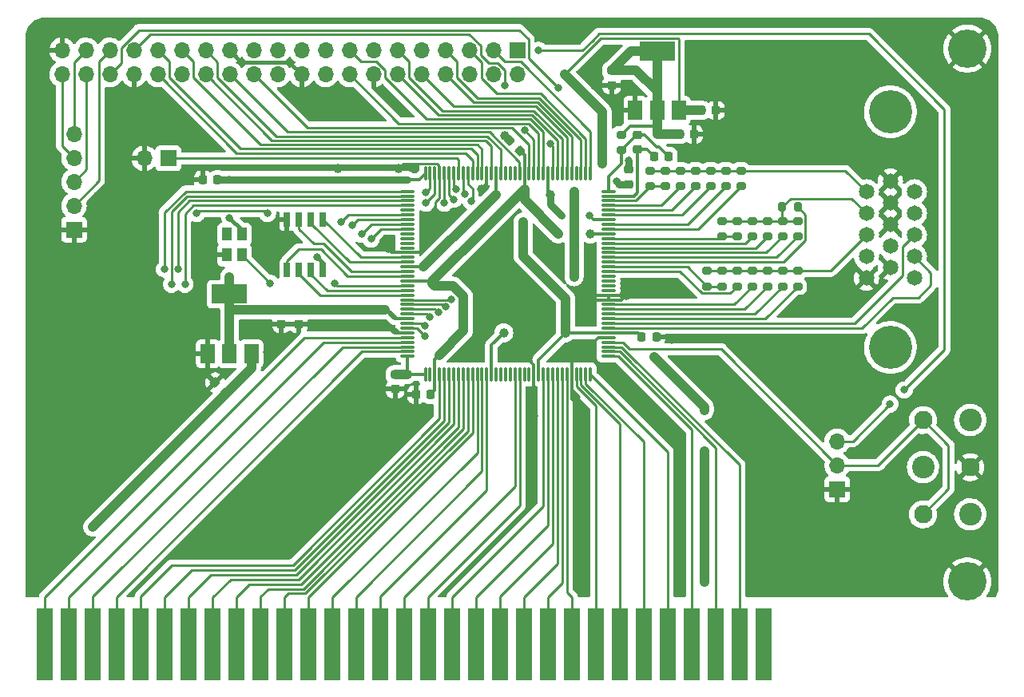
<source format=gbr>
%TF.GenerationSoftware,KiCad,Pcbnew,(6.0.5)*%
%TF.CreationDate,2023-02-09T13:46:48+02:00*%
%TF.ProjectId,minifp,6d696e69-6670-42e6-9b69-6361645f7063,rev?*%
%TF.SameCoordinates,Original*%
%TF.FileFunction,Copper,L1,Top*%
%TF.FilePolarity,Positive*%
%FSLAX46Y46*%
G04 Gerber Fmt 4.6, Leading zero omitted, Abs format (unit mm)*
G04 Created by KiCad (PCBNEW (6.0.5)) date 2023-02-09 13:46:48*
%MOMM*%
%LPD*%
G01*
G04 APERTURE LIST*
G04 Aperture macros list*
%AMRoundRect*
0 Rectangle with rounded corners*
0 $1 Rounding radius*
0 $2 $3 $4 $5 $6 $7 $8 $9 X,Y pos of 4 corners*
0 Add a 4 corners polygon primitive as box body*
4,1,4,$2,$3,$4,$5,$6,$7,$8,$9,$2,$3,0*
0 Add four circle primitives for the rounded corners*
1,1,$1+$1,$2,$3*
1,1,$1+$1,$4,$5*
1,1,$1+$1,$6,$7*
1,1,$1+$1,$8,$9*
0 Add four rect primitives between the rounded corners*
20,1,$1+$1,$2,$3,$4,$5,0*
20,1,$1+$1,$4,$5,$6,$7,0*
20,1,$1+$1,$6,$7,$8,$9,0*
20,1,$1+$1,$8,$9,$2,$3,0*%
G04 Aperture macros list end*
%TA.AperFunction,SMDPad,CuDef*%
%ADD10R,1.000000X1.400000*%
%TD*%
%TA.AperFunction,ComponentPad*%
%ADD11C,1.650000*%
%TD*%
%TA.AperFunction,ComponentPad*%
%ADD12C,4.575000*%
%TD*%
%TA.AperFunction,ComponentPad*%
%ADD13C,1.950000*%
%TD*%
%TA.AperFunction,ComponentPad*%
%ADD14C,2.400000*%
%TD*%
%TA.AperFunction,SMDPad,CuDef*%
%ADD15R,0.650000X1.500000*%
%TD*%
%TA.AperFunction,SMDPad,CuDef*%
%ADD16RoundRect,0.200000X-0.275000X0.200000X-0.275000X-0.200000X0.275000X-0.200000X0.275000X0.200000X0*%
%TD*%
%TA.AperFunction,SMDPad,CuDef*%
%ADD17RoundRect,0.075000X0.662500X0.075000X-0.662500X0.075000X-0.662500X-0.075000X0.662500X-0.075000X0*%
%TD*%
%TA.AperFunction,SMDPad,CuDef*%
%ADD18RoundRect,0.075000X0.075000X0.662500X-0.075000X0.662500X-0.075000X-0.662500X0.075000X-0.662500X0*%
%TD*%
%TA.AperFunction,SMDPad,CuDef*%
%ADD19RoundRect,0.200000X0.275000X-0.200000X0.275000X0.200000X-0.275000X0.200000X-0.275000X-0.200000X0*%
%TD*%
%TA.AperFunction,ComponentPad*%
%ADD20R,1.700000X1.700000*%
%TD*%
%TA.AperFunction,ComponentPad*%
%ADD21O,1.700000X1.700000*%
%TD*%
%TA.AperFunction,SMDPad,CuDef*%
%ADD22RoundRect,0.225000X-0.250000X0.225000X-0.250000X-0.225000X0.250000X-0.225000X0.250000X0.225000X0*%
%TD*%
%TA.AperFunction,SMDPad,CuDef*%
%ADD23RoundRect,0.225000X0.335876X0.017678X0.017678X0.335876X-0.335876X-0.017678X-0.017678X-0.335876X0*%
%TD*%
%TA.AperFunction,SMDPad,CuDef*%
%ADD24R,1.500000X2.000000*%
%TD*%
%TA.AperFunction,SMDPad,CuDef*%
%ADD25R,3.800000X2.000000*%
%TD*%
%TA.AperFunction,SMDPad,CuDef*%
%ADD26RoundRect,0.225000X0.225000X0.250000X-0.225000X0.250000X-0.225000X-0.250000X0.225000X-0.250000X0*%
%TD*%
%TA.AperFunction,ConnectorPad*%
%ADD27R,1.778000X7.620000*%
%TD*%
%TA.AperFunction,ComponentPad*%
%ADD28C,4.064000*%
%TD*%
%TA.AperFunction,SMDPad,CuDef*%
%ADD29RoundRect,0.225000X-0.225000X-0.250000X0.225000X-0.250000X0.225000X0.250000X-0.225000X0.250000X0*%
%TD*%
%TA.AperFunction,SMDPad,CuDef*%
%ADD30RoundRect,0.225000X0.250000X-0.225000X0.250000X0.225000X-0.250000X0.225000X-0.250000X-0.225000X0*%
%TD*%
%TA.AperFunction,SMDPad,CuDef*%
%ADD31RoundRect,0.200000X-0.200000X-0.275000X0.200000X-0.275000X0.200000X0.275000X-0.200000X0.275000X0*%
%TD*%
%TA.AperFunction,ViaPad*%
%ADD32C,1.000000*%
%TD*%
%TA.AperFunction,ViaPad*%
%ADD33C,0.800000*%
%TD*%
%TA.AperFunction,Conductor*%
%ADD34C,1.000000*%
%TD*%
%TA.AperFunction,Conductor*%
%ADD35C,0.300000*%
%TD*%
%TA.AperFunction,Conductor*%
%ADD36C,0.250000*%
%TD*%
%TA.AperFunction,Conductor*%
%ADD37C,0.400000*%
%TD*%
%TA.AperFunction,Conductor*%
%ADD38C,0.800000*%
%TD*%
G04 APERTURE END LIST*
D10*
%TO.P,Y1,1,ENABLE/DISABLE*%
%TO.N,unconnected-(Y1-Pad1)*%
X131200000Y-106500000D03*
%TO.P,Y1,2,GND*%
%TO.N,GND*%
X131200000Y-108700000D03*
%TO.P,Y1,3,OUTPUT*%
%TO.N,CLK100*%
X132800000Y-108700000D03*
%TO.P,Y1,4,+VS*%
%TO.N,3V3*%
X132800000Y-106500000D03*
%TD*%
D11*
%TO.P,J401,1,1*%
%TO.N,VGA_R*%
X199000000Y-102000000D03*
%TO.P,J401,2,2*%
%TO.N,VGA_G*%
X199000000Y-104290000D03*
%TO.P,J401,3,3*%
%TO.N,VGA_B*%
X199000000Y-106580000D03*
%TO.P,J401,4,4*%
%TO.N,unconnected-(J401-Pad4)*%
X199000000Y-108870000D03*
%TO.P,J401,5,5*%
%TO.N,GND*%
X199000000Y-111160000D03*
%TO.P,J401,6,6*%
X201540000Y-100855000D03*
%TO.P,J401,7,7*%
X201540000Y-103145000D03*
%TO.P,J401,8,8*%
X201540000Y-105435000D03*
%TO.P,J401,9,9*%
%TO.N,unconnected-(J401-Pad9)*%
X201540000Y-107725000D03*
%TO.P,J401,10,10*%
%TO.N,GND*%
X201540000Y-110015000D03*
%TO.P,J401,11,11*%
%TO.N,unconnected-(J401-Pad11)*%
X204080000Y-102000000D03*
%TO.P,J401,12,12*%
%TO.N,unconnected-(J401-Pad12)*%
X204080000Y-104290000D03*
%TO.P,J401,13,13*%
%TO.N,VGA_HS*%
X204080000Y-106580000D03*
%TO.P,J401,14,14*%
%TO.N,VGA_VS*%
X204080000Y-108870000D03*
%TO.P,J401,15,15*%
%TO.N,unconnected-(J401-Pad15)*%
X204080000Y-111160000D03*
D12*
%TO.P,J401,MH1,MH1*%
%TO.N,unconnected-(J401-PadMH1)*%
X201540000Y-93512000D03*
%TO.P,J401,MH2,MH2*%
%TO.N,unconnected-(J401-PadMH2)*%
X201540000Y-118502000D03*
%TD*%
D13*
%TO.P,J123,1,1*%
%TO.N,GND*%
X210000000Y-131200000D03*
%TO.P,J123,2,2*%
%TO.N,AUD*%
X205000000Y-126200000D03*
%TO.P,J123,5,5*%
X205000000Y-136200000D03*
D14*
%TO.P,J123,MH1,MH1*%
%TO.N,unconnected-(J123-PadMH1)*%
X210000000Y-136200000D03*
%TO.P,J123,MH2,MH2*%
%TO.N,unconnected-(J123-PadMH2)*%
X210000000Y-126200000D03*
%TO.P,J123,MH3,MH3*%
%TO.N,unconnected-(J123-PadMH3)*%
X205000000Y-131200000D03*
%TD*%
D15*
%TO.P,IC102,1,~{CE}*%
%TO.N,RCE*%
X141405000Y-104900000D03*
%TO.P,IC102,2,SO/SIO[1]*%
%TO.N,RS1*%
X140135000Y-104900000D03*
%TO.P,IC102,3,SIO[2]*%
%TO.N,RS2*%
X138865000Y-104900000D03*
%TO.P,IC102,4,VSS*%
%TO.N,GND*%
X137595000Y-104900000D03*
%TO.P,IC102,5,SI/SIO[0]*%
%TO.N,RS0*%
X137595000Y-110300000D03*
%TO.P,IC102,6,SCLK*%
%TO.N,RCL*%
X138865000Y-110300000D03*
%TO.P,IC102,7,SIO[3]*%
%TO.N,RS3*%
X140135000Y-110300000D03*
%TO.P,IC102,8,VDD*%
%TO.N,3V3*%
X141405000Y-110300000D03*
%TD*%
D16*
%TO.P,R12,2*%
%TO.N,VGA_G_2*%
X190100000Y-106725000D03*
%TO.P,R12,1*%
%TO.N,VGA_G*%
X190100000Y-105075000D03*
%TD*%
D17*
%TO.P,U1,1,IOL_1A*%
%TO.N,D5*%
X171662500Y-119450000D03*
%TO.P,U1,2,IOL_1B*%
%TO.N,D6*%
X171662500Y-118950000D03*
%TO.P,U1,3,IOL_2A*%
%TO.N,D7*%
X171662500Y-118450000D03*
%TO.P,U1,4,IOL_2B*%
%TO.N,AUD*%
X171662500Y-117950000D03*
%TO.P,U1,5,GND*%
%TO.N,GND*%
X171662500Y-117450000D03*
%TO.P,U1,6,VCCIO_3*%
%TO.N,3V3*%
X171662500Y-116950000D03*
%TO.P,U1,7,IOL_3A*%
%TO.N,VGA_VS*%
X171662500Y-116450000D03*
%TO.P,U1,8,IOL_3B*%
%TO.N,VGA_HS*%
X171662500Y-115950000D03*
%TO.P,U1,9,IOL_4A*%
%TO.N,VGA_B_0*%
X171662500Y-115450000D03*
%TO.P,U1,10,IOL_4B*%
%TO.N,VGA_B_1*%
X171662500Y-114950000D03*
%TO.P,U1,11,IOL_5A*%
%TO.N,VGA_B_2*%
X171662500Y-114450000D03*
%TO.P,U1,12,IOL_5B*%
%TO.N,VGA_B_3*%
X171662500Y-113950000D03*
%TO.P,U1,13,GND*%
%TO.N,GND*%
X171662500Y-113450000D03*
%TO.P,U1,14,GND*%
X171662500Y-112950000D03*
%TO.P,U1,15,NC*%
%TO.N,unconnected-(U1-Pad15)*%
X171662500Y-112450000D03*
%TO.P,U1,16,NC*%
%TO.N,unconnected-(U1-Pad16)*%
X171662500Y-111950000D03*
%TO.P,U1,17,NC*%
%TO.N,unconnected-(U1-Pad17)*%
X171662500Y-111450000D03*
%TO.P,U1,18,NC*%
%TO.N,unconnected-(U1-Pad18)*%
X171662500Y-110950000D03*
%TO.P,U1,19,IOL_6A*%
%TO.N,VGA_B_4*%
X171662500Y-110450000D03*
%TO.P,U1,20,IOL_6B_GBIN7*%
%TO.N,VGA_B_5*%
X171662500Y-109950000D03*
%TO.P,U1,21,IOL_7A_GBIN6*%
%TO.N,VGA_G_0*%
X171662500Y-109450000D03*
%TO.P,U1,22,IOL_7B*%
%TO.N,VGA_G_1*%
X171662500Y-108950000D03*
%TO.P,U1,23,IOL_8A*%
%TO.N,VGA_G_2*%
X171662500Y-108450000D03*
%TO.P,U1,24,IOL_8B*%
%TO.N,VGA_G_3*%
X171662500Y-107950000D03*
%TO.P,U1,25,IOL_9A*%
%TO.N,VGA_G_4*%
X171662500Y-107450000D03*
%TO.P,U1,26,IOL_9B*%
%TO.N,VGA_G_5*%
X171662500Y-106950000D03*
%TO.P,U1,27,VCC*%
%TO.N,1V2*%
X171662500Y-106450000D03*
%TO.P,U1,28,IOL_10A*%
%TO.N,VGA_R_0*%
X171662500Y-105950000D03*
%TO.P,U1,29,IOL_10B*%
%TO.N,VGA_R_1*%
X171662500Y-105450000D03*
%TO.P,U1,30,VCCIO_3*%
%TO.N,3V3*%
X171662500Y-104950000D03*
%TO.P,U1,31,IOL_11A*%
%TO.N,VGA_R_2*%
X171662500Y-104450000D03*
%TO.P,U1,32,IOL_11B*%
%TO.N,VGA_R_3*%
X171662500Y-103950000D03*
%TO.P,U1,33,IOL_12A*%
%TO.N,VGA_R_4*%
X171662500Y-103450000D03*
%TO.P,U1,34,IOL_12B*%
%TO.N,VGA_R_5*%
X171662500Y-102950000D03*
%TO.P,U1,35,GNDPLL*%
%TO.N,GNDPLL*%
X171662500Y-102450000D03*
%TO.P,U1,36,VCCPLL*%
%TO.N,Net-(C801-Pad1)*%
X171662500Y-101950000D03*
D18*
%TO.P,U1,37,IOB_24*%
%TO.N,GPIO2*%
X169750000Y-100037500D03*
%TO.P,U1,38,IOB_25*%
%TO.N,GPIO3*%
X169250000Y-100037500D03*
%TO.P,U1,39,IOB_26*%
%TO.N,GPIO4*%
X168750000Y-100037500D03*
%TO.P,U1,40,NC*%
%TO.N,unconnected-(U1-Pad40)*%
X168250000Y-100037500D03*
%TO.P,U1,41,IOB_27*%
%TO.N,GPIO14*%
X167750000Y-100037500D03*
%TO.P,U1,42,IOB_28*%
%TO.N,GPIO15*%
X167250000Y-100037500D03*
%TO.P,U1,43,IOB_29*%
%TO.N,GPIO17*%
X166750000Y-100037500D03*
%TO.P,U1,44,IOB_30*%
%TO.N,GPIO18*%
X166250000Y-100037500D03*
%TO.P,U1,45,IOB_31*%
%TO.N,GPIO16*%
X165750000Y-100037500D03*
%TO.P,U1,46,VCCIO_2*%
%TO.N,3V3*%
X165250000Y-100037500D03*
%TO.P,U1,47,IOB_32*%
%TO.N,GPIO22*%
X164750000Y-100037500D03*
%TO.P,U1,48,IOB_33*%
%TO.N,GPIO23*%
X164250000Y-100037500D03*
%TO.P,U1,49,IOB_35_GBIN5*%
%TO.N,GPIO13*%
X163750000Y-100037500D03*
%TO.P,U1,50,IOB_36_GBIN4*%
%TO.N,GPIO8*%
X163250000Y-100037500D03*
%TO.P,U1,51,VCC*%
%TO.N,1V2*%
X162750000Y-100037500D03*
%TO.P,U1,52,IOB_34*%
%TO.N,GPIO7*%
X162250000Y-100037500D03*
%TO.P,U1,53,NC*%
%TO.N,unconnected-(U1-Pad53)*%
X161750000Y-100037500D03*
%TO.P,U1,54,NC*%
%TO.N,unconnected-(U1-Pad54)*%
X161250000Y-100037500D03*
%TO.P,U1,55,NC*%
%TO.N,unconnected-(U1-Pad55)*%
X160750000Y-100037500D03*
%TO.P,U1,56,IOB_37*%
%TO.N,GPIO0*%
X160250000Y-100037500D03*
%TO.P,U1,57,VCCIO_2*%
%TO.N,3V3*%
X159750000Y-100037500D03*
%TO.P,U1,58,IOB_38*%
%TO.N,GPIO1*%
X159250000Y-100037500D03*
%TO.P,U1,59,GND*%
%TO.N,GND*%
X158750000Y-100037500D03*
%TO.P,U1,60,IOB_39*%
%TO.N,GPIO5*%
X158250000Y-100037500D03*
%TO.P,U1,61,IOB_40*%
%TO.N,GPIO6*%
X157750000Y-100037500D03*
%TO.P,U1,62,IOB_41*%
%TO.N,GPIO12*%
X157250000Y-100037500D03*
%TO.P,U1,63,IOB_42_CBSEL0*%
%TO.N,RESET*%
X156750000Y-100037500D03*
%TO.P,U1,64,IOB_43_CBSEL1*%
%TO.N,OSC*%
X156250000Y-100037500D03*
%TO.P,U1,65,CDONE*%
%TO.N,Net-(J701-Pad1)*%
X155750000Y-100037500D03*
%TO.P,U1,66,~{CRESET_B}*%
%TO.N,CRESET*%
X155250000Y-100037500D03*
%TO.P,U1,67,IOB_44_SDO*%
%TO.N,SDO*%
X154750000Y-100037500D03*
%TO.P,U1,68,IOB_45_SDI*%
%TO.N,SDI*%
X154250000Y-100037500D03*
%TO.P,U1,69,GND*%
%TO.N,GND*%
X153750000Y-100037500D03*
%TO.P,U1,70,IOB_46_SCK*%
%TO.N,SCK*%
X153250000Y-100037500D03*
%TO.P,U1,71,IOB_47_SS*%
%TO.N,SS*%
X152750000Y-100037500D03*
%TO.P,U1,72,VCC_SPI*%
%TO.N,3V3*%
X152250000Y-100037500D03*
D17*
%TO.P,U1,73,IOR_48*%
%TO.N,DACK2*%
X150337500Y-101950000D03*
%TO.P,U1,74,IOR_49*%
%TO.N,IRQ4*%
X150337500Y-102450000D03*
%TO.P,U1,75,IOR_50*%
%TO.N,IRQ5*%
X150337500Y-102950000D03*
%TO.P,U1,76,IOR_51*%
%TO.N,IRQ7*%
X150337500Y-103450000D03*
%TO.P,U1,77,NC*%
%TO.N,unconnected-(U1-Pad77)*%
X150337500Y-103950000D03*
%TO.P,U1,78,IOR_52*%
%TO.N,CLK*%
X150337500Y-104450000D03*
%TO.P,U1,79,IOR_53*%
%TO.N,DRQ1*%
X150337500Y-104950000D03*
%TO.P,U1,80,IOR_54*%
%TO.N,DACK1*%
X150337500Y-105450000D03*
%TO.P,U1,81,IOR_55*%
%TO.N,DRQ3*%
X150337500Y-105950000D03*
%TO.P,U1,82,NC*%
%TO.N,unconnected-(U1-Pad82)*%
X150337500Y-106450000D03*
%TO.P,U1,83,NC*%
%TO.N,unconnected-(U1-Pad83)*%
X150337500Y-106950000D03*
%TO.P,U1,84,NC*%
%TO.N,unconnected-(U1-Pad84)*%
X150337500Y-107450000D03*
%TO.P,U1,85,NC*%
%TO.N,unconnected-(U1-Pad85)*%
X150337500Y-107950000D03*
%TO.P,U1,86,GND*%
%TO.N,GND*%
X150337500Y-108450000D03*
%TO.P,U1,87,IOR_56*%
%TO.N,RCE*%
X150337500Y-108950000D03*
%TO.P,U1,88,IOR_57*%
%TO.N,RS1*%
X150337500Y-109450000D03*
%TO.P,U1,89,VCCIO_1*%
%TO.N,3V3*%
X150337500Y-109950000D03*
%TO.P,U1,90,IOR_58*%
%TO.N,RS2*%
X150337500Y-110450000D03*
%TO.P,U1,91,IOR_59*%
%TO.N,RS0*%
X150337500Y-110950000D03*
%TO.P,U1,92,VCC*%
%TO.N,1V2*%
X150337500Y-111450000D03*
%TO.P,U1,93,IOR_60_GBIN3*%
%TO.N,CLK100*%
X150337500Y-111950000D03*
%TO.P,U1,94,IOR_61_GBIN2*%
%TO.N,RS3*%
X150337500Y-112450000D03*
%TO.P,U1,95,IOR_62*%
%TO.N,RCL*%
X150337500Y-112950000D03*
%TO.P,U1,96,IOR_63*%
%TO.N,DRQ2*%
X150337500Y-113450000D03*
%TO.P,U1,97,IOR_64*%
%TO.N,MEMW*%
X150337500Y-113950000D03*
%TO.P,U1,98,IOR_65*%
%TO.N,MEMR*%
X150337500Y-114450000D03*
%TO.P,U1,99,IOR_66*%
%TO.N,IOW*%
X150337500Y-114950000D03*
%TO.P,U1,100,VCCIO_1*%
%TO.N,3V3*%
X150337500Y-115450000D03*
%TO.P,U1,101,IOR_67*%
%TO.N,IOR*%
X150337500Y-115950000D03*
%TO.P,U1,102,IOR_68*%
%TO.N,DACK3*%
X150337500Y-116450000D03*
%TO.P,U1,103,GND*%
%TO.N,GND*%
X150337500Y-116950000D03*
%TO.P,U1,104,IOR_69*%
%TO.N,A0*%
X150337500Y-117450000D03*
%TO.P,U1,105,IOR_70*%
%TO.N,A1*%
X150337500Y-117950000D03*
%TO.P,U1,106,IOR_71*%
%TO.N,A2*%
X150337500Y-118450000D03*
%TO.P,U1,107,IOR_72*%
%TO.N,A3*%
X150337500Y-118950000D03*
%TO.P,U1,108,VPP_2V5*%
%TO.N,3V3*%
X150337500Y-119450000D03*
D18*
%TO.P,U1,109,VPP_FAST*%
X152250000Y-121362500D03*
%TO.P,U1,110,NC*%
%TO.N,unconnected-(U1-Pad110)*%
X152750000Y-121362500D03*
%TO.P,U1,111,VCC*%
%TO.N,1V2*%
X153250000Y-121362500D03*
%TO.P,U1,112,IOT_73*%
%TO.N,A4*%
X153750000Y-121362500D03*
%TO.P,U1,113,IOT_74*%
%TO.N,A5*%
X154250000Y-121362500D03*
%TO.P,U1,114,IOT_75*%
%TO.N,A6*%
X154750000Y-121362500D03*
%TO.P,U1,115,IOT_76*%
%TO.N,A7*%
X155250000Y-121362500D03*
%TO.P,U1,116,IOT_77*%
%TO.N,A8*%
X155750000Y-121362500D03*
%TO.P,U1,117,IOT_78*%
%TO.N,A9*%
X156250000Y-121362500D03*
%TO.P,U1,118,IOT_79*%
%TO.N,A10*%
X156750000Y-121362500D03*
%TO.P,U1,119,IOT_80*%
%TO.N,A11*%
X157250000Y-121362500D03*
%TO.P,U1,120,IOT_81*%
%TO.N,A12*%
X157750000Y-121362500D03*
%TO.P,U1,121,IOT_82*%
%TO.N,A13*%
X158250000Y-121362500D03*
%TO.P,U1,122,IOT_83*%
%TO.N,A14*%
X158750000Y-121362500D03*
%TO.P,U1,123,VCCIO_0*%
%TO.N,3V3*%
X159250000Y-121362500D03*
%TO.P,U1,124,NC*%
%TO.N,unconnected-(U1-Pad124)*%
X159750000Y-121362500D03*
%TO.P,U1,125,NC*%
%TO.N,unconnected-(U1-Pad125)*%
X160250000Y-121362500D03*
%TO.P,U1,126,NC*%
%TO.N,unconnected-(U1-Pad126)*%
X160750000Y-121362500D03*
%TO.P,U1,127,NC*%
%TO.N,unconnected-(U1-Pad127)*%
X161250000Y-121362500D03*
%TO.P,U1,128,IOT_84_GBIN1*%
%TO.N,A15*%
X161750000Y-121362500D03*
%TO.P,U1,129,IOT_85_GBIN0*%
%TO.N,A16*%
X162250000Y-121362500D03*
%TO.P,U1,130,NC*%
%TO.N,unconnected-(U1-Pad130)*%
X162750000Y-121362500D03*
%TO.P,U1,131,NC*%
%TO.N,unconnected-(U1-Pad131)*%
X163250000Y-121362500D03*
%TO.P,U1,132,GND*%
%TO.N,GND*%
X163750000Y-121362500D03*
%TO.P,U1,133,VCCIO_0*%
%TO.N,3V3*%
X164250000Y-121362500D03*
%TO.P,U1,134,IOT_87*%
%TO.N,A17*%
X164750000Y-121362500D03*
%TO.P,U1,135,IOT_88*%
%TO.N,A18*%
X165250000Y-121362500D03*
%TO.P,U1,136,IOT_89*%
%TO.N,A19*%
X165750000Y-121362500D03*
%TO.P,U1,137,IOT_90*%
%TO.N,AEN*%
X166250000Y-121362500D03*
%TO.P,U1,138,IOT_91*%
%TO.N,READY*%
X166750000Y-121362500D03*
%TO.P,U1,139,IOT_92*%
%TO.N,D0*%
X167250000Y-121362500D03*
%TO.P,U1,140,GND*%
%TO.N,GND*%
X167750000Y-121362500D03*
%TO.P,U1,141,IOT_93*%
%TO.N,D1*%
X168250000Y-121362500D03*
%TO.P,U1,142,IOT_94*%
%TO.N,D2*%
X168750000Y-121362500D03*
%TO.P,U1,143,IOT_95*%
%TO.N,D3*%
X169250000Y-121362500D03*
%TO.P,U1,144,IOT_96*%
%TO.N,D4*%
X169750000Y-121362500D03*
%TD*%
D16*
%TO.P,R9,1*%
%TO.N,VGA_G*%
X185300000Y-105075000D03*
%TO.P,R9,2*%
%TO.N,VGA_G_5*%
X185300000Y-106725000D03*
%TD*%
D19*
%TO.P,R100,1*%
%TO.N,Net-(C801-Pad1)*%
X173000000Y-97575000D03*
%TO.P,R100,2*%
%TO.N,1V2*%
X173000000Y-95925000D03*
%TD*%
D20*
%TO.P,J301,1,Pin_1*%
%TO.N,GND*%
X195900000Y-133525000D03*
D21*
%TO.P,J301,2,Pin_2*%
%TO.N,AUD*%
X195900000Y-130985000D03*
%TO.P,J301,3,Pin_3*%
%TO.N,VR3*%
X195900000Y-128445000D03*
%TD*%
D22*
%TO.P,C603,1*%
%TO.N,3V3*%
X149050000Y-121375000D03*
%TO.P,C603,2*%
%TO.N,GND*%
X149050000Y-122925000D03*
%TD*%
D23*
%TO.P,C601,1*%
%TO.N,VCC*%
X131048008Y-123298008D03*
%TO.P,C601,2*%
%TO.N,GND*%
X129951992Y-122201992D03*
%TD*%
D16*
%TO.P,R6,1*%
%TO.N,VGA_R*%
X184100000Y-99775000D03*
%TO.P,R6,2*%
%TO.N,VGA_R_1*%
X184100000Y-101425000D03*
%TD*%
D24*
%TO.P,U602,3,VI*%
%TO.N,VCC*%
X179100000Y-93350000D03*
%TO.P,U602,2,VO*%
%TO.N,1V2*%
X176800000Y-93350000D03*
D25*
X176800000Y-87050000D03*
D24*
%TO.P,U602,1,GND*%
%TO.N,GND*%
X174500000Y-93350000D03*
%TD*%
D26*
%TO.P,C334,1*%
%TO.N,1V2*%
X152825000Y-123500000D03*
%TO.P,C334,2*%
%TO.N,GND*%
X151275000Y-123500000D03*
%TD*%
D16*
%TO.P,R21,1*%
%TO.N,VGA_B*%
X191700000Y-110375000D03*
%TO.P,R21,2*%
%TO.N,VGA_B_0*%
X191700000Y-112025000D03*
%TD*%
%TO.P,R16,1*%
%TO.N,VGA_B*%
X183700000Y-110375000D03*
%TO.P,R16,2*%
%TO.N,VGA_B_5*%
X183700000Y-112025000D03*
%TD*%
%TO.P,R1,1*%
%TO.N,VGA_R*%
X176100000Y-99775000D03*
%TO.P,R1,2*%
%TO.N,VGA_R_5*%
X176100000Y-101425000D03*
%TD*%
D27*
%TO.P,J1,62,BA00*%
%TO.N,A0*%
X111900000Y-150000000D03*
%TO.P,J1,61,BA01*%
%TO.N,A1*%
X114440000Y-150000000D03*
%TO.P,J1,60,BA02*%
%TO.N,A2*%
X116980000Y-150000000D03*
%TO.P,J1,59,BA03*%
%TO.N,A3*%
X119520000Y-150000000D03*
%TO.P,J1,58,BA04*%
%TO.N,A4*%
X122060000Y-150000000D03*
%TO.P,J1,57,BA05*%
%TO.N,A5*%
X124600000Y-150000000D03*
%TO.P,J1,56,BA06*%
%TO.N,A6*%
X127140000Y-150000000D03*
%TO.P,J1,55,BA07*%
%TO.N,A7*%
X129680000Y-150000000D03*
%TO.P,J1,54,BA08*%
%TO.N,A8*%
X132220000Y-150000000D03*
%TO.P,J1,53,BA09*%
%TO.N,A9*%
X134760000Y-150000000D03*
%TO.P,J1,52,BA10*%
%TO.N,A10*%
X137300000Y-150000000D03*
%TO.P,J1,51,BA11*%
%TO.N,A11*%
X139840000Y-150000000D03*
%TO.P,J1,50,BA12*%
%TO.N,A12*%
X142380000Y-150000000D03*
%TO.P,J1,49,BA13*%
%TO.N,A13*%
X144920000Y-150000000D03*
%TO.P,J1,48,BA14*%
%TO.N,A14*%
X147460000Y-150000000D03*
%TO.P,J1,47,BA15*%
%TO.N,A15*%
X150000000Y-150000000D03*
%TO.P,J1,46,BA16*%
%TO.N,A16*%
X152540000Y-150000000D03*
%TO.P,J1,45,BA17*%
%TO.N,A17*%
X155080000Y-150000000D03*
%TO.P,J1,44,BA18*%
%TO.N,A18*%
X157620000Y-150000000D03*
%TO.P,J1,43,BA19*%
%TO.N,A19*%
X160160000Y-150000000D03*
%TO.P,J1,42,AEN*%
%TO.N,AEN*%
X162700000Y-150000000D03*
%TO.P,J1,41,IO_READY*%
%TO.N,READY*%
X165240000Y-150000000D03*
%TO.P,J1,40,DB0*%
%TO.N,D0*%
X167780000Y-150000000D03*
%TO.P,J1,39,DB1*%
%TO.N,D1*%
X170320000Y-150000000D03*
%TO.P,J1,38,DB2*%
%TO.N,D2*%
X172860000Y-150000000D03*
%TO.P,J1,37,DB3*%
%TO.N,D3*%
X175400000Y-150000000D03*
%TO.P,J1,36,DB4*%
%TO.N,D4*%
X177940000Y-150000000D03*
%TO.P,J1,35,DB5*%
%TO.N,D5*%
X180480000Y-150000000D03*
%TO.P,J1,34,DB6*%
%TO.N,D6*%
X183020000Y-150000000D03*
%TO.P,J1,33,DB7*%
%TO.N,D7*%
X185560000Y-150000000D03*
%TO.P,J1,32,IO*%
%TO.N,unconnected-(J1-Pad32)*%
X188100000Y-150000000D03*
D28*
%TO.P,J1,1,GND*%
%TO.N,GND*%
X209690000Y-143332500D03*
X209690000Y-86817500D03*
%TD*%
D22*
%TO.P,C602,1*%
%TO.N,3V3*%
X137000000Y-114475000D03*
%TO.P,C602,2*%
%TO.N,GND*%
X137000000Y-116025000D03*
%TD*%
D16*
%TO.P,R17,1*%
%TO.N,VGA_B*%
X185300000Y-110375000D03*
%TO.P,R17,2*%
%TO.N,VGA_B_4*%
X185300000Y-112025000D03*
%TD*%
D29*
%TO.P,C604,1*%
%TO.N,3V3*%
X175175000Y-117350000D03*
%TO.P,C604,2*%
%TO.N,GND*%
X176725000Y-117350000D03*
%TD*%
D16*
%TO.P,R5,1*%
%TO.N,VGA_R*%
X182500000Y-99775000D03*
%TO.P,R5,2*%
%TO.N,VGA_R_2*%
X182500000Y-101425000D03*
%TD*%
D30*
%TO.P,C609,1*%
%TO.N,3V3*%
X173800000Y-101175000D03*
%TO.P,C609,2*%
%TO.N,GND*%
X173800000Y-99625000D03*
%TD*%
D16*
%TO.P,R15,2*%
%TO.N,VGA_B_5*%
X182100000Y-112025000D03*
%TO.P,R15,1*%
%TO.N,VGA_B*%
X182100000Y-110375000D03*
%TD*%
D22*
%TO.P,C802,1*%
%TO.N,Net-(C801-Pad1)*%
X174750000Y-95975000D03*
%TO.P,C802,2*%
%TO.N,GNDPLL*%
X174750000Y-97525000D03*
%TD*%
D29*
%TO.P,C622,1*%
%TO.N,1V2*%
X179175000Y-95900000D03*
%TO.P,C622,2*%
%TO.N,GND*%
X180725000Y-95900000D03*
%TD*%
D20*
%TO.P,J701,1,Pin_1*%
%TO.N,Net-(J701-Pad1)*%
X125000000Y-98442800D03*
D21*
%TO.P,J701,2,Pin_2*%
%TO.N,GND*%
X122460000Y-98442800D03*
%TD*%
D22*
%TO.P,C606,1*%
%TO.N,3V3*%
X138800000Y-114475000D03*
%TO.P,C606,2*%
%TO.N,GND*%
X138800000Y-116025000D03*
%TD*%
D20*
%TO.P,J702,1,Pin_1*%
%TO.N,GND*%
X115000000Y-106000000D03*
D21*
%TO.P,J702,2,Pin_2*%
%TO.N,GPIO19*%
X115000000Y-103460000D03*
%TO.P,J702,3,Pin_3*%
%TO.N,GPIO20*%
X115000000Y-100920000D03*
%TO.P,J702,4,Pin_4*%
%TO.N,GPIO21*%
X115000000Y-98380000D03*
%TO.P,J702,5,Pin_5*%
%TO.N,GPIO26*%
X115000000Y-95840000D03*
%TD*%
D31*
%TO.P,R14,1*%
%TO.N,VGA_G*%
X190075000Y-103600000D03*
%TO.P,R14,2*%
%TO.N,VGA_G_0*%
X191725000Y-103600000D03*
%TD*%
D22*
%TO.P,C608,2*%
%TO.N,GND*%
X172000000Y-90675000D03*
%TO.P,C608,1*%
%TO.N,1V2*%
X172000000Y-89125000D03*
%TD*%
D20*
%TO.P,J4,1,3V3*%
%TO.N,VR3*%
X162000000Y-87000000D03*
D21*
%TO.P,J4,2,5V*%
%TO.N,VCC*%
X162000000Y-89540000D03*
%TO.P,J4,3,SDA/GPIO2*%
%TO.N,GPIO2*%
X159460000Y-87000000D03*
%TO.P,J4,4,5V*%
%TO.N,VCC*%
X159460000Y-89540000D03*
%TO.P,J4,5,SCL/GPIO3*%
%TO.N,GPIO3*%
X156920000Y-87000000D03*
%TO.P,J4,6,GND*%
%TO.N,GND*%
X156920000Y-89540000D03*
%TO.P,J4,7,GCLK0/GPIO4*%
%TO.N,GPIO4*%
X154380000Y-87000000D03*
%TO.P,J4,8,GPIO14/TXD*%
%TO.N,GPIO14*%
X154380000Y-89540000D03*
%TO.P,J4,9,GND*%
%TO.N,GND*%
X151840000Y-87000000D03*
%TO.P,J4,10,GPIO15/RXD*%
%TO.N,GPIO15*%
X151840000Y-89540000D03*
%TO.P,J4,11,GPIO17*%
%TO.N,GPIO17*%
X149300000Y-87000000D03*
%TO.P,J4,12,GPIO18/PWM0*%
%TO.N,GPIO18*%
X149300000Y-89540000D03*
%TO.P,J4,13,GPIO27*%
%TO.N,CRESET*%
X146760000Y-87000000D03*
%TO.P,J4,14,GND*%
%TO.N,GND*%
X146760000Y-89540000D03*
%TO.P,J4,15,GPIO22*%
%TO.N,GPIO22*%
X144220000Y-87000000D03*
%TO.P,J4,16,GPIO23*%
%TO.N,GPIO23*%
X144220000Y-89540000D03*
%TO.P,J4,17,3V3*%
%TO.N,unconnected-(J4-Pad17)*%
X141680000Y-87000000D03*
%TO.P,J4,18,GPIO24*%
%TO.N,GPIO24*%
X141680000Y-89540000D03*
%TO.P,J4,19,MOSI0/GPIO10*%
%TO.N,SDI*%
X139140000Y-87000000D03*
%TO.P,J4,20,GND*%
%TO.N,GND*%
X139140000Y-89540000D03*
%TO.P,J4,21,MISO0/GPIO9*%
%TO.N,SDO*%
X136600000Y-87000000D03*
%TO.P,J4,22,GPIO25*%
%TO.N,SS*%
X136600000Y-89540000D03*
%TO.P,J4,23,SCLK0/GPIO11*%
%TO.N,SCK*%
X134060000Y-87000000D03*
%TO.P,J4,24,~{CE0}/GPIO8*%
%TO.N,GPIO8*%
X134060000Y-89540000D03*
%TO.P,J4,25,GND*%
%TO.N,GND*%
X131520000Y-87000000D03*
%TO.P,J4,26,~{CE1}/GPIO7*%
%TO.N,GPIO7*%
X131520000Y-89540000D03*
%TO.P,J4,27,ID_SD/GPIO0*%
%TO.N,GPIO0*%
X128980000Y-87000000D03*
%TO.P,J4,28,ID_SC/GPIO1*%
%TO.N,GPIO1*%
X128980000Y-89540000D03*
%TO.P,J4,29,GCLK1/GPIO5*%
%TO.N,GPIO5*%
X126440000Y-87000000D03*
%TO.P,J4,30,GND*%
%TO.N,GND*%
X126440000Y-89540000D03*
%TO.P,J4,31,GCLK2/GPIO6*%
%TO.N,GPIO6*%
X123900000Y-87000000D03*
%TO.P,J4,32,PWM0/GPIO12*%
%TO.N,GPIO12*%
X123900000Y-89540000D03*
%TO.P,J4,33,PWM1/GPIO13*%
%TO.N,GPIO13*%
X121360000Y-87000000D03*
%TO.P,J4,34,GND*%
%TO.N,GND*%
X121360000Y-89540000D03*
%TO.P,J4,35,GPIO19/MISO1*%
%TO.N,GPIO19*%
X118820000Y-87000000D03*
%TO.P,J4,36,GPIO16*%
%TO.N,GPIO16*%
X118820000Y-89540000D03*
%TO.P,J4,37,GPIO26*%
%TO.N,GPIO26*%
X116280000Y-87000000D03*
%TO.P,J4,38,GPIO20/MOSI1*%
%TO.N,GPIO20*%
X116280000Y-89540000D03*
%TO.P,J4,39,GND*%
%TO.N,GND*%
X113740000Y-87000000D03*
%TO.P,J4,40,GPIO21/SCLK1*%
%TO.N,GPIO21*%
X113740000Y-89540000D03*
%TD*%
D16*
%TO.P,R8,1*%
%TO.N,VGA_G*%
X183700000Y-105075000D03*
%TO.P,R8,2*%
%TO.N,VGA_G_5*%
X183700000Y-106725000D03*
%TD*%
%TO.P,R7,1*%
%TO.N,VGA_R*%
X185700000Y-99775000D03*
%TO.P,R7,2*%
%TO.N,VGA_R_0*%
X185700000Y-101425000D03*
%TD*%
%TO.P,R19,1*%
%TO.N,VGA_B*%
X188500000Y-110375000D03*
%TO.P,R19,2*%
%TO.N,VGA_B_2*%
X188500000Y-112025000D03*
%TD*%
%TO.P,R13,2*%
%TO.N,VGA_G_1*%
X191700000Y-106725000D03*
%TO.P,R13,1*%
%TO.N,VGA_G*%
X191700000Y-105075000D03*
%TD*%
%TO.P,R4,1*%
%TO.N,VGA_R*%
X180900000Y-99775000D03*
%TO.P,R4,2*%
%TO.N,VGA_R_3*%
X180900000Y-101425000D03*
%TD*%
D26*
%TO.P,C605,1*%
%TO.N,3V3*%
X130225000Y-100712011D03*
%TO.P,C605,2*%
%TO.N,GND*%
X128675000Y-100712011D03*
%TD*%
D16*
%TO.P,R20,2*%
%TO.N,VGA_B_1*%
X190100000Y-112025000D03*
%TO.P,R20,1*%
%TO.N,VGA_B*%
X190100000Y-110375000D03*
%TD*%
%TO.P,R2,1*%
%TO.N,VGA_R*%
X177700000Y-99775000D03*
%TO.P,R2,2*%
%TO.N,VGA_R_5*%
X177700000Y-101425000D03*
%TD*%
D29*
%TO.P,C607,1*%
%TO.N,VCC*%
X181475000Y-93350000D03*
%TO.P,C607,2*%
%TO.N,GND*%
X183025000Y-93350000D03*
%TD*%
D24*
%TO.P,U601,1,GND*%
%TO.N,GND*%
X129200000Y-119150000D03*
D25*
%TO.P,U601,2,VO*%
%TO.N,3V3*%
X131500000Y-112850000D03*
D24*
X131500000Y-119150000D03*
%TO.P,U601,3,VI*%
%TO.N,VCC*%
X133800000Y-119150000D03*
%TD*%
D26*
%TO.P,C801,1*%
%TO.N,Net-(C801-Pad1)*%
X178025000Y-98250000D03*
%TO.P,C801,2*%
%TO.N,GNDPLL*%
X176475000Y-98250000D03*
%TD*%
D23*
%TO.P,C333,1*%
%TO.N,1V2*%
X162298008Y-97648008D03*
%TO.P,C333,2*%
%TO.N,GND*%
X161201992Y-96551992D03*
%TD*%
D16*
%TO.P,R3,1*%
%TO.N,VGA_R*%
X179300000Y-99775000D03*
%TO.P,R3,2*%
%TO.N,VGA_R_4*%
X179300000Y-101425000D03*
%TD*%
%TO.P,R18,2*%
%TO.N,VGA_B_3*%
X186900000Y-112025000D03*
%TO.P,R18,1*%
%TO.N,VGA_B*%
X186900000Y-110375000D03*
%TD*%
%TO.P,R11,2*%
%TO.N,VGA_G_3*%
X188500000Y-106725000D03*
%TO.P,R11,1*%
%TO.N,VGA_G*%
X188500000Y-105075000D03*
%TD*%
%TO.P,R10,1*%
%TO.N,VGA_G*%
X186900000Y-105075000D03*
%TO.P,R10,2*%
%TO.N,VGA_G_4*%
X186900000Y-106725000D03*
%TD*%
D32*
%TO.N,GND*%
X190000000Y-122500000D03*
X122500000Y-122500000D03*
X122500000Y-102500000D03*
X172500000Y-94250000D03*
X163000000Y-113000000D03*
X192500000Y-87500000D03*
X122500000Y-117500000D03*
X163750000Y-125750000D03*
X192500000Y-125000000D03*
X174000000Y-91000000D03*
X117500000Y-117500000D03*
X182500000Y-87500000D03*
X210000000Y-112500000D03*
X210000000Y-97500000D03*
X112500000Y-127500000D03*
X135500000Y-119000000D03*
X161000000Y-111000000D03*
D33*
X166000000Y-109000000D03*
D32*
X161000000Y-113000000D03*
D33*
X169500000Y-119000000D03*
D32*
X117500000Y-122500000D03*
D33*
X164500000Y-107500000D03*
D32*
X190000000Y-130000000D03*
X185000000Y-125000000D03*
X112500000Y-97500000D03*
X182500000Y-97500000D03*
X192500000Y-122500000D03*
D33*
X173800000Y-98700000D03*
D32*
X159000000Y-113000000D03*
X135000000Y-135000000D03*
D33*
X128500000Y-109250000D03*
X153300000Y-104700000D03*
D32*
X192500000Y-97500000D03*
X142000000Y-116000000D03*
X162000000Y-119000000D03*
D33*
X128500000Y-106000000D03*
D32*
X197500000Y-97500000D03*
X174000000Y-123000000D03*
X117500000Y-132500000D03*
X172500000Y-92500000D03*
X176000000Y-125000000D03*
X112500000Y-102500000D03*
X178000000Y-112000000D03*
X112500000Y-107500000D03*
X142000000Y-129000000D03*
X210000000Y-117500000D03*
X112500000Y-112500000D03*
X161000000Y-115000000D03*
X187500000Y-87500000D03*
X112500000Y-132500000D03*
X170250000Y-88500000D03*
X148000000Y-125000000D03*
X159000000Y-111000000D03*
X122500000Y-92500000D03*
D33*
X135500000Y-109250000D03*
D32*
X129200000Y-116100000D03*
D33*
X169750000Y-109000000D03*
D32*
X178000000Y-127000000D03*
X158200000Y-101700000D03*
X187500000Y-127500000D03*
X132500000Y-137500000D03*
X160700000Y-96050000D03*
X122500000Y-127500000D03*
X148000000Y-129000000D03*
X143000000Y-99500000D03*
X195000000Y-140000000D03*
X163000000Y-115000000D03*
X165000000Y-115000000D03*
X135500000Y-107600000D03*
X197500000Y-87500000D03*
X200000000Y-135000000D03*
X192500000Y-92500000D03*
X140000000Y-135000000D03*
X135500000Y-116000000D03*
X117500000Y-102500000D03*
D33*
X148300000Y-108100000D03*
D32*
X125000000Y-95000000D03*
X175000000Y-112000000D03*
X135000000Y-140000000D03*
X135500000Y-117500000D03*
X190000000Y-135000000D03*
X112500000Y-122500000D03*
X210000000Y-102500000D03*
X187500000Y-97500000D03*
X182500000Y-122500000D03*
X117500000Y-127500000D03*
X210000000Y-107500000D03*
X149400000Y-99500000D03*
X168750000Y-130750000D03*
X159000000Y-115000000D03*
D33*
X169000000Y-115500000D03*
D32*
X172000000Y-121000000D03*
D33*
X168000000Y-119000000D03*
D32*
X168750000Y-126000000D03*
X210000000Y-92500000D03*
X156000000Y-110700000D03*
X112500000Y-117500000D03*
X117500000Y-107500000D03*
X173500000Y-112950000D03*
X190000000Y-120000000D03*
X122500000Y-112500000D03*
X137500000Y-137500000D03*
X142000000Y-125000000D03*
X137500000Y-132500000D03*
X187500000Y-92500000D03*
X200000000Y-140000000D03*
X178400000Y-117600000D03*
X170250000Y-90250000D03*
X187500000Y-120000000D03*
X122500000Y-95000000D03*
X190000000Y-140000000D03*
X137000000Y-117500000D03*
D33*
%TO.N,RESET*%
X157100000Y-102975489D03*
D32*
%TO.N,VCC*%
X171000000Y-99000000D03*
X181800000Y-125200000D03*
X168000000Y-111000000D03*
X116980000Y-137520000D03*
X181800000Y-129500000D03*
X181800000Y-143400000D03*
X167000000Y-89540000D03*
X176500000Y-119500000D03*
X168000000Y-102000000D03*
D33*
%TO.N,DRQ2*%
X155000000Y-113400000D03*
%TO.N,MEMW*%
X154400000Y-114200000D03*
%TO.N,MEMR*%
X153600000Y-114800000D03*
%TO.N,IOW*%
X152700000Y-115300000D03*
%TO.N,IOR*%
X152200000Y-116200000D03*
%TO.N,DACK3*%
X152200000Y-117300000D03*
%TO.N,DRQ3*%
X146500000Y-107000000D03*
%TO.N,DACK1*%
X145500000Y-106500000D03*
%TO.N,DRQ1*%
X144500000Y-105500000D03*
%TO.N,CLK*%
X143324511Y-105224511D03*
%TO.N,IRQ7*%
X126773533Y-111800000D03*
%TO.N,IRQ5*%
X126049022Y-110200000D03*
%TO.N,IRQ4*%
X125324511Y-111800000D03*
%TO.N,DACK2*%
X124600000Y-110200000D03*
%TO.N,OSC*%
X128000000Y-104300000D03*
X156400000Y-102200000D03*
X135500000Y-104300000D03*
%TO.N,VR3*%
X164250000Y-87000000D03*
X203000000Y-123000000D03*
X201500000Y-124500000D03*
%TO.N,CRESET*%
X155500000Y-101700000D03*
%TO.N,SDO*%
X155250000Y-102800000D03*
%TO.N,SDI*%
X154250000Y-103200000D03*
%TO.N,SCK*%
X152300000Y-103200000D03*
%TO.N,SS*%
X152300000Y-102100000D03*
%TO.N,CLK100*%
X135800000Y-111700000D03*
X142600000Y-111700000D03*
%TO.N,GPIO13*%
X162800000Y-95500000D03*
X160700000Y-90700000D03*
%TO.N,GPIO16*%
X165500000Y-96900000D03*
X166300000Y-91000000D03*
D32*
%TO.N,3V3*%
X160550000Y-116950000D03*
X159700000Y-102300000D03*
X131500000Y-111000000D03*
X150337500Y-121362500D03*
D33*
X131500000Y-104750000D03*
X169650000Y-104550000D03*
X162600000Y-108700000D03*
D32*
X167100000Y-116950000D03*
X152000000Y-109950000D03*
D33*
X131500000Y-100712011D03*
X140800000Y-108900000D03*
X172500000Y-100900000D03*
D32*
X148000000Y-114500000D03*
D33*
X166700000Y-104550000D03*
D32*
X162600000Y-105200000D03*
X165500000Y-102300000D03*
%TO.N,1V2*%
X166350000Y-106450000D03*
D33*
X159025000Y-105425000D03*
D32*
X169750000Y-106450000D03*
X176800000Y-95900000D03*
%TD*%
D34*
%TO.N,1V2*%
X153000000Y-111750000D02*
X153000000Y-111450000D01*
X153250000Y-112000000D02*
X153000000Y-111750000D01*
D35*
X150337500Y-111450000D02*
X152700000Y-111450000D01*
D36*
%TO.N,RS0*%
X137595000Y-109305000D02*
X137595000Y-110300000D01*
%TO.N,D5*%
X180480000Y-150000000D02*
X180480000Y-127215718D01*
%TO.N,GPIO8*%
X139716160Y-95196160D02*
X134060000Y-89540000D01*
X163250000Y-100037500D02*
X163250000Y-96974614D01*
X163250000Y-96974614D02*
X161471546Y-95196160D01*
X161471546Y-95196160D02*
X139716160Y-95196160D01*
%TO.N,RESET*%
X156750000Y-101175386D02*
X156750000Y-100037500D01*
X157250000Y-102825000D02*
X157250000Y-101675386D01*
X157250000Y-101675386D02*
X156750000Y-101175386D01*
X157100000Y-102975000D02*
X157250000Y-102825000D01*
X157100000Y-102975489D02*
X157100000Y-102975000D01*
%TO.N,SDO*%
X154750000Y-100037500D02*
X154750000Y-102300000D01*
X154750000Y-102300000D02*
X155250000Y-102800000D01*
D35*
%TO.N,GND*%
X148950000Y-116950000D02*
X148500000Y-116500000D01*
X171662500Y-113450000D02*
X170050000Y-113450000D01*
D36*
X153300000Y-103100000D02*
X153300000Y-104700000D01*
D35*
X150337500Y-116950000D02*
X148950000Y-116950000D01*
D37*
X137849511Y-88249511D02*
X132769511Y-88249511D01*
D35*
X171662500Y-112950000D02*
X173500000Y-112950000D01*
D36*
X167750000Y-121362500D02*
X167750000Y-123750000D01*
D37*
X132769511Y-88249511D02*
X131520000Y-87000000D01*
D35*
X150337500Y-108450000D02*
X151700000Y-108450000D01*
D38*
X173800000Y-99625000D02*
X173800000Y-98700000D01*
D35*
X149200000Y-116950000D02*
X148750000Y-116500000D01*
X158750000Y-100037500D02*
X158750000Y-101150000D01*
D36*
X153750000Y-100037500D02*
X153750000Y-102650000D01*
D35*
X171662500Y-113450000D02*
X171662500Y-112950000D01*
X150337500Y-108450000D02*
X148650000Y-108450000D01*
D36*
X167750000Y-123000000D02*
X168500000Y-123750000D01*
D35*
X170550000Y-117450000D02*
X170200000Y-117800000D01*
X148650000Y-108450000D02*
X148300000Y-108100000D01*
D36*
X167750000Y-121362500D02*
X167750000Y-123500000D01*
D35*
X171662500Y-112950000D02*
X170050000Y-112950000D01*
X158750000Y-101150000D02*
X158200000Y-101700000D01*
X171662500Y-113450000D02*
X173000000Y-113450000D01*
D34*
X168750000Y-130750000D02*
X168750000Y-126000000D01*
D35*
X163750000Y-121362500D02*
X163750000Y-120350000D01*
X163750000Y-121362500D02*
X163750000Y-125750000D01*
D36*
X150337500Y-116950000D02*
X149200000Y-116950000D01*
X167750000Y-123250000D02*
X168500000Y-124000000D01*
D35*
X167750000Y-121362500D02*
X167750000Y-124000000D01*
X163750000Y-120350000D02*
X163400000Y-120000000D01*
D36*
X167750000Y-123500000D02*
X168500000Y-124250000D01*
X167750000Y-123750000D02*
X168500000Y-124500000D01*
X153750000Y-102650000D02*
X153300000Y-103100000D01*
X167750000Y-124000000D02*
X168500000Y-124750000D01*
X153750000Y-99234994D02*
X153490486Y-98975480D01*
X150337500Y-116950000D02*
X149450000Y-116950000D01*
X153750000Y-100037500D02*
X153750000Y-99234994D01*
D37*
X139140000Y-89540000D02*
X137849511Y-88249511D01*
D36*
X167750000Y-121362500D02*
X167750000Y-123250000D01*
X149924520Y-98975480D02*
X149400000Y-99500000D01*
D35*
X173000000Y-113450000D02*
X173500000Y-112950000D01*
X167750000Y-121362500D02*
X167750000Y-120000000D01*
D36*
X167750000Y-121362500D02*
X167750000Y-123000000D01*
D35*
X171662500Y-117450000D02*
X170550000Y-117450000D01*
D36*
X153490486Y-98975480D02*
X149924520Y-98975480D01*
D35*
X149450000Y-116950000D02*
X149000000Y-116500000D01*
D34*
%TO.N,VCC*%
X116980000Y-137520000D02*
X133800000Y-120700000D01*
D36*
X170814511Y-85725489D02*
X167000000Y-89540000D01*
D34*
X179100000Y-93350000D02*
X181475000Y-93350000D01*
X171000000Y-99000000D02*
X171000000Y-93540000D01*
D36*
X179100000Y-93350000D02*
X179100000Y-85800978D01*
X179100000Y-85800978D02*
X179024511Y-85725489D01*
D34*
X181800000Y-143400000D02*
X181800000Y-129500000D01*
X181800000Y-125200000D02*
X181800000Y-124800000D01*
X171000000Y-93540000D02*
X167000000Y-89540000D01*
X181800000Y-124800000D02*
X176500000Y-119500000D01*
D36*
X179024511Y-85725489D02*
X170814511Y-85725489D01*
D34*
X133800000Y-120700000D02*
X133800000Y-119150000D01*
X168000000Y-111000000D02*
X168000000Y-102000000D01*
D36*
%TO.N,DRQ2*%
X154950000Y-113450000D02*
X155000000Y-113400000D01*
X150337500Y-113450000D02*
X154950000Y-113450000D01*
%TO.N,MEMW*%
X154150000Y-113950000D02*
X154400000Y-114200000D01*
X150337500Y-113950000D02*
X154150000Y-113950000D01*
%TO.N,MEMR*%
X153250000Y-114450000D02*
X153600000Y-114800000D01*
X150337500Y-114450000D02*
X153250000Y-114450000D01*
%TO.N,IOW*%
X150337500Y-114950000D02*
X152350000Y-114950000D01*
X152350000Y-114950000D02*
X152700000Y-115300000D01*
%TO.N,IOR*%
X151950000Y-115950000D02*
X152200000Y-116200000D01*
X150337500Y-115950000D02*
X151950000Y-115950000D01*
%TO.N,DACK3*%
X150337500Y-116450000D02*
X151325386Y-116450000D01*
X152175386Y-117300000D02*
X152200000Y-117300000D01*
X151325386Y-116450000D02*
X152175386Y-117300000D01*
%TO.N,DRQ3*%
X147550000Y-105950000D02*
X146500000Y-107000000D01*
X150337500Y-105950000D02*
X147550000Y-105950000D01*
%TO.N,DACK1*%
X146550000Y-105450000D02*
X145500000Y-106500000D01*
X150337500Y-105450000D02*
X146550000Y-105450000D01*
%TO.N,DRQ1*%
X145050000Y-104950000D02*
X144500000Y-105500000D01*
X150337500Y-104950000D02*
X145050000Y-104950000D01*
%TO.N,CLK*%
X150337500Y-104450000D02*
X144099022Y-104450000D01*
X144099022Y-104450000D02*
X143324511Y-105224511D01*
%TO.N,IRQ7*%
X126773533Y-104326467D02*
X126773533Y-111800000D01*
X127650000Y-103450000D02*
X126773533Y-104326467D01*
X150337500Y-103450000D02*
X127650000Y-103450000D01*
%TO.N,IRQ5*%
X126049022Y-104150978D02*
X126049022Y-110200000D01*
X127250000Y-102950000D02*
X126049022Y-104150978D01*
X150337500Y-102950000D02*
X127250000Y-102950000D01*
%TO.N,IRQ4*%
X125324511Y-104111207D02*
X125324511Y-111800000D01*
X150337500Y-102450000D02*
X126985718Y-102450000D01*
X126985718Y-102450000D02*
X125324511Y-104111207D01*
%TO.N,DACK2*%
X124600000Y-104200000D02*
X124600000Y-110200000D01*
X150337500Y-101950000D02*
X126850000Y-101950000D01*
X126850000Y-101950000D02*
X124600000Y-104200000D01*
%TO.N,OSC*%
X156250000Y-102050000D02*
X156400000Y-102200000D01*
X156250000Y-100037500D02*
X156250000Y-102050000D01*
X128000000Y-104300000D02*
X128274511Y-104025489D01*
X128274511Y-104025489D02*
X135225489Y-104025489D01*
X135225489Y-104025489D02*
X135500000Y-104300000D01*
%TO.N,D7*%
X185560000Y-130960000D02*
X173050000Y-118450000D01*
X185560000Y-150000000D02*
X185560000Y-130960000D01*
X173050000Y-118450000D02*
X171662500Y-118450000D01*
%TO.N,D6*%
X183020000Y-150000000D02*
X183020000Y-129120000D01*
X172850000Y-118950000D02*
X171662500Y-118950000D01*
X183020000Y-129120000D02*
X172850000Y-118950000D01*
%TO.N,D5*%
X180480000Y-127215718D02*
X172714282Y-119450000D01*
X172714282Y-119450000D02*
X171662500Y-119450000D01*
%TO.N,D4*%
X177940000Y-150000000D02*
X177940000Y-129552500D01*
X177940000Y-129552500D02*
X169750000Y-121362500D01*
%TO.N,D3*%
X175400000Y-150000000D02*
X175400000Y-128500000D01*
X175400000Y-128500000D02*
X169250000Y-122350000D01*
X169250000Y-122350000D02*
X169250000Y-121362500D01*
%TO.N,D2*%
X168750000Y-122485718D02*
X168750000Y-121362500D01*
X172860000Y-126595718D02*
X168750000Y-122485718D01*
X172860000Y-150000000D02*
X172860000Y-126595718D01*
%TO.N,D1*%
X170320000Y-124691436D02*
X168250000Y-122621436D01*
X170320000Y-150000000D02*
X170320000Y-124691436D01*
X168250000Y-122621436D02*
X168250000Y-121362500D01*
%TO.N,D0*%
X167780000Y-144980000D02*
X167250000Y-144450000D01*
X167780000Y-150000000D02*
X167780000Y-144980000D01*
X167250000Y-144450000D02*
X167250000Y-121362500D01*
%TO.N,READY*%
X166750000Y-143450000D02*
X166750000Y-121362500D01*
X165240000Y-144960000D02*
X166750000Y-143450000D01*
X165240000Y-150000000D02*
X165240000Y-144960000D01*
%TO.N,AEN*%
X162700000Y-150000000D02*
X162700000Y-145000000D01*
X162700000Y-145000000D02*
X166250000Y-141450000D01*
X166250000Y-141450000D02*
X166250000Y-121362500D01*
%TO.N,A19*%
X160160000Y-150000000D02*
X160160000Y-144940000D01*
X160160000Y-144940000D02*
X165750000Y-139350000D01*
X165750000Y-139350000D02*
X165750000Y-121362500D01*
%TO.N,A18*%
X157620000Y-144980000D02*
X165250000Y-137350000D01*
X157620000Y-150000000D02*
X157620000Y-144980000D01*
X165250000Y-137350000D02*
X165250000Y-121362500D01*
%TO.N,A17*%
X155080000Y-145020000D02*
X164750000Y-135350000D01*
X155080000Y-150000000D02*
X155080000Y-145020000D01*
X164750000Y-135350000D02*
X164750000Y-121362500D01*
%TO.N,A16*%
X152540000Y-150000000D02*
X152540000Y-144960000D01*
X152540000Y-144960000D02*
X162250000Y-135250000D01*
X162250000Y-135250000D02*
X162250000Y-121362500D01*
%TO.N,A15*%
X150000000Y-150000000D02*
X150000000Y-145000000D01*
X161750000Y-133250000D02*
X161750000Y-121362500D01*
X150000000Y-145000000D02*
X161750000Y-133250000D01*
%TO.N,A14*%
X147460000Y-144940000D02*
X158750000Y-133650000D01*
X158750000Y-133650000D02*
X158750000Y-121362500D01*
X147460000Y-150000000D02*
X147460000Y-144940000D01*
%TO.N,A13*%
X144920000Y-150000000D02*
X144920000Y-144980000D01*
X158250000Y-131650000D02*
X158250000Y-121362500D01*
X144920000Y-144980000D02*
X158250000Y-131650000D01*
%TO.N,A12*%
X142380000Y-145020000D02*
X157750000Y-129650000D01*
X157750000Y-129650000D02*
X157750000Y-121362500D01*
X142380000Y-150000000D02*
X142380000Y-145020000D01*
%TO.N,A11*%
X139840000Y-150000000D02*
X139840000Y-144960000D01*
X157250000Y-127550000D02*
X157250000Y-121362500D01*
X139840000Y-144960000D02*
X157250000Y-127550000D01*
%TO.N,A10*%
X137700000Y-144600000D02*
X137300000Y-145000000D01*
X156750000Y-127350000D02*
X139500000Y-144600000D01*
X139500000Y-144600000D02*
X137700000Y-144600000D01*
X156750000Y-121362500D02*
X156750000Y-127350000D01*
X137300000Y-145000000D02*
X137300000Y-150000000D01*
%TO.N,A9*%
X134760000Y-144940000D02*
X134760000Y-150000000D01*
X139300000Y-144100000D02*
X135600000Y-144100000D01*
X135600000Y-144100000D02*
X134760000Y-144940000D01*
X156250000Y-121362500D02*
X156250000Y-127150000D01*
X156250000Y-127150000D02*
X139300000Y-144100000D01*
%TO.N,A8*%
X155750000Y-126950000D02*
X139100000Y-143600000D01*
X133600000Y-143600000D02*
X132220000Y-144980000D01*
X132220000Y-144980000D02*
X132220000Y-150000000D01*
X139100000Y-143600000D02*
X133600000Y-143600000D01*
X155750000Y-121362500D02*
X155750000Y-126950000D01*
%TO.N,A7*%
X129680000Y-145020000D02*
X129680000Y-150000000D01*
X131600000Y-143100000D02*
X129680000Y-145020000D01*
X155250000Y-121362500D02*
X155250000Y-126650000D01*
X155250000Y-126650000D02*
X138800000Y-143100000D01*
X138800000Y-143100000D02*
X131600000Y-143100000D01*
%TO.N,A6*%
X154750000Y-126450000D02*
X138600000Y-142600000D01*
X127140000Y-144960000D02*
X127140000Y-150000000D01*
X154750000Y-121362500D02*
X154750000Y-126450000D01*
X138600000Y-142600000D02*
X129500000Y-142600000D01*
X129500000Y-142600000D02*
X127140000Y-144960000D01*
%TO.N,A5*%
X154250000Y-126250000D02*
X138400000Y-142100000D01*
X154250000Y-121362500D02*
X154250000Y-126250000D01*
X138400000Y-142100000D02*
X127500000Y-142100000D01*
X124600000Y-145000000D02*
X124600000Y-150000000D01*
X127500000Y-142100000D02*
X124600000Y-145000000D01*
%TO.N,A4*%
X153750000Y-126050000D02*
X138200000Y-141600000D01*
X138200000Y-141600000D02*
X125400000Y-141600000D01*
X153750000Y-121362500D02*
X153750000Y-126050000D01*
X125400000Y-141600000D02*
X122060000Y-144940000D01*
X122060000Y-144940000D02*
X122060000Y-150000000D01*
%TO.N,A3*%
X145550000Y-118950000D02*
X119520000Y-144980000D01*
X119520000Y-144980000D02*
X119520000Y-150000000D01*
X150337500Y-118950000D02*
X145550000Y-118950000D01*
%TO.N,A2*%
X116980000Y-144920000D02*
X116980000Y-150000000D01*
X150337500Y-118450000D02*
X143450000Y-118450000D01*
X143450000Y-118450000D02*
X116980000Y-144920000D01*
%TO.N,A1*%
X150337500Y-117950000D02*
X141450000Y-117950000D01*
X141450000Y-117950000D02*
X114440000Y-144960000D01*
X114440000Y-144960000D02*
X114440000Y-150000000D01*
%TO.N,A0*%
X139450000Y-117450000D02*
X111900000Y-145000000D01*
X111900000Y-145000000D02*
X111900000Y-150000000D01*
X150337500Y-117450000D02*
X139450000Y-117450000D01*
%TO.N,VR3*%
X197555000Y-128445000D02*
X195900000Y-128445000D01*
X207250000Y-118750000D02*
X203000000Y-123000000D01*
X201500000Y-124500000D02*
X197555000Y-128445000D01*
X168904282Y-87000000D02*
X169952141Y-85952141D01*
X169952141Y-85952141D02*
X170654282Y-85250000D01*
X170654282Y-85250000D02*
X171750000Y-85250000D01*
X171750000Y-85250000D02*
X199250000Y-85250000D01*
X207250000Y-93250000D02*
X207250000Y-118750000D01*
X164250000Y-87000000D02*
X168904282Y-87000000D01*
X199250000Y-85250000D02*
X207250000Y-93250000D01*
D35*
%TO.N,Net-(C801-Pad1)*%
X178025000Y-98250000D02*
X178000000Y-98250000D01*
X174750000Y-95975000D02*
X175475000Y-95975000D01*
X171662500Y-100337500D02*
X173000000Y-99000000D01*
X174600000Y-95975000D02*
X173000000Y-97575000D01*
X175475000Y-95975000D02*
X176750000Y-97250000D01*
X174750000Y-95975000D02*
X174600000Y-95975000D01*
X176750000Y-97250000D02*
X177000000Y-97250000D01*
X171662500Y-101950000D02*
X171662500Y-100337500D01*
X173000000Y-99000000D02*
X173000000Y-97575000D01*
X178000000Y-98250000D02*
X177000000Y-97250000D01*
%TO.N,GNDPLL*%
X174403928Y-102450000D02*
X171662500Y-102450000D01*
X174750000Y-102103928D02*
X174403928Y-102450000D01*
X174750000Y-97525000D02*
X175750000Y-97525000D01*
X175750000Y-97525000D02*
X176475000Y-98250000D01*
X174750000Y-97525000D02*
X174750000Y-102103928D01*
D36*
%TO.N,Net-(J701-Pad1)*%
X155775480Y-100012020D02*
X155775480Y-98624520D01*
X155775480Y-98624520D02*
X155593760Y-98442800D01*
X155593760Y-98442800D02*
X125000000Y-98442800D01*
X155750000Y-100037500D02*
X155775480Y-100012020D01*
%TO.N,CRESET*%
X155250000Y-101450000D02*
X155500000Y-101700000D01*
X155250000Y-100037500D02*
X155250000Y-101450000D01*
%TO.N,SDI*%
X154250000Y-100037500D02*
X154250000Y-103200000D01*
%TO.N,SCK*%
X153250000Y-100037500D02*
X153250000Y-102250000D01*
X153250000Y-102250000D02*
X152300000Y-103200000D01*
%TO.N,SS*%
X152750000Y-100037500D02*
X152750000Y-101650000D01*
X152750000Y-101650000D02*
X152300000Y-102100000D01*
%TO.N,RCE*%
X150337500Y-108950000D02*
X145455000Y-108950000D01*
X145455000Y-108950000D02*
X141405000Y-104900000D01*
%TO.N,RS1*%
X150337500Y-109450000D02*
X144230978Y-109450000D01*
X140135000Y-105354022D02*
X140135000Y-104900000D01*
X144230978Y-109450000D02*
X140135000Y-105354022D01*
%TO.N,RS2*%
X138865000Y-105965000D02*
X138865000Y-104900000D01*
X140400000Y-107500000D02*
X138865000Y-105965000D01*
X150337500Y-110450000D02*
X144415000Y-110450000D01*
X144415000Y-110450000D02*
X141465000Y-107500000D01*
X141465000Y-107500000D02*
X140400000Y-107500000D01*
%TO.N,RS0*%
X144024520Y-110924520D02*
X141200000Y-108100000D01*
X141200000Y-108100000D02*
X138800000Y-108100000D01*
X150337500Y-110950000D02*
X150312020Y-110924520D01*
X138800000Y-108100000D02*
X137595000Y-109305000D01*
X150312020Y-110924520D02*
X144024520Y-110924520D01*
%TO.N,RS3*%
X140135000Y-110754022D02*
X140135000Y-110300000D01*
X141830978Y-112450000D02*
X140135000Y-110754022D01*
X150337500Y-112450000D02*
X141830978Y-112450000D01*
%TO.N,CLK100*%
X142850000Y-111950000D02*
X142600000Y-111700000D01*
X135800000Y-111700000D02*
X132800000Y-108700000D01*
X150337500Y-111950000D02*
X142850000Y-111950000D01*
%TO.N,GPIO2*%
X160660000Y-88200000D02*
X159460000Y-87000000D01*
X169750000Y-95628990D02*
X162321010Y-88200000D01*
X162321010Y-88200000D02*
X160660000Y-88200000D01*
X169750000Y-100037500D02*
X169750000Y-95628990D01*
%TO.N,GPIO3*%
X164500000Y-91600000D02*
X159858990Y-91600000D01*
X169250000Y-96350000D02*
X164500000Y-91600000D01*
X158200000Y-89941010D02*
X158200000Y-88280000D01*
X158200000Y-88280000D02*
X156920000Y-87000000D01*
X169250000Y-100037500D02*
X169250000Y-96350000D01*
X159858990Y-91600000D02*
X158200000Y-89941010D01*
%TO.N,GPIO4*%
X157768510Y-92049520D02*
X155554511Y-89835521D01*
X155554511Y-88174511D02*
X154380000Y-87000000D01*
X168750000Y-100037500D02*
X168750000Y-96485718D01*
X155554511Y-89835521D02*
X155554511Y-88174511D01*
X168750000Y-96485718D02*
X164313802Y-92049520D01*
X164313802Y-92049520D02*
X157768510Y-92049520D01*
%TO.N,GPIO7*%
X137625680Y-95645680D02*
X131520000Y-89540000D01*
X162224520Y-100012020D02*
X162224520Y-98845232D01*
X159024968Y-95645680D02*
X137625680Y-95645680D01*
X162250000Y-100037500D02*
X162224520Y-100012020D01*
X162224520Y-98845232D02*
X159024968Y-95645680D01*
%TO.N,GPIO0*%
X158838770Y-96095200D02*
X136414190Y-96095200D01*
X160250000Y-100037500D02*
X160250000Y-97506430D01*
X130200000Y-88220000D02*
X128980000Y-87000000D01*
X130200000Y-89881010D02*
X130200000Y-88220000D01*
X160250000Y-97506430D02*
X158838770Y-96095200D01*
X136414190Y-96095200D02*
X130200000Y-89881010D01*
%TO.N,GPIO1*%
X135984720Y-96544720D02*
X128980000Y-89540000D01*
X159250000Y-100037500D02*
X159224520Y-100012020D01*
X159224520Y-100012020D02*
X159224520Y-97116668D01*
X159224520Y-97116668D02*
X158652572Y-96544720D01*
X158652572Y-96544720D02*
X135984720Y-96544720D01*
%TO.N,GPIO5*%
X158250000Y-97450000D02*
X157794240Y-96994240D01*
X157794240Y-96994240D02*
X134773230Y-96994240D01*
X158250000Y-100037500D02*
X158250000Y-97450000D01*
X127614511Y-88174511D02*
X126440000Y-87000000D01*
X134773230Y-96994240D02*
X127614511Y-89835521D01*
X127614511Y-89835521D02*
X127614511Y-88174511D01*
%TO.N,GPIO6*%
X157143760Y-97443760D02*
X132643760Y-97443760D01*
X157750000Y-98050000D02*
X157143760Y-97443760D01*
X132643760Y-97443760D02*
X125074511Y-89874511D01*
X125074511Y-89874511D02*
X125074511Y-88174511D01*
X157750000Y-100037500D02*
X157750000Y-98050000D01*
X125074511Y-88174511D02*
X123900000Y-87000000D01*
%TO.N,AUD*%
X200215000Y-130985000D02*
X205000000Y-126200000D01*
X183590480Y-118675480D02*
X195900000Y-130985000D01*
X171662500Y-117950000D02*
X173185717Y-117950000D01*
X173911197Y-118675480D02*
X183590480Y-118675480D01*
X207700000Y-133500000D02*
X207700000Y-128900000D01*
X205000000Y-136200000D02*
X207700000Y-133500000D01*
X173185717Y-117950000D02*
X173911197Y-118675480D01*
X207700000Y-128900000D02*
X205000000Y-126200000D01*
X195900000Y-130985000D02*
X200215000Y-130985000D01*
%TO.N,RCL*%
X150337500Y-112950000D02*
X141090000Y-112950000D01*
X138865000Y-110725000D02*
X138865000Y-110300000D01*
X141090000Y-112950000D02*
X138865000Y-110725000D01*
%TO.N,GPIO14*%
X164127604Y-92499040D02*
X157339040Y-92499040D01*
X157339040Y-92499040D02*
X154380000Y-89540000D01*
X167750000Y-96121436D02*
X164127604Y-92499040D01*
X167750000Y-100037500D02*
X167750000Y-96121436D01*
%TO.N,GPIO15*%
X167250000Y-96257154D02*
X163941406Y-92948560D01*
X155248560Y-92948560D02*
X151840000Y-89540000D01*
X167250000Y-100037500D02*
X167250000Y-96257154D01*
X163941406Y-92948560D02*
X155248560Y-92948560D01*
%TO.N,GPIO17*%
X150500000Y-88200000D02*
X149300000Y-87000000D01*
X163755208Y-93398080D02*
X154037070Y-93398080D01*
X166750000Y-96392872D02*
X163755208Y-93398080D01*
X166750000Y-100037500D02*
X166750000Y-96392872D01*
X154037070Y-93398080D02*
X150500000Y-89861010D01*
X150500000Y-89861010D02*
X150500000Y-88200000D01*
%TO.N,GPIO18*%
X163569010Y-93847600D02*
X153607600Y-93847600D01*
X166250000Y-100037500D02*
X166250000Y-96528590D01*
X153607600Y-93847600D02*
X149300000Y-89540000D01*
X166250000Y-96528590D02*
X163569010Y-93847600D01*
%TO.N,GPIO22*%
X145394511Y-88174511D02*
X144220000Y-87000000D01*
X164724520Y-100012020D02*
X164724520Y-95638828D01*
X148000000Y-89118990D02*
X147055521Y-88174511D01*
X147055521Y-88174511D02*
X145394511Y-88174511D01*
X152396110Y-94297120D02*
X148000000Y-89901010D01*
X164724520Y-95638828D02*
X163382812Y-94297120D01*
X148000000Y-89901010D02*
X148000000Y-89118990D01*
X164750000Y-100037500D02*
X164724520Y-100012020D01*
X163382812Y-94297120D02*
X152396110Y-94297120D01*
%TO.N,GPIO23*%
X163196614Y-94746640D02*
X149426640Y-94746640D01*
X164250000Y-95800026D02*
X163196614Y-94746640D01*
X149426640Y-94746640D02*
X144220000Y-89540000D01*
X164250000Y-100037500D02*
X164250000Y-95800026D01*
%TO.N,GPIO12*%
X157250000Y-98650000D02*
X156493280Y-97893280D01*
X156493280Y-97893280D02*
X132253280Y-97893280D01*
X157250000Y-100037500D02*
X157250000Y-98650000D01*
X132253280Y-97893280D02*
X123900000Y-89540000D01*
%TO.N,GPIO13*%
X163750000Y-100037500D02*
X163750000Y-96450000D01*
X159946499Y-88365489D02*
X158973501Y-88365489D01*
X158094511Y-86513501D02*
X156881010Y-85300000D01*
X156881010Y-85300000D02*
X123060000Y-85300000D01*
X160700000Y-90700000D02*
X160700000Y-89118990D01*
X163750000Y-96450000D02*
X162800000Y-95500000D01*
X158973501Y-88365489D02*
X158094511Y-87486499D01*
X158094511Y-87486499D02*
X158094511Y-86513501D01*
X123060000Y-85300000D02*
X121360000Y-87000000D01*
X160700000Y-89118990D02*
X159946499Y-88365489D01*
%TO.N,GPIO19*%
X117645489Y-100814511D02*
X115000000Y-103460000D01*
X117645489Y-88174511D02*
X117645489Y-100814511D01*
X118820000Y-87000000D02*
X117645489Y-88174511D01*
%TO.N,GPIO16*%
X162199502Y-84850480D02*
X121848510Y-84850480D01*
X166300000Y-91000000D02*
X163174511Y-87874511D01*
X165750000Y-100037500D02*
X165724520Y-100012020D01*
X165724520Y-97124520D02*
X165500000Y-96900000D01*
X163174511Y-87874511D02*
X163174511Y-85825489D01*
X119994511Y-88365489D02*
X118820000Y-89540000D01*
X119994511Y-86704479D02*
X119994511Y-88365489D01*
X165724520Y-100012020D02*
X165724520Y-97124520D01*
X163174511Y-85825489D02*
X162199502Y-84850480D01*
X121848510Y-84850480D02*
X119994511Y-86704479D01*
%TO.N,GPIO26*%
X115000000Y-88280000D02*
X115000000Y-95840000D01*
X116280000Y-87000000D02*
X115000000Y-88280000D01*
%TO.N,GPIO20*%
X116280000Y-89540000D02*
X116280000Y-99640000D01*
X116280000Y-99640000D02*
X115000000Y-100920000D01*
%TO.N,GPIO21*%
X113740000Y-97120000D02*
X115000000Y-98380000D01*
X113740000Y-89540000D02*
X113740000Y-97120000D01*
%TO.N,VGA_HS*%
X202800000Y-107860000D02*
X204080000Y-106580000D01*
X197750000Y-115950000D02*
X202800000Y-110900000D01*
X171662500Y-115950000D02*
X197750000Y-115950000D01*
X202800000Y-110900000D02*
X202800000Y-107860000D01*
%TO.N,VGA_VS*%
X205800000Y-110590000D02*
X204080000Y-108870000D01*
X171662500Y-116450000D02*
X198550000Y-116450000D01*
X205800000Y-111900000D02*
X205800000Y-110590000D01*
X198550000Y-116450000D02*
X201800000Y-113200000D01*
X204500000Y-113200000D02*
X205800000Y-111900000D01*
X201800000Y-113200000D02*
X204500000Y-113200000D01*
%TO.N,VGA_R_0*%
X171662500Y-105950000D02*
X181175000Y-105950000D01*
X181175000Y-105950000D02*
X185700000Y-101425000D01*
%TO.N,VGA_R_1*%
X180075000Y-105450000D02*
X184100000Y-101425000D01*
X171662500Y-105450000D02*
X180075000Y-105450000D01*
%TO.N,VGA_R_2*%
X171662500Y-104450000D02*
X179475000Y-104450000D01*
X179475000Y-104450000D02*
X182500000Y-101425000D01*
%TO.N,VGA_R_3*%
X178375000Y-103950000D02*
X180900000Y-101425000D01*
X171662500Y-103950000D02*
X178375000Y-103950000D01*
%TO.N,VGA_R_4*%
X177275000Y-103450000D02*
X179300000Y-101425000D01*
X171662500Y-103450000D02*
X177275000Y-103450000D01*
%TO.N,VGA_R_5*%
X176100000Y-101425000D02*
X177700000Y-101425000D01*
X171662500Y-102950000D02*
X174575000Y-102950000D01*
X174575000Y-102950000D02*
X176100000Y-101425000D01*
%TO.N,VGA_G_0*%
X192525000Y-104400000D02*
X191725000Y-103600000D01*
X171662500Y-109450000D02*
X190191783Y-109450000D01*
X192525000Y-107116783D02*
X192525000Y-104400000D01*
X190191783Y-109450000D02*
X192525000Y-107116783D01*
%TO.N,VGA_G_1*%
X189475000Y-108950000D02*
X191700000Y-106725000D01*
X171662500Y-108950000D02*
X189475000Y-108950000D01*
%TO.N,VGA_G_2*%
X171662500Y-108450000D02*
X188375000Y-108450000D01*
X188375000Y-108450000D02*
X190100000Y-106725000D01*
%TO.N,VGA_G_3*%
X171662500Y-107950000D02*
X187275000Y-107950000D01*
X187275000Y-107950000D02*
X188500000Y-106725000D01*
%TO.N,VGA_G_4*%
X171662500Y-107450000D02*
X186175000Y-107450000D01*
X186175000Y-107450000D02*
X186900000Y-106725000D01*
%TO.N,VGA_G_5*%
X171662500Y-106950000D02*
X183475000Y-106950000D01*
X183700000Y-106725000D02*
X185300000Y-106725000D01*
X183475000Y-106950000D02*
X183700000Y-106725000D01*
%TO.N,VGA_B_0*%
X171662500Y-115450000D02*
X188275000Y-115450000D01*
X188275000Y-115450000D02*
X191700000Y-112025000D01*
%TO.N,VGA_B_1*%
X171662500Y-114950000D02*
X187175000Y-114950000D01*
X187175000Y-114950000D02*
X190100000Y-112025000D01*
%TO.N,VGA_B_2*%
X186075000Y-114450000D02*
X188500000Y-112025000D01*
X171662500Y-114450000D02*
X186075000Y-114450000D01*
%TO.N,VGA_B_3*%
X171662500Y-113950000D02*
X184975000Y-113950000D01*
X184975000Y-113950000D02*
X186900000Y-112025000D01*
%TO.N,VGA_B_4*%
X171662500Y-110450000D02*
X179250000Y-110450000D01*
X179250000Y-110450000D02*
X181549520Y-112749520D01*
X181549520Y-112749520D02*
X184575480Y-112749520D01*
X184575480Y-112749520D02*
X185300000Y-112025000D01*
%TO.N,VGA_B_5*%
X182100000Y-112025000D02*
X183700000Y-112025000D01*
X180025000Y-109950000D02*
X182100000Y-112025000D01*
X171662500Y-109950000D02*
X180025000Y-109950000D01*
D34*
%TO.N,3V3*%
X162600000Y-108700000D02*
X162600000Y-105200000D01*
X131500000Y-114500000D02*
X148000000Y-114500000D01*
D35*
X171662500Y-116950000D02*
X167100000Y-116950000D01*
D34*
X167100000Y-113300000D02*
X162600000Y-108800000D01*
X131500000Y-114500000D02*
X131500000Y-112850000D01*
D38*
X165500000Y-102300000D02*
X165500000Y-103350000D01*
X150312011Y-100712011D02*
X131500000Y-100712011D01*
D34*
X162600000Y-108800000D02*
X162600000Y-108700000D01*
D38*
X172775000Y-101175000D02*
X172500000Y-100900000D01*
X165500000Y-103350000D02*
X166700000Y-104550000D01*
D34*
X131500000Y-111000000D02*
X131500000Y-112850000D01*
X152050000Y-109950000D02*
X158100000Y-103900000D01*
D35*
X165250000Y-102050000D02*
X165500000Y-102300000D01*
X151575489Y-100712011D02*
X150312011Y-100712011D01*
X148950000Y-115450000D02*
X148750000Y-115250000D01*
X171662500Y-116950000D02*
X174775000Y-116950000D01*
D38*
X173800000Y-101175000D02*
X172775000Y-101175000D01*
D35*
X150337500Y-119450000D02*
X150337500Y-121362500D01*
X152250000Y-121362500D02*
X150337500Y-121362500D01*
D34*
X158100000Y-103900000D02*
X159700000Y-102300000D01*
D35*
X152250000Y-100037500D02*
X151575489Y-100712011D01*
D34*
X167100000Y-116950000D02*
X167100000Y-113300000D01*
X150325000Y-121375000D02*
X150337500Y-121362500D01*
D35*
X159750000Y-100037500D02*
X159750000Y-102250000D01*
D37*
X132800000Y-106500000D02*
X132800000Y-106050000D01*
D35*
X165250000Y-100037500D02*
X165250000Y-102050000D01*
D34*
X152000000Y-109950000D02*
X152050000Y-109950000D01*
D35*
X171662500Y-104950000D02*
X170050000Y-104950000D01*
X159750000Y-102250000D02*
X159700000Y-102300000D01*
X149200000Y-115450000D02*
X148250000Y-114500000D01*
D37*
X132800000Y-106050000D02*
X131500000Y-104750000D01*
D36*
X148250000Y-114500000D02*
X148000000Y-114500000D01*
D35*
X170050000Y-104950000D02*
X169650000Y-104550000D01*
X150337500Y-115450000D02*
X148950000Y-115450000D01*
D38*
X131500000Y-100712011D02*
X130225000Y-100712011D01*
D35*
X164250000Y-121362500D02*
X164250000Y-119800000D01*
D37*
X141405000Y-109505000D02*
X140800000Y-108900000D01*
D35*
X159250000Y-121362500D02*
X159250000Y-118250000D01*
X148750000Y-115250000D02*
X148375000Y-114875000D01*
X159250000Y-118250000D02*
X160550000Y-116950000D01*
X174775000Y-116950000D02*
X175175000Y-117350000D01*
D36*
X150337500Y-115450000D02*
X149200000Y-115450000D01*
D35*
X150337500Y-109950000D02*
X152000000Y-109950000D01*
X164250000Y-119800000D02*
X167100000Y-116950000D01*
D34*
X131500000Y-119150000D02*
X131500000Y-114500000D01*
X149050000Y-121375000D02*
X150325000Y-121375000D01*
D37*
X141405000Y-110300000D02*
X141405000Y-109505000D01*
D35*
%TO.N,1V2*%
X162750000Y-98100000D02*
X162298008Y-97648008D01*
X173000000Y-95925000D02*
X173925000Y-95000000D01*
D34*
X162750000Y-102850000D02*
X162750000Y-101700000D01*
X153000000Y-111450000D02*
X159025000Y-105425000D01*
X166350000Y-106450000D02*
X162750000Y-102850000D01*
D35*
X176750000Y-95000000D02*
X176800000Y-94950000D01*
X171662500Y-106450000D02*
X169750000Y-106450000D01*
D34*
X176800000Y-94950000D02*
X176800000Y-95900000D01*
X159025000Y-105425000D02*
X162750000Y-101700000D01*
X174575000Y-89125000D02*
X172000000Y-89125000D01*
D35*
X173925000Y-95000000D02*
X176750000Y-95000000D01*
X162750000Y-100037500D02*
X162750000Y-98100000D01*
D34*
X176800000Y-93350000D02*
X176800000Y-91350000D01*
D35*
X153250000Y-121362500D02*
X153250000Y-119750000D01*
D34*
X176800000Y-95900000D02*
X179175000Y-95900000D01*
X176800000Y-87050000D02*
X174075000Y-87050000D01*
D35*
X162750000Y-100037500D02*
X162750000Y-101700000D01*
D34*
X155200000Y-112000000D02*
X153250000Y-112000000D01*
X156300000Y-113100000D02*
X155200000Y-112000000D01*
X153700000Y-119300000D02*
X156300000Y-116700000D01*
D35*
X153250000Y-119750000D02*
X153700000Y-119300000D01*
X153250000Y-121362500D02*
X153250000Y-123075000D01*
X153250000Y-123075000D02*
X152825000Y-123500000D01*
D34*
X176800000Y-93350000D02*
X176800000Y-94950000D01*
X156300000Y-116700000D02*
X156300000Y-113100000D01*
X176800000Y-93350000D02*
X176800000Y-87050000D01*
X176800000Y-91350000D02*
X174575000Y-89125000D01*
X174075000Y-87050000D02*
X172000000Y-89125000D01*
D36*
%TO.N,VGA_R*%
X199000000Y-102000000D02*
X196775000Y-99775000D01*
X180900000Y-99775000D02*
X182500000Y-99775000D01*
X184100000Y-99775000D02*
X185700000Y-99775000D01*
X196775000Y-99775000D02*
X185700000Y-99775000D01*
X182500000Y-99775000D02*
X184100000Y-99775000D01*
X179300000Y-99775000D02*
X180900000Y-99775000D01*
X177700000Y-99775000D02*
X179300000Y-99775000D01*
X176100000Y-99775000D02*
X177700000Y-99775000D01*
%TO.N,VGA_G*%
X185300000Y-105075000D02*
X186900000Y-105075000D01*
X197410000Y-102700000D02*
X190975000Y-102700000D01*
X190975000Y-102700000D02*
X190075000Y-103600000D01*
X186900000Y-105075000D02*
X188500000Y-105075000D01*
X183700000Y-105075000D02*
X185300000Y-105075000D01*
X190075000Y-103600000D02*
X190075000Y-105050000D01*
X190075000Y-105050000D02*
X190100000Y-105075000D01*
X188500000Y-105075000D02*
X190100000Y-105075000D01*
X199000000Y-104290000D02*
X197410000Y-102700000D01*
X190100000Y-105075000D02*
X191700000Y-105075000D01*
%TO.N,VGA_B*%
X190100000Y-110375000D02*
X191700000Y-110375000D01*
X186900000Y-110375000D02*
X188500000Y-110375000D01*
X195205000Y-110375000D02*
X199000000Y-106580000D01*
X188500000Y-110375000D02*
X190100000Y-110375000D01*
X182100000Y-110375000D02*
X183700000Y-110375000D01*
X191700000Y-110375000D02*
X195205000Y-110375000D01*
X183700000Y-110375000D02*
X185300000Y-110375000D01*
X185300000Y-110375000D02*
X186900000Y-110375000D01*
%TD*%
%TA.AperFunction,Conductor*%
%TO.N,GND*%
G36*
X149053933Y-119603502D02*
G01*
X149100426Y-119657158D01*
X149105851Y-119672252D01*
X149106519Y-119677324D01*
X149109678Y-119684950D01*
X149109678Y-119684951D01*
X149119694Y-119709132D01*
X149165314Y-119819268D01*
X149258843Y-119941157D01*
X149265393Y-119946183D01*
X149265394Y-119946184D01*
X149299779Y-119972568D01*
X149380733Y-120034686D01*
X149522676Y-120093481D01*
X149569446Y-120099638D01*
X149634373Y-120128360D01*
X149673465Y-120187625D01*
X149679000Y-120224560D01*
X149679000Y-120240500D01*
X149658998Y-120308621D01*
X149605342Y-120355114D01*
X149553000Y-120366500D01*
X149000231Y-120366500D01*
X148997175Y-120366800D01*
X148997168Y-120366800D01*
X148938660Y-120372537D01*
X148853167Y-120380920D01*
X148847266Y-120382702D01*
X148847264Y-120382702D01*
X148828733Y-120388297D01*
X148738452Y-120415554D01*
X148715040Y-120420259D01*
X148708959Y-120420890D01*
X148655838Y-120426401D01*
X148655833Y-120426402D01*
X148648981Y-120427113D01*
X148642440Y-120429295D01*
X148642441Y-120429295D01*
X148493676Y-120478927D01*
X148493674Y-120478928D01*
X148486732Y-120481244D01*
X148341287Y-120571248D01*
X148220448Y-120692298D01*
X148216608Y-120698528D01*
X148216607Y-120698529D01*
X148149648Y-120807157D01*
X148130698Y-120837899D01*
X148076851Y-121000243D01*
X148066500Y-121101268D01*
X148066500Y-121122515D01*
X148060867Y-121159767D01*
X148057318Y-121171232D01*
X148056674Y-121177360D01*
X148039133Y-121344257D01*
X148036645Y-121367925D01*
X148054570Y-121564888D01*
X148056308Y-121570794D01*
X148056309Y-121570798D01*
X148061374Y-121588006D01*
X148066500Y-121623581D01*
X148066500Y-121648732D01*
X148077113Y-121751019D01*
X148079295Y-121757559D01*
X148105994Y-121837584D01*
X148131244Y-121913268D01*
X148135096Y-121919492D01*
X148135096Y-121919493D01*
X148201112Y-122026174D01*
X148221248Y-122058713D01*
X148226430Y-122063886D01*
X148230977Y-122069623D01*
X148229170Y-122071055D01*
X148257902Y-122123575D01*
X148252892Y-122194395D01*
X148229501Y-122230853D01*
X148230552Y-122231683D01*
X148217002Y-122248840D01*
X148134996Y-122381880D01*
X148128849Y-122395061D01*
X148079509Y-122543814D01*
X148076642Y-122557190D01*
X148067328Y-122648097D01*
X148067071Y-122653126D01*
X148071475Y-122668124D01*
X148072865Y-122669329D01*
X148080548Y-122671000D01*
X150014885Y-122671000D01*
X150030124Y-122666525D01*
X150031329Y-122665135D01*
X150033000Y-122657452D01*
X150033000Y-122654562D01*
X150032663Y-122648047D01*
X150023106Y-122555943D01*
X150018820Y-122536098D01*
X150023992Y-122465290D01*
X150066624Y-122408518D01*
X150133182Y-122383808D01*
X150141981Y-122383500D01*
X150263157Y-122383500D01*
X150276764Y-122384237D01*
X150308262Y-122387659D01*
X150308267Y-122387659D01*
X150314388Y-122388324D01*
X150340638Y-122386027D01*
X150364388Y-122383950D01*
X150369214Y-122383621D01*
X150371686Y-122383500D01*
X150374769Y-122383500D01*
X150386738Y-122382326D01*
X150417506Y-122379310D01*
X150418819Y-122379188D01*
X150463084Y-122375315D01*
X150511413Y-122371087D01*
X150516532Y-122369600D01*
X150521833Y-122369080D01*
X150610834Y-122342209D01*
X150611967Y-122341874D01*
X150695414Y-122317630D01*
X150695418Y-122317628D01*
X150701336Y-122315909D01*
X150706068Y-122313456D01*
X150711169Y-122311916D01*
X150736486Y-122298455D01*
X150793260Y-122268269D01*
X150794426Y-122267657D01*
X150871453Y-122227729D01*
X150876926Y-122224892D01*
X150881089Y-122221569D01*
X150885796Y-122219066D01*
X150957918Y-122160245D01*
X150958774Y-122159554D01*
X150997973Y-122128262D01*
X151000477Y-122125758D01*
X151001195Y-122125116D01*
X151005532Y-122121412D01*
X151032972Y-122099032D01*
X151034168Y-122098078D01*
X151034237Y-122098010D01*
X151036347Y-122096361D01*
X151036585Y-122096085D01*
X151039062Y-122094065D01*
X151042985Y-122089323D01*
X151042991Y-122089317D01*
X151055119Y-122074657D01*
X151056815Y-122072650D01*
X151063698Y-122064675D01*
X151123348Y-122026174D01*
X151159084Y-122021000D01*
X151475440Y-122021000D01*
X151543561Y-122041002D01*
X151590054Y-122094658D01*
X151600361Y-122130553D01*
X151606519Y-122177324D01*
X151609678Y-122184951D01*
X151609679Y-122184954D01*
X151656693Y-122298455D01*
X151665314Y-122319268D01*
X151670342Y-122325820D01*
X151672060Y-122328796D01*
X151688800Y-122397791D01*
X151665582Y-122464883D01*
X151609776Y-122508772D01*
X151555172Y-122516434D01*
X151555118Y-122517492D01*
X151546874Y-122517071D01*
X151531876Y-122521475D01*
X151530671Y-122522865D01*
X151529000Y-122530548D01*
X151529000Y-124464885D01*
X151533475Y-124480124D01*
X151534865Y-124481329D01*
X151542548Y-124483000D01*
X151545438Y-124483000D01*
X151551953Y-124482663D01*
X151644057Y-124473106D01*
X151657456Y-124470212D01*
X151806107Y-124420619D01*
X151819286Y-124414445D01*
X151952173Y-124332212D01*
X151969311Y-124318629D01*
X151970841Y-124320559D01*
X152022880Y-124292097D01*
X152093699Y-124297113D01*
X152130617Y-124320799D01*
X152131372Y-124319843D01*
X152137118Y-124324381D01*
X152142298Y-124329552D01*
X152148528Y-124333392D01*
X152148529Y-124333393D01*
X152280020Y-124414445D01*
X152287899Y-124419302D01*
X152450243Y-124473149D01*
X152457080Y-124473849D01*
X152457082Y-124473850D01*
X152498401Y-124478083D01*
X152551268Y-124483500D01*
X152990500Y-124483500D01*
X153058621Y-124503502D01*
X153105114Y-124557158D01*
X153116500Y-124609500D01*
X153116500Y-125735406D01*
X153096498Y-125803527D01*
X153079595Y-125824501D01*
X137974500Y-140929595D01*
X137912188Y-140963621D01*
X137885405Y-140966500D01*
X125478767Y-140966500D01*
X125467584Y-140965973D01*
X125460091Y-140964298D01*
X125452165Y-140964547D01*
X125452164Y-140964547D01*
X125392014Y-140966438D01*
X125388055Y-140966500D01*
X125360144Y-140966500D01*
X125356210Y-140966997D01*
X125356209Y-140966997D01*
X125356144Y-140967005D01*
X125344307Y-140967938D01*
X125312490Y-140968938D01*
X125308029Y-140969078D01*
X125300110Y-140969327D01*
X125282454Y-140974456D01*
X125280658Y-140974978D01*
X125261306Y-140978986D01*
X125254235Y-140979880D01*
X125241203Y-140981526D01*
X125233834Y-140984443D01*
X125233832Y-140984444D01*
X125200097Y-140997800D01*
X125188869Y-141001645D01*
X125146407Y-141013982D01*
X125139585Y-141018016D01*
X125139579Y-141018019D01*
X125128968Y-141024294D01*
X125111218Y-141032990D01*
X125099756Y-141037528D01*
X125099751Y-141037531D01*
X125092383Y-141040448D01*
X125085968Y-141045109D01*
X125056625Y-141066427D01*
X125046707Y-141072943D01*
X125028019Y-141083995D01*
X125008637Y-141095458D01*
X124994313Y-141109782D01*
X124979281Y-141122621D01*
X124962893Y-141134528D01*
X124934712Y-141168593D01*
X124926722Y-141177373D01*
X121667747Y-144436348D01*
X121659461Y-144443888D01*
X121652982Y-144448000D01*
X121647557Y-144453777D01*
X121606357Y-144497651D01*
X121603602Y-144500493D01*
X121583865Y-144520230D01*
X121581385Y-144523427D01*
X121573682Y-144532447D01*
X121543414Y-144564679D01*
X121539595Y-144571625D01*
X121539593Y-144571628D01*
X121533652Y-144582434D01*
X121522801Y-144598953D01*
X121510386Y-144614959D01*
X121507241Y-144622228D01*
X121507238Y-144622232D01*
X121492826Y-144655537D01*
X121487609Y-144666187D01*
X121466305Y-144704940D01*
X121464334Y-144712615D01*
X121464334Y-144712616D01*
X121461267Y-144724562D01*
X121454863Y-144743266D01*
X121450434Y-144753502D01*
X121446819Y-144761855D01*
X121445580Y-144769678D01*
X121445577Y-144769688D01*
X121439901Y-144805524D01*
X121437495Y-144817144D01*
X121431151Y-144841855D01*
X121426500Y-144859970D01*
X121426500Y-144874000D01*
X121406498Y-144942121D01*
X121352842Y-144988614D01*
X121300500Y-145000000D01*
X120700094Y-145000000D01*
X120631973Y-144979998D01*
X120585480Y-144926342D01*
X120575376Y-144856068D01*
X120604870Y-144791488D01*
X120610999Y-144784905D01*
X132983259Y-132412646D01*
X142200467Y-123195438D01*
X148067000Y-123195438D01*
X148067337Y-123201953D01*
X148076894Y-123294057D01*
X148079788Y-123307456D01*
X148129381Y-123456107D01*
X148135555Y-123469286D01*
X148217788Y-123602173D01*
X148226824Y-123613574D01*
X148337429Y-123723986D01*
X148348840Y-123732998D01*
X148481880Y-123815004D01*
X148495061Y-123821151D01*
X148643814Y-123870491D01*
X148657190Y-123873358D01*
X148748097Y-123882672D01*
X148754513Y-123883000D01*
X148777885Y-123883000D01*
X148793124Y-123878525D01*
X148794329Y-123877135D01*
X148796000Y-123869452D01*
X148796000Y-123864885D01*
X149304000Y-123864885D01*
X149308475Y-123880124D01*
X149309865Y-123881329D01*
X149317548Y-123883000D01*
X149345438Y-123883000D01*
X149351953Y-123882663D01*
X149444057Y-123873106D01*
X149457456Y-123870212D01*
X149606107Y-123820619D01*
X149619286Y-123814445D01*
X149650001Y-123795438D01*
X150317000Y-123795438D01*
X150317337Y-123801953D01*
X150326894Y-123894057D01*
X150329788Y-123907456D01*
X150379381Y-124056107D01*
X150385555Y-124069286D01*
X150467788Y-124202173D01*
X150476824Y-124213574D01*
X150587429Y-124323986D01*
X150598840Y-124332998D01*
X150731880Y-124415004D01*
X150745061Y-124421151D01*
X150893814Y-124470491D01*
X150907190Y-124473358D01*
X150998097Y-124482672D01*
X151003126Y-124482929D01*
X151018124Y-124478525D01*
X151019329Y-124477135D01*
X151021000Y-124469452D01*
X151021000Y-123772115D01*
X151016525Y-123756876D01*
X151015135Y-123755671D01*
X151007452Y-123754000D01*
X150335115Y-123754000D01*
X150319876Y-123758475D01*
X150318671Y-123759865D01*
X150317000Y-123767548D01*
X150317000Y-123795438D01*
X149650001Y-123795438D01*
X149752173Y-123732212D01*
X149763574Y-123723176D01*
X149873986Y-123612571D01*
X149882998Y-123601160D01*
X149965004Y-123468120D01*
X149971151Y-123454939D01*
X150020491Y-123306186D01*
X150023358Y-123292810D01*
X150030010Y-123227885D01*
X150317000Y-123227885D01*
X150321475Y-123243124D01*
X150322865Y-123244329D01*
X150330548Y-123246000D01*
X151002885Y-123246000D01*
X151018124Y-123241525D01*
X151019329Y-123240135D01*
X151021000Y-123232452D01*
X151021000Y-122535115D01*
X151016525Y-122519876D01*
X151015135Y-122518671D01*
X151007452Y-122517000D01*
X151004562Y-122517000D01*
X150998047Y-122517337D01*
X150905943Y-122526894D01*
X150892544Y-122529788D01*
X150743893Y-122579381D01*
X150730714Y-122585555D01*
X150597827Y-122667788D01*
X150586426Y-122676824D01*
X150476014Y-122787429D01*
X150467002Y-122798840D01*
X150384996Y-122931880D01*
X150378849Y-122945061D01*
X150329509Y-123093814D01*
X150326642Y-123107190D01*
X150317328Y-123198097D01*
X150317000Y-123204514D01*
X150317000Y-123227885D01*
X150030010Y-123227885D01*
X150032672Y-123201903D01*
X150032929Y-123196874D01*
X150028525Y-123181876D01*
X150027135Y-123180671D01*
X150019452Y-123179000D01*
X149322115Y-123179000D01*
X149306876Y-123183475D01*
X149305671Y-123184865D01*
X149304000Y-123192548D01*
X149304000Y-123864885D01*
X148796000Y-123864885D01*
X148796000Y-123197115D01*
X148791525Y-123181876D01*
X148790135Y-123180671D01*
X148782452Y-123179000D01*
X148085115Y-123179000D01*
X148069876Y-123183475D01*
X148068671Y-123184865D01*
X148067000Y-123192548D01*
X148067000Y-123195438D01*
X142200467Y-123195438D01*
X145775500Y-119620405D01*
X145837812Y-119586379D01*
X145864595Y-119583500D01*
X148985812Y-119583500D01*
X149053933Y-119603502D01*
G37*
%TD.AperFunction*%
%TA.AperFunction,Conductor*%
G36*
X170370996Y-117628502D02*
G01*
X170417489Y-117682158D01*
X170427797Y-117750946D01*
X170418460Y-117821866D01*
X170416500Y-117836756D01*
X170416500Y-118063244D01*
X170417038Y-118067330D01*
X170417038Y-118067331D01*
X170431519Y-118177324D01*
X170429974Y-118177527D01*
X170429974Y-118222473D01*
X170431519Y-118222676D01*
X170416500Y-118336756D01*
X170416500Y-118563244D01*
X170417038Y-118567330D01*
X170417038Y-118567331D01*
X170431519Y-118677324D01*
X170429974Y-118677527D01*
X170429974Y-118722473D01*
X170431519Y-118722676D01*
X170416500Y-118836756D01*
X170416500Y-119063244D01*
X170417038Y-119067330D01*
X170417038Y-119067331D01*
X170431519Y-119177324D01*
X170429974Y-119177527D01*
X170429974Y-119222473D01*
X170431519Y-119222676D01*
X170420115Y-119309301D01*
X170416500Y-119336756D01*
X170416500Y-119563244D01*
X170431519Y-119677324D01*
X170434678Y-119684951D01*
X170434679Y-119684954D01*
X170444694Y-119709132D01*
X170490314Y-119819268D01*
X170583843Y-119941157D01*
X170590393Y-119946183D01*
X170590394Y-119946184D01*
X170624779Y-119972568D01*
X170705733Y-120034686D01*
X170847676Y-120093481D01*
X170894443Y-120099638D01*
X170957669Y-120107962D01*
X170957670Y-120107962D01*
X170961756Y-120108500D01*
X172363244Y-120108500D01*
X172367326Y-120107963D01*
X172367335Y-120107962D01*
X172402056Y-120103391D01*
X172472205Y-120114331D01*
X172507596Y-120139218D01*
X179809595Y-127441217D01*
X179843621Y-127503529D01*
X179846500Y-127530312D01*
X179846500Y-144874000D01*
X179826498Y-144942121D01*
X179772842Y-144988614D01*
X179720500Y-145000000D01*
X178699500Y-145000000D01*
X178631379Y-144979998D01*
X178584886Y-144926342D01*
X178573500Y-144874000D01*
X178573500Y-129631267D01*
X178574027Y-129620084D01*
X178575702Y-129612591D01*
X178575115Y-129593897D01*
X178573562Y-129544514D01*
X178573500Y-129540555D01*
X178573500Y-129512644D01*
X178572995Y-129508644D01*
X178572062Y-129496801D01*
X178571974Y-129493980D01*
X178570673Y-129452611D01*
X178565021Y-129433157D01*
X178561013Y-129413800D01*
X178559468Y-129401570D01*
X178559468Y-129401569D01*
X178558474Y-129393703D01*
X178555555Y-129386330D01*
X178542196Y-129352588D01*
X178538351Y-129341358D01*
X178528229Y-129306517D01*
X178528229Y-129306516D01*
X178526018Y-129298907D01*
X178521985Y-129292088D01*
X178521983Y-129292083D01*
X178515707Y-129281472D01*
X178507012Y-129263724D01*
X178499552Y-129244883D01*
X178473564Y-129209113D01*
X178467048Y-129199193D01*
X178448580Y-129167965D01*
X178448578Y-129167962D01*
X178444542Y-129161138D01*
X178430221Y-129146817D01*
X178417380Y-129131783D01*
X178410131Y-129121806D01*
X178405472Y-129115393D01*
X178371395Y-129087202D01*
X178362616Y-129079212D01*
X170445405Y-121162000D01*
X170411379Y-121099688D01*
X170408500Y-121072905D01*
X170408500Y-120661756D01*
X170406252Y-120644677D01*
X170399893Y-120596379D01*
X170393481Y-120547676D01*
X170389906Y-120539043D01*
X170357816Y-120461574D01*
X170334686Y-120405732D01*
X170241157Y-120283843D01*
X170234605Y-120278815D01*
X170156120Y-120218592D01*
X170119267Y-120190314D01*
X169977324Y-120131519D01*
X169871835Y-120117631D01*
X169867331Y-120117038D01*
X169867330Y-120117038D01*
X169863244Y-120116500D01*
X169636756Y-120116500D01*
X169632670Y-120117038D01*
X169632669Y-120117038D01*
X169522676Y-120131519D01*
X169522473Y-120129974D01*
X169477527Y-120129974D01*
X169477324Y-120131519D01*
X169367331Y-120117038D01*
X169367330Y-120117038D01*
X169363244Y-120116500D01*
X169136756Y-120116500D01*
X169132670Y-120117038D01*
X169132669Y-120117038D01*
X169022676Y-120131519D01*
X169022473Y-120129974D01*
X168977527Y-120129974D01*
X168977324Y-120131519D01*
X168867331Y-120117038D01*
X168867330Y-120117038D01*
X168863244Y-120116500D01*
X168636756Y-120116500D01*
X168632670Y-120117038D01*
X168632669Y-120117038D01*
X168522676Y-120131519D01*
X168522473Y-120129974D01*
X168477527Y-120129974D01*
X168477324Y-120131519D01*
X168367331Y-120117038D01*
X168367330Y-120117038D01*
X168363244Y-120116500D01*
X168136756Y-120116500D01*
X168132670Y-120117038D01*
X168132669Y-120117038D01*
X168022676Y-120131519D01*
X168022507Y-120130234D01*
X167977427Y-120130235D01*
X167977194Y-120132006D01*
X167917960Y-120124208D01*
X167903778Y-120126419D01*
X167898217Y-120145784D01*
X167860189Y-120205737D01*
X167853816Y-120210967D01*
X167826704Y-120231771D01*
X167760484Y-120257372D01*
X167690935Y-120243108D01*
X167673295Y-120231771D01*
X167646092Y-120210897D01*
X167604225Y-120153558D01*
X167601901Y-120146433D01*
X167595956Y-120126187D01*
X167582417Y-120124158D01*
X167522806Y-120132006D01*
X167522573Y-120130235D01*
X167477493Y-120130234D01*
X167477324Y-120131519D01*
X167367331Y-120117038D01*
X167367330Y-120117038D01*
X167363244Y-120116500D01*
X167136756Y-120116500D01*
X167132670Y-120117038D01*
X167132669Y-120117038D01*
X167022676Y-120131519D01*
X167022473Y-120129974D01*
X166977527Y-120129974D01*
X166977324Y-120131519D01*
X166867331Y-120117038D01*
X166867330Y-120117038D01*
X166863244Y-120116500D01*
X166636756Y-120116500D01*
X166632670Y-120117038D01*
X166632669Y-120117038D01*
X166522676Y-120131519D01*
X166522473Y-120129974D01*
X166477527Y-120129974D01*
X166477324Y-120131519D01*
X166367331Y-120117038D01*
X166367330Y-120117038D01*
X166363244Y-120116500D01*
X166136756Y-120116500D01*
X166132670Y-120117038D01*
X166132669Y-120117038D01*
X166022676Y-120131519D01*
X166022473Y-120129974D01*
X165977527Y-120129974D01*
X165977324Y-120131519D01*
X165867331Y-120117038D01*
X165867330Y-120117038D01*
X165863244Y-120116500D01*
X165636756Y-120116500D01*
X165632670Y-120117038D01*
X165632669Y-120117038D01*
X165522676Y-120131519D01*
X165522473Y-120129974D01*
X165477527Y-120129974D01*
X165477324Y-120131519D01*
X165367331Y-120117038D01*
X165367330Y-120117038D01*
X165363244Y-120116500D01*
X165168950Y-120116500D01*
X165100829Y-120096498D01*
X165054336Y-120042842D01*
X165044232Y-119972568D01*
X165073726Y-119907988D01*
X165079855Y-119901405D01*
X166981933Y-117999327D01*
X167044245Y-117965301D01*
X167073210Y-117962494D01*
X167078777Y-117963158D01*
X167084771Y-117962697D01*
X167084920Y-117962698D01*
X167086668Y-117962722D01*
X167086957Y-117962728D01*
X167092925Y-117963355D01*
X167183512Y-117955111D01*
X167185148Y-117954973D01*
X167275972Y-117947984D01*
X167281760Y-117946368D01*
X167281949Y-117946332D01*
X167283685Y-117946013D01*
X167283900Y-117945975D01*
X167289888Y-117945430D01*
X167295794Y-117943692D01*
X167295798Y-117943691D01*
X167377171Y-117919742D01*
X167378861Y-117919258D01*
X167460521Y-117896458D01*
X167460530Y-117896455D01*
X167466463Y-117894798D01*
X167471819Y-117892093D01*
X167472063Y-117891994D01*
X167473699Y-117891346D01*
X167473845Y-117891290D01*
X167479619Y-117889590D01*
X167500530Y-117878658D01*
X167560251Y-117847437D01*
X167561815Y-117846633D01*
X167637503Y-117808400D01*
X167637505Y-117808399D01*
X167642996Y-117805625D01*
X167647721Y-117801934D01*
X167647921Y-117801803D01*
X167649398Y-117800851D01*
X167649571Y-117800741D01*
X167654890Y-117797960D01*
X167662695Y-117791685D01*
X167725741Y-117740994D01*
X167727120Y-117739900D01*
X167793992Y-117687654D01*
X167798847Y-117683861D01*
X167802771Y-117679315D01*
X167802923Y-117679166D01*
X167804161Y-117677971D01*
X167804352Y-117677789D01*
X167809025Y-117674032D01*
X167812989Y-117669308D01*
X167826247Y-117653508D01*
X167885357Y-117614182D01*
X167922768Y-117608500D01*
X170302875Y-117608500D01*
X170370996Y-117628502D01*
G37*
%TD.AperFunction*%
%TA.AperFunction,Conductor*%
G36*
X168092012Y-123359806D02*
G01*
X168098593Y-123365933D01*
X168898775Y-124166116D01*
X169649595Y-124916936D01*
X169683621Y-124979248D01*
X169686500Y-125006031D01*
X169686500Y-144874000D01*
X169666498Y-144942121D01*
X169612842Y-144988614D01*
X169560500Y-145000000D01*
X168536270Y-145000000D01*
X168468149Y-144979998D01*
X168421656Y-144926342D01*
X168411822Y-144893712D01*
X168410922Y-144888031D01*
X168410673Y-144880110D01*
X168405022Y-144860658D01*
X168401014Y-144841306D01*
X168399467Y-144829063D01*
X168398474Y-144821203D01*
X168395556Y-144813832D01*
X168382200Y-144780097D01*
X168378355Y-144768870D01*
X168376317Y-144761855D01*
X168366018Y-144726407D01*
X168361984Y-144719585D01*
X168361981Y-144719579D01*
X168355706Y-144708968D01*
X168347010Y-144691218D01*
X168342472Y-144679756D01*
X168342469Y-144679751D01*
X168339552Y-144672383D01*
X168324473Y-144651628D01*
X168313573Y-144636625D01*
X168307057Y-144626707D01*
X168293247Y-144603356D01*
X168284542Y-144588637D01*
X168270218Y-144574313D01*
X168257376Y-144559278D01*
X168245472Y-144542893D01*
X168211406Y-144514711D01*
X168202627Y-144506722D01*
X167920405Y-144224500D01*
X167886379Y-144162188D01*
X167883500Y-144135405D01*
X167883500Y-123455030D01*
X167903502Y-123386909D01*
X167957158Y-123340416D01*
X168027432Y-123330312D01*
X168092012Y-123359806D01*
G37*
%TD.AperFunction*%
%TA.AperFunction,Conductor*%
G36*
X210930018Y-83517500D02*
G01*
X210944851Y-83519810D01*
X210944855Y-83519810D01*
X210953724Y-83521191D01*
X210962626Y-83520027D01*
X210962629Y-83520027D01*
X210970012Y-83519061D01*
X210994591Y-83518267D01*
X211021442Y-83520027D01*
X211216922Y-83532840D01*
X211233262Y-83534991D01*
X211355478Y-83559301D01*
X211477696Y-83583612D01*
X211493606Y-83587875D01*
X211729600Y-83667984D01*
X211744826Y-83674291D01*
X211968342Y-83784516D01*
X211982616Y-83792757D01*
X212189829Y-83931213D01*
X212202905Y-83941246D01*
X212390278Y-84105568D01*
X212401932Y-84117222D01*
X212566254Y-84304595D01*
X212576287Y-84317671D01*
X212714743Y-84524884D01*
X212722984Y-84539158D01*
X212833209Y-84762674D01*
X212839515Y-84777898D01*
X212919625Y-85013894D01*
X212923889Y-85029807D01*
X212972509Y-85274238D01*
X212974660Y-85290578D01*
X212988763Y-85505736D01*
X212987733Y-85528850D01*
X212987690Y-85532354D01*
X212986309Y-85541224D01*
X212987473Y-85550126D01*
X212987473Y-85550128D01*
X212990436Y-85572783D01*
X212991500Y-85589121D01*
X212991500Y-143918133D01*
X212990000Y-143937518D01*
X212987690Y-143952351D01*
X212987690Y-143952355D01*
X212986309Y-143961224D01*
X212987473Y-143970126D01*
X212987473Y-143970129D01*
X212988439Y-143977512D01*
X212989233Y-144002091D01*
X212974660Y-144224422D01*
X212972509Y-144240762D01*
X212952747Y-144340114D01*
X212929627Y-144456348D01*
X212923889Y-144485193D01*
X212919625Y-144501106D01*
X212839761Y-144736379D01*
X212839516Y-144737100D01*
X212833209Y-144752326D01*
X212745725Y-144929728D01*
X212697657Y-144981977D01*
X212632719Y-145000000D01*
X211869275Y-145000000D01*
X211801154Y-144979998D01*
X211754661Y-144926342D01*
X211744557Y-144856068D01*
X211762890Y-144806486D01*
X211918096Y-144561921D01*
X211921908Y-144554988D01*
X212054613Y-144272975D01*
X212057528Y-144265612D01*
X212153838Y-143969197D01*
X212155809Y-143961520D01*
X212214210Y-143655374D01*
X212215203Y-143647513D01*
X212234773Y-143336458D01*
X212234773Y-143328542D01*
X212215203Y-143017487D01*
X212214210Y-143009626D01*
X212155809Y-142703480D01*
X212153838Y-142695803D01*
X212057528Y-142399388D01*
X212054613Y-142392025D01*
X211921908Y-142110012D01*
X211918096Y-142103079D01*
X211751092Y-141839924D01*
X211746438Y-141833518D01*
X211668233Y-141738985D01*
X211655714Y-141730529D01*
X211644976Y-141736735D01*
X209779095Y-143602615D01*
X209716783Y-143636641D01*
X209645967Y-143631576D01*
X209600905Y-143602615D01*
X207736127Y-141737838D01*
X207722865Y-141730596D01*
X207712761Y-141737784D01*
X207633562Y-141833518D01*
X207628908Y-141839924D01*
X207461904Y-142103079D01*
X207458092Y-142110012D01*
X207325387Y-142392025D01*
X207322472Y-142399388D01*
X207226162Y-142695803D01*
X207224191Y-142703480D01*
X207165790Y-143009626D01*
X207164797Y-143017487D01*
X207145227Y-143328542D01*
X207145227Y-143336458D01*
X207164797Y-143647513D01*
X207165790Y-143655374D01*
X207224191Y-143961520D01*
X207226162Y-143969197D01*
X207322472Y-144265612D01*
X207325387Y-144272975D01*
X207458092Y-144554988D01*
X207461904Y-144561921D01*
X207617110Y-144806486D01*
X207636723Y-144874720D01*
X207616332Y-144942725D01*
X207562412Y-144988911D01*
X207510725Y-145000000D01*
X186319500Y-145000000D01*
X186251379Y-144979998D01*
X186204886Y-144926342D01*
X186193500Y-144874000D01*
X186193500Y-141363177D01*
X208085845Y-141363177D01*
X208092749Y-141376038D01*
X209677190Y-142960480D01*
X209691131Y-142968092D01*
X209692966Y-142967961D01*
X209699580Y-142963710D01*
X211287575Y-141375714D01*
X211294188Y-141363604D01*
X211285359Y-141351984D01*
X211056899Y-141185998D01*
X211050218Y-141181758D01*
X210777080Y-141031598D01*
X210769945Y-141028241D01*
X210480138Y-140913498D01*
X210472613Y-140911053D01*
X210170729Y-140833543D01*
X210162958Y-140832060D01*
X209853734Y-140792997D01*
X209845844Y-140792500D01*
X209534156Y-140792500D01*
X209526266Y-140792997D01*
X209217042Y-140832060D01*
X209209271Y-140833543D01*
X208907387Y-140911053D01*
X208899862Y-140913498D01*
X208610055Y-141028241D01*
X208602920Y-141031598D01*
X208329782Y-141181758D01*
X208323101Y-141185998D01*
X208094268Y-141352254D01*
X208085845Y-141363177D01*
X186193500Y-141363177D01*
X186193500Y-134419669D01*
X194542001Y-134419669D01*
X194542371Y-134426490D01*
X194547895Y-134477352D01*
X194551521Y-134492604D01*
X194596676Y-134613054D01*
X194605214Y-134628649D01*
X194681715Y-134730724D01*
X194694276Y-134743285D01*
X194796351Y-134819786D01*
X194811946Y-134828324D01*
X194932394Y-134873478D01*
X194947649Y-134877105D01*
X194998514Y-134882631D01*
X195005328Y-134883000D01*
X195627885Y-134883000D01*
X195643124Y-134878525D01*
X195644329Y-134877135D01*
X195646000Y-134869452D01*
X195646000Y-134864884D01*
X196154000Y-134864884D01*
X196158475Y-134880123D01*
X196159865Y-134881328D01*
X196167548Y-134882999D01*
X196794669Y-134882999D01*
X196801490Y-134882629D01*
X196852352Y-134877105D01*
X196867604Y-134873479D01*
X196988054Y-134828324D01*
X197003649Y-134819786D01*
X197105724Y-134743285D01*
X197118285Y-134730724D01*
X197194786Y-134628649D01*
X197203324Y-134613054D01*
X197248478Y-134492606D01*
X197252105Y-134477351D01*
X197257631Y-134426486D01*
X197258000Y-134419672D01*
X197258000Y-133797115D01*
X197253525Y-133781876D01*
X197252135Y-133780671D01*
X197244452Y-133779000D01*
X196172115Y-133779000D01*
X196156876Y-133783475D01*
X196155671Y-133784865D01*
X196154000Y-133792548D01*
X196154000Y-134864884D01*
X195646000Y-134864884D01*
X195646000Y-133797115D01*
X195641525Y-133781876D01*
X195640135Y-133780671D01*
X195632452Y-133779000D01*
X194560116Y-133779000D01*
X194544877Y-133783475D01*
X194543672Y-133784865D01*
X194542001Y-133792548D01*
X194542001Y-134419669D01*
X186193500Y-134419669D01*
X186193500Y-131038768D01*
X186194027Y-131027585D01*
X186195702Y-131020092D01*
X186193562Y-130952001D01*
X186193500Y-130948044D01*
X186193500Y-130920144D01*
X186192996Y-130916153D01*
X186192063Y-130904311D01*
X186190923Y-130868036D01*
X186190674Y-130860111D01*
X186185021Y-130840652D01*
X186181012Y-130821293D01*
X186180846Y-130819983D01*
X186178474Y-130801203D01*
X186175558Y-130793837D01*
X186175556Y-130793831D01*
X186162200Y-130760098D01*
X186158355Y-130748868D01*
X186148230Y-130714017D01*
X186148230Y-130714016D01*
X186146019Y-130706407D01*
X186135705Y-130688966D01*
X186127008Y-130671213D01*
X186122472Y-130659758D01*
X186119552Y-130652383D01*
X186093563Y-130616612D01*
X186087047Y-130606692D01*
X186068578Y-130575463D01*
X186064542Y-130568638D01*
X186050221Y-130554317D01*
X186037380Y-130539283D01*
X186030131Y-130529306D01*
X186025472Y-130522893D01*
X185991395Y-130494702D01*
X185982616Y-130486712D01*
X181906804Y-126410899D01*
X181872778Y-126348587D01*
X181877843Y-126277771D01*
X181920390Y-126220936D01*
X181972841Y-126198225D01*
X181975972Y-126197984D01*
X181981759Y-126196368D01*
X181981949Y-126196332D01*
X181983685Y-126196013D01*
X181983900Y-126195975D01*
X181989888Y-126195430D01*
X181995794Y-126193692D01*
X181995798Y-126193691D01*
X182077171Y-126169742D01*
X182078861Y-126169258D01*
X182160521Y-126146458D01*
X182160530Y-126146455D01*
X182166463Y-126144798D01*
X182171819Y-126142093D01*
X182172063Y-126141994D01*
X182173699Y-126141346D01*
X182173845Y-126141290D01*
X182179619Y-126139590D01*
X182185084Y-126136733D01*
X182260251Y-126097437D01*
X182261815Y-126096633D01*
X182337503Y-126058400D01*
X182337505Y-126058399D01*
X182342996Y-126055625D01*
X182347721Y-126051934D01*
X182347921Y-126051803D01*
X182349398Y-126050851D01*
X182349571Y-126050741D01*
X182354890Y-126047960D01*
X182425741Y-125990994D01*
X182427120Y-125989900D01*
X182493992Y-125937654D01*
X182498847Y-125933861D01*
X182502771Y-125929315D01*
X182502923Y-125929166D01*
X182504161Y-125927971D01*
X182504352Y-125927789D01*
X182509025Y-125924032D01*
X182567565Y-125854266D01*
X182568563Y-125853093D01*
X182628078Y-125784145D01*
X182631040Y-125778931D01*
X182631177Y-125778731D01*
X182632181Y-125777286D01*
X182632292Y-125777128D01*
X182636154Y-125772526D01*
X182679984Y-125692798D01*
X182680835Y-125691277D01*
X182722724Y-125617539D01*
X182725769Y-125612179D01*
X182727667Y-125606472D01*
X182727722Y-125606344D01*
X182728418Y-125604750D01*
X182728543Y-125604469D01*
X182731433Y-125599213D01*
X182758947Y-125512478D01*
X182759457Y-125510909D01*
X182788197Y-125424513D01*
X182788950Y-125418559D01*
X182788997Y-125418336D01*
X182789374Y-125416620D01*
X182789420Y-125416416D01*
X182791235Y-125410694D01*
X182801384Y-125320218D01*
X182801587Y-125318518D01*
X182812985Y-125228295D01*
X182813380Y-125200000D01*
X182809101Y-125156360D01*
X182808500Y-125144064D01*
X182808500Y-124861843D01*
X182809237Y-124848236D01*
X182812659Y-124816738D01*
X182812659Y-124816733D01*
X182813324Y-124810612D01*
X182811027Y-124784362D01*
X182808950Y-124760612D01*
X182808621Y-124755786D01*
X182808500Y-124753314D01*
X182808500Y-124750231D01*
X182806167Y-124726437D01*
X182804310Y-124707494D01*
X182804188Y-124706181D01*
X182796623Y-124619718D01*
X182796087Y-124613587D01*
X182794600Y-124608468D01*
X182794080Y-124603167D01*
X182767209Y-124514166D01*
X182766874Y-124513033D01*
X182742630Y-124429586D01*
X182742628Y-124429582D01*
X182740909Y-124423664D01*
X182738456Y-124418932D01*
X182736916Y-124413831D01*
X182734022Y-124408388D01*
X182693269Y-124331740D01*
X182692657Y-124330574D01*
X182652729Y-124253547D01*
X182649892Y-124248074D01*
X182646569Y-124243911D01*
X182644066Y-124239204D01*
X182585245Y-124167082D01*
X182584554Y-124166226D01*
X182553262Y-124127027D01*
X182550758Y-124124523D01*
X182550116Y-124123805D01*
X182546415Y-124119472D01*
X182519065Y-124085938D01*
X182483737Y-124056712D01*
X182474958Y-124048723D01*
X180236460Y-121810225D01*
X177950309Y-119524075D01*
X177916283Y-119461763D01*
X177921348Y-119390948D01*
X177963895Y-119334112D01*
X178030415Y-119309301D01*
X178039404Y-119308980D01*
X183275886Y-119308980D01*
X183344007Y-119328982D01*
X183364981Y-119345885D01*
X194549777Y-130530682D01*
X194583803Y-130592994D01*
X194582100Y-130653446D01*
X194560989Y-130729570D01*
X194537251Y-130951695D01*
X194537548Y-130956848D01*
X194537548Y-130956851D01*
X194542271Y-131038768D01*
X194550110Y-131174715D01*
X194551247Y-131179761D01*
X194551248Y-131179767D01*
X194560857Y-131222404D01*
X194599222Y-131392639D01*
X194650699Y-131519413D01*
X194676662Y-131583351D01*
X194683266Y-131599616D01*
X194718956Y-131657857D01*
X194776918Y-131752442D01*
X194799987Y-131790088D01*
X194946250Y-131958938D01*
X194950225Y-131962238D01*
X194950231Y-131962244D01*
X194955425Y-131966556D01*
X194995059Y-132025460D01*
X194996555Y-132096441D01*
X194959439Y-132156962D01*
X194919168Y-132181480D01*
X194811946Y-132221676D01*
X194796351Y-132230214D01*
X194694276Y-132306715D01*
X194681715Y-132319276D01*
X194605214Y-132421351D01*
X194596676Y-132436946D01*
X194551522Y-132557394D01*
X194547895Y-132572649D01*
X194542369Y-132623514D01*
X194542000Y-132630328D01*
X194542000Y-133252885D01*
X194546475Y-133268124D01*
X194547865Y-133269329D01*
X194555548Y-133271000D01*
X197239884Y-133271000D01*
X197255123Y-133266525D01*
X197256328Y-133265135D01*
X197257999Y-133257452D01*
X197257999Y-132630331D01*
X197257629Y-132623510D01*
X197252105Y-132572648D01*
X197248479Y-132557396D01*
X197203324Y-132436946D01*
X197194786Y-132421351D01*
X197118285Y-132319276D01*
X197105724Y-132306715D01*
X197003649Y-132230214D01*
X196988054Y-132221676D01*
X196877813Y-132180348D01*
X196821049Y-132137706D01*
X196796349Y-132071145D01*
X196811557Y-132001796D01*
X196833104Y-131973115D01*
X196934430Y-131872144D01*
X196934440Y-131872132D01*
X196938096Y-131868489D01*
X196997594Y-131785689D01*
X197065435Y-131691277D01*
X197068453Y-131687077D01*
X197070746Y-131682437D01*
X197072446Y-131679608D01*
X197124674Y-131631518D01*
X197180451Y-131618500D01*
X200136233Y-131618500D01*
X200147416Y-131619027D01*
X200154909Y-131620702D01*
X200162835Y-131620453D01*
X200162836Y-131620453D01*
X200222986Y-131618562D01*
X200226945Y-131618500D01*
X200254856Y-131618500D01*
X200258791Y-131618003D01*
X200258856Y-131617995D01*
X200270693Y-131617062D01*
X200302951Y-131616048D01*
X200306970Y-131615922D01*
X200314889Y-131615673D01*
X200334343Y-131610021D01*
X200353700Y-131606013D01*
X200365930Y-131604468D01*
X200365931Y-131604468D01*
X200373797Y-131603474D01*
X200381168Y-131600555D01*
X200381170Y-131600555D01*
X200414912Y-131587196D01*
X200426142Y-131583351D01*
X200460983Y-131573229D01*
X200460984Y-131573229D01*
X200468593Y-131571018D01*
X200475412Y-131566985D01*
X200475417Y-131566983D01*
X200486028Y-131560707D01*
X200503776Y-131552012D01*
X200522617Y-131544552D01*
X200558387Y-131518564D01*
X200568307Y-131512048D01*
X200599535Y-131493580D01*
X200599538Y-131493578D01*
X200606362Y-131489542D01*
X200620683Y-131475221D01*
X200635717Y-131462380D01*
X200645694Y-131455131D01*
X200652107Y-131450472D01*
X200680298Y-131416395D01*
X200688288Y-131407616D01*
X200940753Y-131155151D01*
X203287296Y-131155151D01*
X203287520Y-131159817D01*
X203287520Y-131159822D01*
X203291747Y-131247811D01*
X203299480Y-131408798D01*
X203321314Y-131518564D01*
X203347415Y-131649781D01*
X203349021Y-131657857D01*
X203350600Y-131662255D01*
X203350602Y-131662262D01*
X203425958Y-131872144D01*
X203434831Y-131896858D01*
X203437048Y-131900984D01*
X203544860Y-132101632D01*
X203555025Y-132120551D01*
X203557820Y-132124294D01*
X203557822Y-132124297D01*
X203704171Y-132320282D01*
X203704176Y-132320288D01*
X203706963Y-132324020D01*
X203710272Y-132327300D01*
X203710277Y-132327306D01*
X203859471Y-132475203D01*
X203887307Y-132502797D01*
X203891069Y-132505555D01*
X203891072Y-132505558D01*
X203982573Y-132572649D01*
X204092094Y-132652953D01*
X204096229Y-132655129D01*
X204096233Y-132655131D01*
X204154706Y-132685895D01*
X204316827Y-132771191D01*
X204556568Y-132854912D01*
X204806050Y-132902278D01*
X204926532Y-132907011D01*
X205055125Y-132912064D01*
X205055130Y-132912064D01*
X205059793Y-132912247D01*
X205158774Y-132901407D01*
X205307569Y-132885112D01*
X205307575Y-132885111D01*
X205312222Y-132884602D01*
X205421680Y-132855784D01*
X205553273Y-132821138D01*
X205557793Y-132819948D01*
X205676353Y-132769011D01*
X205786807Y-132721557D01*
X205786810Y-132721555D01*
X205791110Y-132719708D01*
X205795090Y-132717245D01*
X205795094Y-132717243D01*
X206003064Y-132588547D01*
X206003066Y-132588545D01*
X206007047Y-132586082D01*
X206022916Y-132572648D01*
X206197289Y-132425031D01*
X206197291Y-132425029D01*
X206200862Y-132422006D01*
X206368295Y-132231084D01*
X206374347Y-132221676D01*
X206503141Y-132021442D01*
X206505669Y-132017512D01*
X206609967Y-131785980D01*
X206678896Y-131541575D01*
X206710943Y-131289667D01*
X206711301Y-131276015D01*
X206712704Y-131222404D01*
X206713291Y-131200000D01*
X206709612Y-131150497D01*
X206694818Y-130951411D01*
X206694817Y-130951407D01*
X206694472Y-130946759D01*
X206686211Y-130910247D01*
X206650986Y-130754579D01*
X206638428Y-130699082D01*
X206631584Y-130681483D01*
X206548084Y-130466762D01*
X206548083Y-130466760D01*
X206546391Y-130462409D01*
X206525866Y-130426498D01*
X206422702Y-130245997D01*
X206422700Y-130245995D01*
X206420383Y-130241940D01*
X206263171Y-130042517D01*
X206173376Y-129958047D01*
X206081610Y-129871722D01*
X206081608Y-129871720D01*
X206078209Y-129868523D01*
X206000919Y-129814905D01*
X205873393Y-129726437D01*
X205873390Y-129726435D01*
X205869561Y-129723779D01*
X205865384Y-129721719D01*
X205865377Y-129721715D01*
X205645996Y-129613528D01*
X205645992Y-129613527D01*
X205641810Y-129611464D01*
X205399960Y-129534047D01*
X205395355Y-129533297D01*
X205153935Y-129493980D01*
X205153934Y-129493980D01*
X205149323Y-129493229D01*
X205022365Y-129491567D01*
X204900083Y-129489966D01*
X204900080Y-129489966D01*
X204895406Y-129489905D01*
X204643787Y-129524149D01*
X204399993Y-129595208D01*
X204169380Y-129701522D01*
X204138581Y-129721715D01*
X203960928Y-129838189D01*
X203960923Y-129838193D01*
X203957015Y-129840755D01*
X203862288Y-129925302D01*
X203780390Y-129998399D01*
X203767562Y-130009848D01*
X203605183Y-130205087D01*
X203473447Y-130422182D01*
X203471638Y-130426496D01*
X203471637Y-130426498D01*
X203379606Y-130645968D01*
X203375246Y-130656365D01*
X203374095Y-130660897D01*
X203374094Y-130660900D01*
X203351753Y-130748868D01*
X203312738Y-130902490D01*
X203287296Y-131155151D01*
X200940753Y-131155151D01*
X204441361Y-127654544D01*
X204503673Y-127620518D01*
X204575409Y-127625931D01*
X204584698Y-127629478D01*
X204589764Y-127630509D01*
X204589765Y-127630509D01*
X204818667Y-127677080D01*
X204818671Y-127677080D01*
X204823746Y-127678113D01*
X204828922Y-127678303D01*
X204828924Y-127678303D01*
X205062363Y-127686863D01*
X205062367Y-127686863D01*
X205067527Y-127687052D01*
X205072647Y-127686396D01*
X205072649Y-127686396D01*
X205209411Y-127668876D01*
X205309494Y-127656055D01*
X205430222Y-127619835D01*
X205501215Y-127619418D01*
X205555522Y-127651426D01*
X207029595Y-129125499D01*
X207063621Y-129187811D01*
X207066500Y-129214594D01*
X207066500Y-133185406D01*
X207046498Y-133253527D01*
X207029595Y-133274501D01*
X205556871Y-134747224D01*
X205494559Y-134781250D01*
X205425718Y-134776902D01*
X205380252Y-134760802D01*
X205375163Y-134759895D01*
X205375161Y-134759895D01*
X205145177Y-134718928D01*
X205145171Y-134718927D01*
X205140088Y-134718022D01*
X205060380Y-134717048D01*
X204901332Y-134715105D01*
X204901330Y-134715105D01*
X204896162Y-134715042D01*
X204655024Y-134751941D01*
X204423150Y-134827729D01*
X204206769Y-134940370D01*
X204202636Y-134943473D01*
X204202633Y-134943475D01*
X204094717Y-135024501D01*
X204011690Y-135086840D01*
X204008118Y-135090578D01*
X203866979Y-135238272D01*
X203843153Y-135263204D01*
X203840239Y-135267476D01*
X203840238Y-135267477D01*
X203824830Y-135290065D01*
X203705684Y-135464726D01*
X203678262Y-135523802D01*
X203610506Y-135669769D01*
X203602974Y-135685995D01*
X203537783Y-135921067D01*
X203511860Y-136163631D01*
X203512157Y-136168783D01*
X203512157Y-136168787D01*
X203518945Y-136286510D01*
X203525903Y-136407171D01*
X203527040Y-136412217D01*
X203527041Y-136412223D01*
X203550107Y-136514575D01*
X203579533Y-136645147D01*
X203581475Y-136649929D01*
X203581476Y-136649933D01*
X203640775Y-136795968D01*
X203671311Y-136871169D01*
X203798772Y-137079166D01*
X203958492Y-137263553D01*
X204146183Y-137419377D01*
X204356804Y-137542453D01*
X204584698Y-137629478D01*
X204589764Y-137630509D01*
X204589765Y-137630509D01*
X204818667Y-137677080D01*
X204818671Y-137677080D01*
X204823746Y-137678113D01*
X204828922Y-137678303D01*
X204828924Y-137678303D01*
X205062363Y-137686863D01*
X205062367Y-137686863D01*
X205067527Y-137687052D01*
X205072647Y-137686396D01*
X205072649Y-137686396D01*
X205149377Y-137676567D01*
X205309494Y-137656055D01*
X205314443Y-137654570D01*
X205314449Y-137654569D01*
X205538200Y-137587440D01*
X205538199Y-137587440D01*
X205543150Y-137585955D01*
X205762219Y-137478634D01*
X205766424Y-137475634D01*
X205766430Y-137475631D01*
X205956614Y-137339974D01*
X205956616Y-137339972D01*
X205960818Y-137336975D01*
X206133614Y-137164781D01*
X206275966Y-136966677D01*
X206287789Y-136942756D01*
X206381756Y-136752626D01*
X206381757Y-136752624D01*
X206384050Y-136747984D01*
X206441021Y-136560473D01*
X206453462Y-136519527D01*
X206453463Y-136519521D01*
X206454966Y-136514575D01*
X206486807Y-136272717D01*
X206488584Y-136200000D01*
X206484897Y-136155151D01*
X208287296Y-136155151D01*
X208299480Y-136408798D01*
X208300393Y-136413386D01*
X208347445Y-136649933D01*
X208349021Y-136657857D01*
X208350600Y-136662255D01*
X208350602Y-136662262D01*
X208423889Y-136866382D01*
X208434831Y-136896858D01*
X208437048Y-136900984D01*
X208509275Y-137035405D01*
X208555025Y-137120551D01*
X208557820Y-137124294D01*
X208557822Y-137124297D01*
X208704171Y-137320282D01*
X208704176Y-137320288D01*
X208706963Y-137324020D01*
X208710272Y-137327300D01*
X208710277Y-137327306D01*
X208808859Y-137425031D01*
X208887307Y-137502797D01*
X208891069Y-137505555D01*
X208891072Y-137505558D01*
X209004255Y-137588547D01*
X209092094Y-137652953D01*
X209096229Y-137655129D01*
X209096233Y-137655131D01*
X209214289Y-137717243D01*
X209316827Y-137771191D01*
X209556568Y-137854912D01*
X209806050Y-137902278D01*
X209926532Y-137907011D01*
X210055125Y-137912064D01*
X210055130Y-137912064D01*
X210059793Y-137912247D01*
X210145178Y-137902896D01*
X210307569Y-137885112D01*
X210307575Y-137885111D01*
X210312222Y-137884602D01*
X210421680Y-137855784D01*
X210553273Y-137821138D01*
X210557793Y-137819948D01*
X210676353Y-137769011D01*
X210786807Y-137721557D01*
X210786810Y-137721555D01*
X210791110Y-137719708D01*
X210795090Y-137717245D01*
X210795094Y-137717243D01*
X211003064Y-137588547D01*
X211003066Y-137588545D01*
X211007047Y-137586082D01*
X211058584Y-137542453D01*
X211197289Y-137425031D01*
X211197291Y-137425029D01*
X211200862Y-137422006D01*
X211368295Y-137231084D01*
X211375824Y-137219380D01*
X211503141Y-137021442D01*
X211505669Y-137017512D01*
X211609967Y-136785980D01*
X211678896Y-136541575D01*
X211695788Y-136408798D01*
X211710545Y-136292798D01*
X211710545Y-136292792D01*
X211710943Y-136289667D01*
X211713291Y-136200000D01*
X211713042Y-136196646D01*
X211694818Y-135951411D01*
X211694817Y-135951407D01*
X211694472Y-135946759D01*
X211688659Y-135921067D01*
X211639459Y-135703639D01*
X211638428Y-135699082D01*
X211636735Y-135694728D01*
X211548084Y-135466762D01*
X211548083Y-135466760D01*
X211546391Y-135462409D01*
X211525866Y-135426498D01*
X211422702Y-135245997D01*
X211422700Y-135245995D01*
X211420383Y-135241940D01*
X211263171Y-135042517D01*
X211093598Y-134882999D01*
X211081610Y-134871722D01*
X211081608Y-134871720D01*
X211078209Y-134868523D01*
X210984391Y-134803439D01*
X210873393Y-134726437D01*
X210873390Y-134726435D01*
X210869561Y-134723779D01*
X210865384Y-134721719D01*
X210865377Y-134721715D01*
X210645996Y-134613528D01*
X210645992Y-134613527D01*
X210641810Y-134611464D01*
X210399960Y-134534047D01*
X210395355Y-134533297D01*
X210153935Y-134493980D01*
X210153934Y-134493980D01*
X210149323Y-134493229D01*
X210022365Y-134491567D01*
X209900083Y-134489966D01*
X209900080Y-134489966D01*
X209895406Y-134489905D01*
X209643787Y-134524149D01*
X209399993Y-134595208D01*
X209169380Y-134701522D01*
X209144213Y-134718022D01*
X208960928Y-134838189D01*
X208960923Y-134838193D01*
X208957015Y-134840755D01*
X208767562Y-135009848D01*
X208605183Y-135205087D01*
X208473447Y-135422182D01*
X208471638Y-135426496D01*
X208471637Y-135426498D01*
X208388264Y-135625321D01*
X208375246Y-135656365D01*
X208374095Y-135660897D01*
X208374094Y-135660900D01*
X208353497Y-135742000D01*
X208312738Y-135902490D01*
X208287296Y-136155151D01*
X206484897Y-136155151D01*
X206468596Y-135956876D01*
X206419835Y-135762751D01*
X206422639Y-135691809D01*
X206452944Y-135642960D01*
X208092247Y-134003657D01*
X208100537Y-133996113D01*
X208107018Y-133992000D01*
X208153659Y-133942332D01*
X208156413Y-133939491D01*
X208176135Y-133919769D01*
X208178612Y-133916576D01*
X208186317Y-133907555D01*
X208200923Y-133892001D01*
X208216586Y-133875321D01*
X208222019Y-133865438D01*
X208226346Y-133857568D01*
X208237202Y-133841041D01*
X208244757Y-133831302D01*
X208244758Y-133831300D01*
X208249614Y-133825040D01*
X208267174Y-133784460D01*
X208272391Y-133773812D01*
X208289875Y-133742009D01*
X208289876Y-133742007D01*
X208293695Y-133735060D01*
X208298733Y-133715437D01*
X208305137Y-133696734D01*
X208310033Y-133685420D01*
X208310033Y-133685419D01*
X208313181Y-133678145D01*
X208314420Y-133670322D01*
X208314423Y-133670312D01*
X208320099Y-133634476D01*
X208322505Y-133622856D01*
X208331528Y-133587711D01*
X208331528Y-133587710D01*
X208333500Y-133580030D01*
X208333500Y-133559776D01*
X208335051Y-133540065D01*
X208336980Y-133527886D01*
X208338220Y-133520057D01*
X208334059Y-133476038D01*
X208333500Y-133464181D01*
X208333500Y-132416624D01*
X209148621Y-132416624D01*
X209152988Y-132422774D01*
X209352563Y-132539397D01*
X209361846Y-132543844D01*
X209580007Y-132627152D01*
X209589905Y-132630028D01*
X209818744Y-132676585D01*
X209828972Y-132677804D01*
X210062340Y-132686362D01*
X210072626Y-132685895D01*
X210304262Y-132656222D01*
X210314340Y-132654080D01*
X210538014Y-132586974D01*
X210547612Y-132583212D01*
X210757324Y-132480476D01*
X210766169Y-132475203D01*
X210838869Y-132423347D01*
X210847270Y-132412646D01*
X210840283Y-132399493D01*
X210012812Y-131572022D01*
X209998868Y-131564408D01*
X209997035Y-131564539D01*
X209990420Y-131568790D01*
X209155881Y-132403329D01*
X209148621Y-132416624D01*
X208333500Y-132416624D01*
X208333500Y-131680377D01*
X208353502Y-131612256D01*
X208407158Y-131565763D01*
X208477432Y-131555659D01*
X208542012Y-131585153D01*
X208579735Y-131642702D01*
X208581953Y-131649781D01*
X208669814Y-131866156D01*
X208674457Y-131875347D01*
X208775555Y-132040325D01*
X208786011Y-132049785D01*
X208794789Y-132046001D01*
X209627978Y-131212812D01*
X209634356Y-131201132D01*
X210364408Y-131201132D01*
X210364539Y-131202965D01*
X210368790Y-131209580D01*
X211200045Y-132040835D01*
X211212055Y-132047394D01*
X211223794Y-132038426D01*
X211272518Y-131970619D01*
X211277829Y-131961780D01*
X211381291Y-131752442D01*
X211385089Y-131742849D01*
X211452974Y-131519413D01*
X211455151Y-131509343D01*
X211485869Y-131276015D01*
X211486388Y-131269340D01*
X211488001Y-131203364D01*
X211487807Y-131196647D01*
X211468525Y-130962108D01*
X211466842Y-130951946D01*
X211409952Y-130725453D01*
X211406634Y-130715706D01*
X211313513Y-130501542D01*
X211308646Y-130492467D01*
X211223465Y-130360796D01*
X211212779Y-130351593D01*
X211203214Y-130355996D01*
X210372022Y-131187188D01*
X210364408Y-131201132D01*
X209634356Y-131201132D01*
X209635592Y-131198868D01*
X209635461Y-131197035D01*
X209631210Y-131190420D01*
X208799892Y-130359102D01*
X208788356Y-130352802D01*
X208776073Y-130362426D01*
X208709036Y-130460698D01*
X208703943Y-130469662D01*
X208605619Y-130681483D01*
X208602062Y-130691151D01*
X208580917Y-130767398D01*
X208543438Y-130827696D01*
X208479310Y-130858159D01*
X208408891Y-130849116D01*
X208354541Y-130803437D01*
X208333500Y-130733726D01*
X208333500Y-129987142D01*
X209151938Y-129987142D01*
X209158684Y-129999474D01*
X209987188Y-130827978D01*
X210001132Y-130835592D01*
X210002965Y-130835461D01*
X210009580Y-130831210D01*
X210842391Y-129998399D01*
X210849412Y-129985543D01*
X210841639Y-129974875D01*
X210827548Y-129963746D01*
X210818970Y-129958047D01*
X210614526Y-129845189D01*
X210605126Y-129840964D01*
X210384993Y-129763011D01*
X210375036Y-129760381D01*
X210145129Y-129719427D01*
X210134878Y-129718458D01*
X209901367Y-129715605D01*
X209891083Y-129716325D01*
X209660253Y-129751647D01*
X209650225Y-129754036D01*
X209428263Y-129826584D01*
X209418753Y-129830581D01*
X209211624Y-129938405D01*
X209202904Y-129943897D01*
X209160391Y-129975817D01*
X209151938Y-129987142D01*
X208333500Y-129987142D01*
X208333500Y-128978768D01*
X208334027Y-128967585D01*
X208335702Y-128960092D01*
X208335371Y-128949542D01*
X208333562Y-128892002D01*
X208333500Y-128888044D01*
X208333500Y-128860144D01*
X208332996Y-128856153D01*
X208332063Y-128844311D01*
X208330923Y-128808036D01*
X208330674Y-128800111D01*
X208328461Y-128792493D01*
X208325021Y-128780652D01*
X208321012Y-128761293D01*
X208320578Y-128757857D01*
X208318474Y-128741203D01*
X208315558Y-128733837D01*
X208315556Y-128733831D01*
X208302200Y-128700098D01*
X208298355Y-128688868D01*
X208288230Y-128654017D01*
X208288230Y-128654016D01*
X208286019Y-128646407D01*
X208275705Y-128628966D01*
X208267008Y-128611213D01*
X208262472Y-128599758D01*
X208259552Y-128592383D01*
X208236322Y-128560410D01*
X208233563Y-128556612D01*
X208227047Y-128546692D01*
X208219534Y-128533988D01*
X208204542Y-128508638D01*
X208190221Y-128494317D01*
X208177380Y-128479283D01*
X208170131Y-128469306D01*
X208165472Y-128462893D01*
X208131395Y-128434702D01*
X208122616Y-128426712D01*
X206451422Y-126755517D01*
X206417396Y-126693205D01*
X206419959Y-126629795D01*
X206454966Y-126514575D01*
X206486807Y-126272717D01*
X206486889Y-126269365D01*
X206488502Y-126203365D01*
X206488502Y-126203361D01*
X206488584Y-126200000D01*
X206484897Y-126155151D01*
X208287296Y-126155151D01*
X208287520Y-126159817D01*
X208287520Y-126159822D01*
X208289274Y-126196332D01*
X208299480Y-126408798D01*
X208300393Y-126413386D01*
X208346493Y-126645147D01*
X208349021Y-126657857D01*
X208350600Y-126662255D01*
X208350602Y-126662262D01*
X208420924Y-126858123D01*
X208434831Y-126896858D01*
X208437048Y-126900984D01*
X208537965Y-127088800D01*
X208555025Y-127120551D01*
X208557820Y-127124294D01*
X208557822Y-127124297D01*
X208704171Y-127320282D01*
X208704176Y-127320288D01*
X208706963Y-127324020D01*
X208710272Y-127327300D01*
X208710277Y-127327306D01*
X208883990Y-127499509D01*
X208887307Y-127502797D01*
X208891069Y-127505555D01*
X208891072Y-127505558D01*
X209032773Y-127609457D01*
X209092094Y-127652953D01*
X209096229Y-127655129D01*
X209096233Y-127655131D01*
X209214289Y-127717243D01*
X209316827Y-127771191D01*
X209556568Y-127854912D01*
X209806050Y-127902278D01*
X209926532Y-127907011D01*
X210055125Y-127912064D01*
X210055130Y-127912064D01*
X210059793Y-127912247D01*
X210158774Y-127901407D01*
X210307569Y-127885112D01*
X210307575Y-127885111D01*
X210312222Y-127884602D01*
X210421680Y-127855784D01*
X210553273Y-127821138D01*
X210557793Y-127819948D01*
X210711432Y-127753940D01*
X210786807Y-127721557D01*
X210786810Y-127721555D01*
X210791110Y-127719708D01*
X210795090Y-127717245D01*
X210795094Y-127717243D01*
X211003064Y-127588547D01*
X211003066Y-127588545D01*
X211007047Y-127586082D01*
X211010624Y-127583054D01*
X211197289Y-127425031D01*
X211197291Y-127425029D01*
X211200862Y-127422006D01*
X211368295Y-127231084D01*
X211387236Y-127201638D01*
X211503141Y-127021442D01*
X211505669Y-127017512D01*
X211609967Y-126785980D01*
X211678896Y-126541575D01*
X211695788Y-126408798D01*
X211710545Y-126292798D01*
X211710545Y-126292792D01*
X211710943Y-126289667D01*
X211713291Y-126200000D01*
X211711024Y-126169491D01*
X211694818Y-125951411D01*
X211694817Y-125951407D01*
X211694472Y-125946759D01*
X211691554Y-125933861D01*
X211639459Y-125703639D01*
X211638428Y-125699082D01*
X211604633Y-125612179D01*
X211548084Y-125466762D01*
X211548083Y-125466760D01*
X211546391Y-125462409D01*
X211544073Y-125458353D01*
X211422702Y-125245997D01*
X211422700Y-125245995D01*
X211420383Y-125241940D01*
X211263171Y-125042517D01*
X211078209Y-124868523D01*
X211003561Y-124816738D01*
X210873393Y-124726437D01*
X210873390Y-124726435D01*
X210869561Y-124723779D01*
X210865384Y-124721719D01*
X210865377Y-124721715D01*
X210645996Y-124613528D01*
X210645992Y-124613527D01*
X210641810Y-124611464D01*
X210399960Y-124534047D01*
X210395355Y-124533297D01*
X210153935Y-124493980D01*
X210153934Y-124493980D01*
X210149323Y-124493229D01*
X210022365Y-124491567D01*
X209900083Y-124489966D01*
X209900080Y-124489966D01*
X209895406Y-124489905D01*
X209643787Y-124524149D01*
X209399993Y-124595208D01*
X209395740Y-124597168D01*
X209395739Y-124597169D01*
X209382243Y-124603391D01*
X209169380Y-124701522D01*
X209144213Y-124718022D01*
X208960928Y-124838189D01*
X208960923Y-124838193D01*
X208957015Y-124840755D01*
X208916093Y-124877279D01*
X208771839Y-125006031D01*
X208767562Y-125009848D01*
X208605183Y-125205087D01*
X208473447Y-125422182D01*
X208471638Y-125426496D01*
X208471637Y-125426498D01*
X208393775Y-125612179D01*
X208375246Y-125656365D01*
X208374095Y-125660897D01*
X208374094Y-125660900D01*
X208357741Y-125725292D01*
X208312738Y-125902490D01*
X208287296Y-126155151D01*
X206484897Y-126155151D01*
X206468596Y-125956876D01*
X206409167Y-125720280D01*
X206318816Y-125512488D01*
X206313954Y-125501305D01*
X206313952Y-125501302D01*
X206311894Y-125496568D01*
X206227496Y-125366109D01*
X206182200Y-125296091D01*
X206182198Y-125296088D01*
X206179390Y-125291748D01*
X206175286Y-125287237D01*
X206018690Y-125115141D01*
X206018688Y-125115140D01*
X206015212Y-125111319D01*
X206011161Y-125108120D01*
X206011157Y-125108116D01*
X205827825Y-124963329D01*
X205827821Y-124963327D01*
X205823770Y-124960127D01*
X205610205Y-124842233D01*
X205605336Y-124840509D01*
X205605332Y-124840507D01*
X205385127Y-124762528D01*
X205385123Y-124762527D01*
X205380252Y-124760802D01*
X205375159Y-124759895D01*
X205375156Y-124759894D01*
X205145177Y-124718928D01*
X205145171Y-124718927D01*
X205140088Y-124718022D01*
X205060380Y-124717048D01*
X204901332Y-124715105D01*
X204901330Y-124715105D01*
X204896162Y-124715042D01*
X204655024Y-124751941D01*
X204423150Y-124827729D01*
X204206769Y-124940370D01*
X204202636Y-124943473D01*
X204202633Y-124943475D01*
X204078145Y-125036944D01*
X204011690Y-125086840D01*
X204008118Y-125090578D01*
X203866979Y-125238272D01*
X203843153Y-125263204D01*
X203840239Y-125267476D01*
X203840238Y-125267477D01*
X203822280Y-125293803D01*
X203705684Y-125464726D01*
X203688705Y-125501305D01*
X203614623Y-125660900D01*
X203602974Y-125685995D01*
X203537783Y-125921067D01*
X203511860Y-126163631D01*
X203512157Y-126168783D01*
X203512157Y-126168787D01*
X203518945Y-126286510D01*
X203525903Y-126407171D01*
X203527040Y-126412217D01*
X203527041Y-126412223D01*
X203554882Y-126535762D01*
X203555149Y-126536944D01*
X203578879Y-126642243D01*
X203574343Y-126713095D01*
X203545057Y-126759039D01*
X201760508Y-128543587D01*
X199989500Y-130314595D01*
X199927188Y-130348621D01*
X199900405Y-130351500D01*
X197176805Y-130351500D01*
X197108684Y-130331498D01*
X197071013Y-130293940D01*
X196982822Y-130157617D01*
X196982820Y-130157614D01*
X196980014Y-130153277D01*
X196829670Y-129988051D01*
X196825619Y-129984852D01*
X196825615Y-129984848D01*
X196658414Y-129852800D01*
X196658410Y-129852798D01*
X196654359Y-129849598D01*
X196613053Y-129826796D01*
X196563084Y-129776364D01*
X196548312Y-129706921D01*
X196573428Y-129640516D01*
X196600780Y-129613909D01*
X196700833Y-129542542D01*
X196779860Y-129486173D01*
X196813540Y-129452611D01*
X196878783Y-129387595D01*
X196938096Y-129328489D01*
X196953885Y-129306517D01*
X197065435Y-129151277D01*
X197068453Y-129147077D01*
X197070746Y-129142437D01*
X197072446Y-129139608D01*
X197124674Y-129091518D01*
X197180451Y-129078500D01*
X197476233Y-129078500D01*
X197487416Y-129079027D01*
X197494909Y-129080702D01*
X197502835Y-129080453D01*
X197502836Y-129080453D01*
X197562986Y-129078562D01*
X197566945Y-129078500D01*
X197594856Y-129078500D01*
X197598791Y-129078003D01*
X197598856Y-129077995D01*
X197610693Y-129077062D01*
X197642951Y-129076048D01*
X197646970Y-129075922D01*
X197654889Y-129075673D01*
X197674343Y-129070021D01*
X197693700Y-129066013D01*
X197705930Y-129064468D01*
X197705931Y-129064468D01*
X197713797Y-129063474D01*
X197721168Y-129060555D01*
X197721170Y-129060555D01*
X197754912Y-129047196D01*
X197766142Y-129043351D01*
X197800983Y-129033229D01*
X197800984Y-129033229D01*
X197808593Y-129031018D01*
X197815412Y-129026985D01*
X197815417Y-129026983D01*
X197826028Y-129020707D01*
X197843776Y-129012012D01*
X197862617Y-129004552D01*
X197898387Y-128978564D01*
X197908307Y-128972048D01*
X197939535Y-128953580D01*
X197939538Y-128953578D01*
X197946362Y-128949542D01*
X197960683Y-128935221D01*
X197975717Y-128922380D01*
X197985694Y-128915131D01*
X197992107Y-128910472D01*
X198020298Y-128876395D01*
X198028288Y-128867616D01*
X201450499Y-125445405D01*
X201512811Y-125411379D01*
X201539594Y-125408500D01*
X201595487Y-125408500D01*
X201601939Y-125407128D01*
X201601944Y-125407128D01*
X201688887Y-125388647D01*
X201782288Y-125368794D01*
X201788319Y-125366109D01*
X201950722Y-125293803D01*
X201950724Y-125293802D01*
X201956752Y-125291118D01*
X202111253Y-125178866D01*
X202115675Y-125173955D01*
X202234621Y-125041852D01*
X202234622Y-125041851D01*
X202239040Y-125036944D01*
X202334527Y-124871556D01*
X202393542Y-124689928D01*
X202402030Y-124609175D01*
X202412814Y-124506565D01*
X202413504Y-124500000D01*
X202404447Y-124413831D01*
X202394232Y-124316635D01*
X202394232Y-124316633D01*
X202393542Y-124310072D01*
X202334527Y-124128444D01*
X202239040Y-123963056D01*
X202161677Y-123877135D01*
X202115675Y-123826045D01*
X202115674Y-123826044D01*
X202111253Y-123821134D01*
X201956752Y-123708882D01*
X201950724Y-123706198D01*
X201950722Y-123706197D01*
X201788319Y-123633891D01*
X201788318Y-123633891D01*
X201782288Y-123631206D01*
X201688888Y-123611353D01*
X201601944Y-123592872D01*
X201601939Y-123592872D01*
X201595487Y-123591500D01*
X201404513Y-123591500D01*
X201398061Y-123592872D01*
X201398056Y-123592872D01*
X201311112Y-123611353D01*
X201217712Y-123631206D01*
X201211682Y-123633891D01*
X201211681Y-123633891D01*
X201049278Y-123706197D01*
X201049276Y-123706198D01*
X201043248Y-123708882D01*
X200888747Y-123821134D01*
X200884326Y-123826044D01*
X200884325Y-123826045D01*
X200838324Y-123877135D01*
X200760960Y-123963056D01*
X200665473Y-124128444D01*
X200606458Y-124310072D01*
X200605768Y-124316633D01*
X200605768Y-124316635D01*
X200604131Y-124332212D01*
X200589245Y-124473850D01*
X200589093Y-124475293D01*
X200562080Y-124540950D01*
X200552878Y-124551218D01*
X197329500Y-127774595D01*
X197267188Y-127808621D01*
X197240405Y-127811500D01*
X197176805Y-127811500D01*
X197108684Y-127791498D01*
X197071013Y-127753940D01*
X196982822Y-127617617D01*
X196982820Y-127617614D01*
X196980014Y-127613277D01*
X196829670Y-127448051D01*
X196825619Y-127444852D01*
X196825615Y-127444848D01*
X196658414Y-127312800D01*
X196658410Y-127312798D01*
X196654359Y-127309598D01*
X196458789Y-127201638D01*
X196453920Y-127199914D01*
X196453916Y-127199912D01*
X196253087Y-127128795D01*
X196253083Y-127128794D01*
X196248212Y-127127069D01*
X196243119Y-127126162D01*
X196243116Y-127126161D01*
X196033373Y-127088800D01*
X196033367Y-127088799D01*
X196028284Y-127087894D01*
X195954452Y-127086992D01*
X195810081Y-127085228D01*
X195810079Y-127085228D01*
X195804911Y-127085165D01*
X195584091Y-127118955D01*
X195371756Y-127188357D01*
X195173607Y-127291507D01*
X195169474Y-127294610D01*
X195169471Y-127294612D01*
X194999798Y-127422006D01*
X194994965Y-127425635D01*
X194840629Y-127587138D01*
X194837715Y-127591410D01*
X194837714Y-127591411D01*
X194811747Y-127629478D01*
X194714743Y-127771680D01*
X194676824Y-127853370D01*
X194649731Y-127911738D01*
X194620688Y-127974305D01*
X194560989Y-128189570D01*
X194537251Y-128411695D01*
X194537548Y-128416853D01*
X194537422Y-128422024D01*
X194535914Y-128421987D01*
X194521410Y-128484485D01*
X194470518Y-128533988D01*
X194400942Y-128548118D01*
X194334771Y-128522389D01*
X194322574Y-128511670D01*
X189280191Y-123469286D01*
X184094132Y-118283227D01*
X184086592Y-118274941D01*
X184082480Y-118268462D01*
X184032828Y-118221836D01*
X184029987Y-118219082D01*
X184010250Y-118199345D01*
X184007053Y-118196865D01*
X183998031Y-118189160D01*
X183997072Y-118188259D01*
X183965801Y-118158894D01*
X183958855Y-118155075D01*
X183958852Y-118155073D01*
X183948046Y-118149132D01*
X183931527Y-118138281D01*
X183931063Y-118137921D01*
X183915521Y-118125866D01*
X183908252Y-118122721D01*
X183908248Y-118122718D01*
X183874943Y-118108306D01*
X183864293Y-118103089D01*
X183825540Y-118081785D01*
X183805917Y-118076747D01*
X183787214Y-118070343D01*
X183775900Y-118065447D01*
X183775899Y-118065447D01*
X183768625Y-118062299D01*
X183760802Y-118061060D01*
X183760792Y-118061057D01*
X183724956Y-118055381D01*
X183713336Y-118052975D01*
X183678191Y-118043952D01*
X183678190Y-118043952D01*
X183670510Y-118041980D01*
X183650256Y-118041980D01*
X183630545Y-118040429D01*
X183625842Y-118039684D01*
X183610537Y-118037260D01*
X183602645Y-118038006D01*
X183566519Y-118041421D01*
X183554661Y-118041980D01*
X177750239Y-118041980D01*
X177682118Y-118021978D01*
X177635625Y-117968322D01*
X177625521Y-117898048D01*
X177630646Y-117876312D01*
X177670491Y-117756186D01*
X177673358Y-117742810D01*
X177682672Y-117651903D01*
X177683000Y-117645487D01*
X177683000Y-117622115D01*
X177678525Y-117606876D01*
X177677135Y-117605671D01*
X177669452Y-117604000D01*
X176597000Y-117604000D01*
X176528879Y-117583998D01*
X176482386Y-117530342D01*
X176471000Y-117478000D01*
X176471000Y-117222000D01*
X176491002Y-117153879D01*
X176544658Y-117107386D01*
X176597000Y-117096000D01*
X177664885Y-117096000D01*
X177690073Y-117088604D01*
X177725571Y-117083500D01*
X198471233Y-117083500D01*
X198482416Y-117084027D01*
X198489909Y-117085702D01*
X198497835Y-117085453D01*
X198497836Y-117085453D01*
X198557986Y-117083562D01*
X198561945Y-117083500D01*
X198589856Y-117083500D01*
X198593791Y-117083003D01*
X198593856Y-117082995D01*
X198605693Y-117082062D01*
X198637951Y-117081048D01*
X198641970Y-117080922D01*
X198649889Y-117080673D01*
X198669343Y-117075021D01*
X198688700Y-117071013D01*
X198700930Y-117069468D01*
X198700931Y-117069468D01*
X198708797Y-117068474D01*
X198716168Y-117065555D01*
X198716170Y-117065555D01*
X198749912Y-117052196D01*
X198761142Y-117048351D01*
X198795983Y-117038229D01*
X198795984Y-117038229D01*
X198803593Y-117036018D01*
X198810412Y-117031985D01*
X198810417Y-117031983D01*
X198821028Y-117025707D01*
X198838776Y-117017012D01*
X198857617Y-117009552D01*
X198871083Y-116999769D01*
X198893387Y-116983564D01*
X198903298Y-116977054D01*
X198924437Y-116964551D01*
X198993252Y-116947092D01*
X199060583Y-116969608D01*
X199105053Y-117024952D01*
X199112542Y-117095552D01*
X199096009Y-117138839D01*
X199073598Y-117175411D01*
X199071700Y-117178509D01*
X199070175Y-117181794D01*
X199070173Y-117181798D01*
X198977417Y-117381626D01*
X198935940Y-117470980D01*
X198908721Y-117553284D01*
X198841033Y-117757953D01*
X198834695Y-117777116D01*
X198833959Y-117780671D01*
X198833958Y-117780674D01*
X198796255Y-117962733D01*
X198769307Y-118092860D01*
X198740644Y-118414027D01*
X198740739Y-118417657D01*
X198740739Y-118417658D01*
X198742948Y-118502000D01*
X198749085Y-118736360D01*
X198749595Y-118739946D01*
X198749596Y-118739954D01*
X198763373Y-118836756D01*
X198794517Y-119055586D01*
X198795436Y-119059089D01*
X198795437Y-119059094D01*
X198867587Y-119334112D01*
X198876340Y-119367476D01*
X198993468Y-119667893D01*
X198995165Y-119671098D01*
X199138154Y-119941157D01*
X199144349Y-119952858D01*
X199146399Y-119955841D01*
X199146401Y-119955844D01*
X199324926Y-120215600D01*
X199324932Y-120215607D01*
X199326983Y-120218592D01*
X199538949Y-120461574D01*
X199777438Y-120678582D01*
X199780386Y-120680700D01*
X199780388Y-120680702D01*
X200036339Y-120864621D01*
X200036345Y-120864625D01*
X200039290Y-120866741D01*
X200321032Y-121023557D01*
X200618931Y-121146951D01*
X200622425Y-121147946D01*
X200622427Y-121147947D01*
X200925537Y-121234290D01*
X200925542Y-121234291D01*
X200929038Y-121235287D01*
X201148155Y-121271169D01*
X201243663Y-121286809D01*
X201243667Y-121286809D01*
X201247243Y-121287395D01*
X201250869Y-121287566D01*
X201565702Y-121302413D01*
X201565703Y-121302413D01*
X201569329Y-121302584D01*
X201580127Y-121301848D01*
X201887409Y-121280900D01*
X201887416Y-121280899D01*
X201891026Y-121280653D01*
X202208070Y-121221893D01*
X202516259Y-121127081D01*
X202520784Y-121125095D01*
X202605658Y-121087838D01*
X202811508Y-120997476D01*
X203032205Y-120868511D01*
X203086765Y-120836629D01*
X203086767Y-120836628D01*
X203089905Y-120834794D01*
X203094067Y-120831669D01*
X203344851Y-120643376D01*
X203344855Y-120643373D01*
X203347758Y-120641193D01*
X203581650Y-120419237D01*
X203788481Y-120171870D01*
X203790469Y-120168844D01*
X203963523Y-119905395D01*
X203963528Y-119905386D01*
X203965510Y-119902369D01*
X204056567Y-119721323D01*
X204108763Y-119617543D01*
X204108766Y-119617535D01*
X204110390Y-119614307D01*
X204114344Y-119603502D01*
X204219953Y-119314913D01*
X204219954Y-119314909D01*
X204221201Y-119311502D01*
X204222046Y-119307980D01*
X204222049Y-119307972D01*
X204295627Y-119001497D01*
X204295628Y-119001493D01*
X204296474Y-118997968D01*
X204304043Y-118935420D01*
X204334875Y-118680639D01*
X204334875Y-118680632D01*
X204335211Y-118677860D01*
X204336890Y-118624457D01*
X204340031Y-118524501D01*
X204340738Y-118502000D01*
X204340577Y-118499204D01*
X204322386Y-118183711D01*
X204322385Y-118183706D01*
X204322177Y-118180091D01*
X204305971Y-118087237D01*
X204267363Y-117866022D01*
X204267361Y-117866015D01*
X204266739Y-117862449D01*
X204262293Y-117847437D01*
X204202765Y-117646475D01*
X204175161Y-117553284D01*
X204165376Y-117530342D01*
X204102070Y-117381925D01*
X204048654Y-117256693D01*
X204028866Y-117222000D01*
X203890688Y-116979749D01*
X203888897Y-116976609D01*
X203883755Y-116969608D01*
X203700149Y-116719659D01*
X203700147Y-116719656D01*
X203698006Y-116716742D01*
X203661377Y-116677324D01*
X203480984Y-116483199D01*
X203480982Y-116483198D01*
X203478512Y-116480539D01*
X203475758Y-116478187D01*
X203475754Y-116478183D01*
X203305379Y-116332669D01*
X203233324Y-116271128D01*
X203230321Y-116269110D01*
X203230313Y-116269104D01*
X202999193Y-116113799D01*
X202965692Y-116091287D01*
X202962483Y-116089631D01*
X202962475Y-116089626D01*
X202682383Y-115945061D01*
X202682384Y-115945061D01*
X202679163Y-115943399D01*
X202675776Y-115942119D01*
X202675772Y-115942117D01*
X202409649Y-115841558D01*
X202377535Y-115829423D01*
X202374014Y-115828539D01*
X202374009Y-115828537D01*
X202068322Y-115751754D01*
X202068319Y-115751754D01*
X202064806Y-115750871D01*
X201926490Y-115732661D01*
X201748723Y-115709257D01*
X201748719Y-115709257D01*
X201745121Y-115708783D01*
X201630979Y-115706990D01*
X201426359Y-115703776D01*
X201426355Y-115703776D01*
X201422717Y-115703719D01*
X201419103Y-115704080D01*
X201419097Y-115704080D01*
X201232792Y-115722676D01*
X201101868Y-115735744D01*
X200786826Y-115804434D01*
X200783399Y-115805607D01*
X200783393Y-115805609D01*
X200485193Y-115907706D01*
X200481767Y-115908879D01*
X200197686Y-116044379D01*
X200127591Y-116055652D01*
X200062528Y-116027239D01*
X200023154Y-115968161D01*
X200021971Y-115897174D01*
X200054347Y-115841558D01*
X202025500Y-113870405D01*
X202087812Y-113836379D01*
X202114595Y-113833500D01*
X204421233Y-113833500D01*
X204432416Y-113834027D01*
X204439909Y-113835702D01*
X204447835Y-113835453D01*
X204447836Y-113835453D01*
X204507986Y-113833562D01*
X204511945Y-113833500D01*
X204539856Y-113833500D01*
X204543791Y-113833003D01*
X204543856Y-113832995D01*
X204555693Y-113832062D01*
X204587951Y-113831048D01*
X204591970Y-113830922D01*
X204599889Y-113830673D01*
X204619343Y-113825021D01*
X204638700Y-113821013D01*
X204650930Y-113819468D01*
X204650931Y-113819468D01*
X204658797Y-113818474D01*
X204666168Y-113815555D01*
X204666170Y-113815555D01*
X204699912Y-113802196D01*
X204711142Y-113798351D01*
X204745983Y-113788229D01*
X204745984Y-113788229D01*
X204753593Y-113786018D01*
X204760412Y-113781985D01*
X204760417Y-113781983D01*
X204771028Y-113775707D01*
X204788776Y-113767012D01*
X204807617Y-113759552D01*
X204843387Y-113733564D01*
X204853307Y-113727048D01*
X204884535Y-113708580D01*
X204884538Y-113708578D01*
X204891362Y-113704542D01*
X204905683Y-113690221D01*
X204920717Y-113677380D01*
X204930694Y-113670131D01*
X204937107Y-113665472D01*
X204965298Y-113631395D01*
X204973288Y-113622616D01*
X206192247Y-112403657D01*
X206200537Y-112396113D01*
X206207018Y-112392000D01*
X206253659Y-112342332D01*
X206256413Y-112339491D01*
X206276135Y-112319769D01*
X206278612Y-112316576D01*
X206286317Y-112307555D01*
X206311159Y-112281100D01*
X206316586Y-112275321D01*
X206322280Y-112264964D01*
X206326346Y-112257568D01*
X206337202Y-112241041D01*
X206344757Y-112231302D01*
X206344758Y-112231300D01*
X206349614Y-112225040D01*
X206367174Y-112184460D01*
X206372391Y-112173813D01*
X206380086Y-112159816D01*
X206430431Y-112109757D01*
X206499848Y-112094864D01*
X206566297Y-112119865D01*
X206608681Y-112176822D01*
X206616500Y-112220517D01*
X206616500Y-118435406D01*
X206596498Y-118503527D01*
X206579595Y-118524501D01*
X203049500Y-122054595D01*
X202987188Y-122088621D01*
X202960405Y-122091500D01*
X202904513Y-122091500D01*
X202898061Y-122092872D01*
X202898056Y-122092872D01*
X202811113Y-122111353D01*
X202717712Y-122131206D01*
X202711682Y-122133891D01*
X202711681Y-122133891D01*
X202549278Y-122206197D01*
X202549276Y-122206198D01*
X202543248Y-122208882D01*
X202537907Y-122212762D01*
X202537906Y-122212763D01*
X202511865Y-122231683D01*
X202388747Y-122321134D01*
X202384326Y-122326044D01*
X202384325Y-122326045D01*
X202332484Y-122383621D01*
X202260960Y-122463056D01*
X202219604Y-122534686D01*
X202182581Y-122598813D01*
X202165473Y-122628444D01*
X202106458Y-122810072D01*
X202086496Y-123000000D01*
X202087186Y-123006565D01*
X202103152Y-123158470D01*
X202106458Y-123189928D01*
X202165473Y-123371556D01*
X202260960Y-123536944D01*
X202388747Y-123678866D01*
X202543248Y-123791118D01*
X202549276Y-123793802D01*
X202549278Y-123793803D01*
X202708932Y-123864885D01*
X202717712Y-123868794D01*
X202784546Y-123883000D01*
X202898056Y-123907128D01*
X202898061Y-123907128D01*
X202904513Y-123908500D01*
X203095487Y-123908500D01*
X203101939Y-123907128D01*
X203101944Y-123907128D01*
X203215454Y-123883000D01*
X203282288Y-123868794D01*
X203291068Y-123864885D01*
X203450722Y-123793803D01*
X203450724Y-123793802D01*
X203456752Y-123791118D01*
X203611253Y-123678866D01*
X203739040Y-123536944D01*
X203834527Y-123371556D01*
X203893542Y-123189928D01*
X203910907Y-123024706D01*
X203937920Y-122959050D01*
X203947122Y-122948782D01*
X207642247Y-119253657D01*
X207650537Y-119246113D01*
X207657018Y-119242000D01*
X207703659Y-119192332D01*
X207706413Y-119189491D01*
X207726135Y-119169769D01*
X207728612Y-119166576D01*
X207736317Y-119157555D01*
X207761159Y-119131100D01*
X207766586Y-119125321D01*
X207770407Y-119118371D01*
X207776346Y-119107568D01*
X207787202Y-119091041D01*
X207794757Y-119081302D01*
X207794758Y-119081300D01*
X207799614Y-119075040D01*
X207817174Y-119034460D01*
X207822391Y-119023812D01*
X207839875Y-118992009D01*
X207839876Y-118992007D01*
X207843695Y-118985060D01*
X207848733Y-118965437D01*
X207855137Y-118946734D01*
X207860033Y-118935420D01*
X207860033Y-118935419D01*
X207863181Y-118928145D01*
X207864420Y-118920322D01*
X207864423Y-118920312D01*
X207870099Y-118884476D01*
X207872505Y-118872856D01*
X207881528Y-118837711D01*
X207881528Y-118837710D01*
X207883500Y-118830030D01*
X207883500Y-118809776D01*
X207885051Y-118790065D01*
X207886980Y-118777886D01*
X207888220Y-118770057D01*
X207884059Y-118726038D01*
X207883500Y-118714181D01*
X207883500Y-93328763D01*
X207884027Y-93317579D01*
X207885701Y-93310091D01*
X207883562Y-93242032D01*
X207883500Y-93238075D01*
X207883500Y-93210144D01*
X207882994Y-93206138D01*
X207882061Y-93194292D01*
X207881285Y-93169575D01*
X207880673Y-93150110D01*
X207875022Y-93130658D01*
X207871014Y-93111306D01*
X207869468Y-93099068D01*
X207869467Y-93099066D01*
X207868474Y-93091203D01*
X207852194Y-93050086D01*
X207848359Y-93038885D01*
X207836018Y-92996406D01*
X207831985Y-92989587D01*
X207831983Y-92989582D01*
X207825707Y-92978971D01*
X207817010Y-92961221D01*
X207809552Y-92942383D01*
X207783571Y-92906623D01*
X207777053Y-92896701D01*
X207758578Y-92865460D01*
X207758574Y-92865455D01*
X207754542Y-92858637D01*
X207740218Y-92844313D01*
X207727376Y-92829278D01*
X207715472Y-92812893D01*
X207681406Y-92784711D01*
X207672627Y-92776722D01*
X203682301Y-88786396D01*
X208085812Y-88786396D01*
X208094641Y-88798016D01*
X208323101Y-88964002D01*
X208329782Y-88968242D01*
X208602920Y-89118402D01*
X208610055Y-89121759D01*
X208899862Y-89236502D01*
X208907387Y-89238947D01*
X209209271Y-89316457D01*
X209217042Y-89317940D01*
X209526266Y-89357003D01*
X209534156Y-89357500D01*
X209845844Y-89357500D01*
X209853734Y-89357003D01*
X210162958Y-89317940D01*
X210170729Y-89316457D01*
X210472613Y-89238947D01*
X210480138Y-89236502D01*
X210769945Y-89121759D01*
X210777080Y-89118402D01*
X211050218Y-88968242D01*
X211056899Y-88964002D01*
X211285732Y-88797746D01*
X211294155Y-88786823D01*
X211287251Y-88773962D01*
X209702810Y-87189520D01*
X209688869Y-87181908D01*
X209687034Y-87182039D01*
X209680420Y-87186290D01*
X208092425Y-88774286D01*
X208085812Y-88786396D01*
X203682301Y-88786396D01*
X201717363Y-86821458D01*
X207145227Y-86821458D01*
X207164797Y-87132513D01*
X207165790Y-87140374D01*
X207224191Y-87446520D01*
X207226162Y-87454197D01*
X207322472Y-87750612D01*
X207325387Y-87757975D01*
X207458092Y-88039988D01*
X207461904Y-88046921D01*
X207628908Y-88310076D01*
X207633562Y-88316482D01*
X207711767Y-88411015D01*
X207724286Y-88419471D01*
X207735024Y-88413265D01*
X209317980Y-86830310D01*
X209324357Y-86818631D01*
X210054408Y-86818631D01*
X210054539Y-86820466D01*
X210058790Y-86827080D01*
X211643873Y-88412162D01*
X211657135Y-88419404D01*
X211667239Y-88412216D01*
X211746438Y-88316482D01*
X211751092Y-88310076D01*
X211918096Y-88046921D01*
X211921908Y-88039988D01*
X212054613Y-87757975D01*
X212057528Y-87750612D01*
X212153838Y-87454197D01*
X212155809Y-87446520D01*
X212214210Y-87140374D01*
X212215203Y-87132513D01*
X212234773Y-86821458D01*
X212234773Y-86813542D01*
X212215203Y-86502487D01*
X212214210Y-86494626D01*
X212155809Y-86188480D01*
X212153838Y-86180803D01*
X212057528Y-85884388D01*
X212054613Y-85877025D01*
X211921908Y-85595012D01*
X211918096Y-85588079D01*
X211751092Y-85324924D01*
X211746438Y-85318518D01*
X211668233Y-85223985D01*
X211655714Y-85215529D01*
X211644976Y-85221735D01*
X210062020Y-86804690D01*
X210054408Y-86818631D01*
X209324357Y-86818631D01*
X209325592Y-86816369D01*
X209325461Y-86814534D01*
X209321210Y-86807920D01*
X207736127Y-85222838D01*
X207722865Y-85215596D01*
X207712761Y-85222784D01*
X207633562Y-85318518D01*
X207628908Y-85324924D01*
X207461904Y-85588079D01*
X207458092Y-85595012D01*
X207325387Y-85877025D01*
X207322472Y-85884388D01*
X207226162Y-86180803D01*
X207224191Y-86188480D01*
X207165790Y-86494626D01*
X207164797Y-86502487D01*
X207145227Y-86813542D01*
X207145227Y-86821458D01*
X201717363Y-86821458D01*
X199753652Y-84857747D01*
X199746112Y-84849461D01*
X199745297Y-84848177D01*
X208085845Y-84848177D01*
X208092749Y-84861038D01*
X209677190Y-86445480D01*
X209691131Y-86453092D01*
X209692966Y-86452961D01*
X209699580Y-86448710D01*
X211287575Y-84860714D01*
X211294188Y-84848604D01*
X211285359Y-84836984D01*
X211056899Y-84670998D01*
X211050218Y-84666758D01*
X210777080Y-84516598D01*
X210769945Y-84513241D01*
X210480138Y-84398498D01*
X210472613Y-84396053D01*
X210170729Y-84318543D01*
X210162958Y-84317060D01*
X209853734Y-84277997D01*
X209845844Y-84277500D01*
X209534156Y-84277500D01*
X209526266Y-84277997D01*
X209217042Y-84317060D01*
X209209271Y-84318543D01*
X208907387Y-84396053D01*
X208899862Y-84398498D01*
X208610055Y-84513241D01*
X208602920Y-84516598D01*
X208329782Y-84666758D01*
X208323101Y-84670998D01*
X208094268Y-84837254D01*
X208085845Y-84848177D01*
X199745297Y-84848177D01*
X199742000Y-84842982D01*
X199692348Y-84796356D01*
X199689507Y-84793602D01*
X199669770Y-84773865D01*
X199666573Y-84771385D01*
X199657551Y-84763680D01*
X199644116Y-84751064D01*
X199625321Y-84733414D01*
X199618375Y-84729595D01*
X199618372Y-84729593D01*
X199607566Y-84723652D01*
X199591047Y-84712801D01*
X199590583Y-84712441D01*
X199575041Y-84700386D01*
X199567772Y-84697241D01*
X199567768Y-84697238D01*
X199534463Y-84682826D01*
X199523813Y-84677609D01*
X199485060Y-84656305D01*
X199465437Y-84651267D01*
X199446734Y-84644863D01*
X199435420Y-84639967D01*
X199435419Y-84639967D01*
X199428145Y-84636819D01*
X199420322Y-84635580D01*
X199420312Y-84635577D01*
X199384476Y-84629901D01*
X199372856Y-84627495D01*
X199337711Y-84618472D01*
X199337710Y-84618472D01*
X199330030Y-84616500D01*
X199309776Y-84616500D01*
X199290065Y-84614949D01*
X199287534Y-84614548D01*
X199270057Y-84611780D01*
X199262165Y-84612526D01*
X199226039Y-84615941D01*
X199214181Y-84616500D01*
X170733045Y-84616500D01*
X170721861Y-84615973D01*
X170714373Y-84614299D01*
X170706450Y-84614548D01*
X170646315Y-84616438D01*
X170642357Y-84616500D01*
X170614426Y-84616500D01*
X170610511Y-84616995D01*
X170610507Y-84616995D01*
X170610449Y-84617003D01*
X170610420Y-84617006D01*
X170598578Y-84617939D01*
X170554392Y-84619327D01*
X170537026Y-84624372D01*
X170534940Y-84624978D01*
X170515588Y-84628986D01*
X170508517Y-84629880D01*
X170495485Y-84631526D01*
X170488116Y-84634443D01*
X170488114Y-84634444D01*
X170454379Y-84647800D01*
X170443151Y-84651645D01*
X170400689Y-84663982D01*
X170393867Y-84668016D01*
X170393861Y-84668019D01*
X170383250Y-84674294D01*
X170365500Y-84682990D01*
X170354038Y-84687528D01*
X170354033Y-84687531D01*
X170346665Y-84690448D01*
X170329252Y-84703099D01*
X170310907Y-84716427D01*
X170300989Y-84722943D01*
X170289745Y-84729593D01*
X170262919Y-84745458D01*
X170248595Y-84759782D01*
X170233563Y-84772621D01*
X170217175Y-84784528D01*
X170188994Y-84818593D01*
X170181004Y-84827373D01*
X168678782Y-86329595D01*
X168616470Y-86363621D01*
X168589687Y-86366500D01*
X164958200Y-86366500D01*
X164890079Y-86346498D01*
X164870853Y-86330157D01*
X164870580Y-86330460D01*
X164865668Y-86326037D01*
X164861253Y-86321134D01*
X164706752Y-86208882D01*
X164700724Y-86206198D01*
X164700722Y-86206197D01*
X164538319Y-86133891D01*
X164538318Y-86133891D01*
X164532288Y-86131206D01*
X164438888Y-86111353D01*
X164351944Y-86092872D01*
X164351939Y-86092872D01*
X164345487Y-86091500D01*
X164154513Y-86091500D01*
X164148061Y-86092872D01*
X164148056Y-86092872D01*
X163974164Y-86129834D01*
X163974159Y-86129836D01*
X163972200Y-86130252D01*
X163972199Y-86130252D01*
X163967712Y-86131206D01*
X163967538Y-86130385D01*
X163901977Y-86132257D01*
X163841180Y-86095593D01*
X163809856Y-86031880D01*
X163808011Y-86010397D01*
X163808011Y-85904256D01*
X163808538Y-85893073D01*
X163810213Y-85885580D01*
X163809668Y-85868222D01*
X163808073Y-85817490D01*
X163808011Y-85813532D01*
X163808011Y-85785633D01*
X163807507Y-85781642D01*
X163806574Y-85769800D01*
X163806254Y-85759599D01*
X163805185Y-85725600D01*
X163802973Y-85717986D01*
X163802972Y-85717981D01*
X163799534Y-85706148D01*
X163795523Y-85686784D01*
X163795146Y-85683795D01*
X163792985Y-85666692D01*
X163790068Y-85659325D01*
X163790067Y-85659320D01*
X163776709Y-85625581D01*
X163772865Y-85614354D01*
X163767245Y-85595012D01*
X163760529Y-85571896D01*
X163750218Y-85554461D01*
X163741523Y-85536713D01*
X163734063Y-85517872D01*
X163723972Y-85503982D01*
X163708075Y-85482102D01*
X163701559Y-85472182D01*
X163683091Y-85440954D01*
X163683089Y-85440951D01*
X163679053Y-85434127D01*
X163664732Y-85419806D01*
X163651891Y-85404772D01*
X163644642Y-85394795D01*
X163639983Y-85388382D01*
X163633879Y-85383332D01*
X163633874Y-85383327D01*
X163605913Y-85360196D01*
X163597132Y-85352206D01*
X162703149Y-84458222D01*
X162695615Y-84449943D01*
X162691502Y-84443462D01*
X162641850Y-84396836D01*
X162639009Y-84394082D01*
X162619272Y-84374345D01*
X162616075Y-84371865D01*
X162607053Y-84364160D01*
X162602899Y-84360259D01*
X162574823Y-84333894D01*
X162567877Y-84330075D01*
X162567874Y-84330073D01*
X162557068Y-84324132D01*
X162540549Y-84313281D01*
X162540085Y-84312921D01*
X162524543Y-84300866D01*
X162517274Y-84297721D01*
X162517270Y-84297718D01*
X162483965Y-84283306D01*
X162473315Y-84278089D01*
X162434562Y-84256785D01*
X162414939Y-84251747D01*
X162396236Y-84245343D01*
X162384922Y-84240447D01*
X162384921Y-84240447D01*
X162377647Y-84237299D01*
X162369824Y-84236060D01*
X162369814Y-84236057D01*
X162333978Y-84230381D01*
X162322358Y-84227975D01*
X162287213Y-84218952D01*
X162287212Y-84218952D01*
X162279532Y-84216980D01*
X162259278Y-84216980D01*
X162239567Y-84215429D01*
X162227388Y-84213500D01*
X162219559Y-84212260D01*
X162190288Y-84215027D01*
X162175541Y-84216421D01*
X162163683Y-84216980D01*
X121927278Y-84216980D01*
X121916095Y-84216453D01*
X121908602Y-84214778D01*
X121900676Y-84215027D01*
X121900675Y-84215027D01*
X121840512Y-84216918D01*
X121836554Y-84216980D01*
X121808654Y-84216980D01*
X121804664Y-84217484D01*
X121792830Y-84218416D01*
X121748621Y-84219806D01*
X121741005Y-84222019D01*
X121741003Y-84222019D01*
X121729162Y-84225459D01*
X121709803Y-84229468D01*
X121708493Y-84229634D01*
X121689713Y-84232006D01*
X121682347Y-84234922D01*
X121682341Y-84234924D01*
X121648608Y-84248280D01*
X121637378Y-84252125D01*
X121621338Y-84256785D01*
X121594917Y-84264461D01*
X121588094Y-84268496D01*
X121577476Y-84274775D01*
X121559723Y-84283472D01*
X121552078Y-84286499D01*
X121540893Y-84290928D01*
X121527215Y-84300866D01*
X121505122Y-84316917D01*
X121495205Y-84323431D01*
X121457148Y-84345938D01*
X121442827Y-84360259D01*
X121427794Y-84373099D01*
X121411403Y-84385008D01*
X121402727Y-84395496D01*
X121383212Y-84419085D01*
X121375222Y-84427864D01*
X119857053Y-85946033D01*
X119794741Y-85980059D01*
X119723926Y-85974994D01*
X119689866Y-85955820D01*
X119578414Y-85867800D01*
X119578410Y-85867798D01*
X119574359Y-85864598D01*
X119538028Y-85844542D01*
X119522136Y-85835769D01*
X119378789Y-85756638D01*
X119373920Y-85754914D01*
X119373916Y-85754912D01*
X119173087Y-85683795D01*
X119173083Y-85683794D01*
X119168212Y-85682069D01*
X119163119Y-85681162D01*
X119163116Y-85681161D01*
X118953373Y-85643800D01*
X118953367Y-85643799D01*
X118948284Y-85642894D01*
X118874452Y-85641992D01*
X118730081Y-85640228D01*
X118730079Y-85640228D01*
X118724911Y-85640165D01*
X118504091Y-85673955D01*
X118291756Y-85743357D01*
X118093607Y-85846507D01*
X118089474Y-85849610D01*
X118089471Y-85849612D01*
X117933555Y-85966677D01*
X117914965Y-85980635D01*
X117889619Y-86007158D01*
X117770072Y-86132257D01*
X117760629Y-86142138D01*
X117653201Y-86299621D01*
X117598293Y-86344621D01*
X117527768Y-86352792D01*
X117464021Y-86321538D01*
X117443324Y-86297054D01*
X117362822Y-86172617D01*
X117362820Y-86172614D01*
X117360014Y-86168277D01*
X117209670Y-86003051D01*
X117205619Y-85999852D01*
X117205615Y-85999848D01*
X117038414Y-85867800D01*
X117038410Y-85867798D01*
X117034359Y-85864598D01*
X116998028Y-85844542D01*
X116982136Y-85835769D01*
X116838789Y-85756638D01*
X116833920Y-85754914D01*
X116833916Y-85754912D01*
X116633087Y-85683795D01*
X116633083Y-85683794D01*
X116628212Y-85682069D01*
X116623119Y-85681162D01*
X116623116Y-85681161D01*
X116413373Y-85643800D01*
X116413367Y-85643799D01*
X116408284Y-85642894D01*
X116334452Y-85641992D01*
X116190081Y-85640228D01*
X116190079Y-85640228D01*
X116184911Y-85640165D01*
X115964091Y-85673955D01*
X115751756Y-85743357D01*
X115553607Y-85846507D01*
X115549474Y-85849610D01*
X115549471Y-85849612D01*
X115393555Y-85966677D01*
X115374965Y-85980635D01*
X115349619Y-86007158D01*
X115230072Y-86132257D01*
X115220629Y-86142138D01*
X115217720Y-86146403D01*
X115217714Y-86146411D01*
X115189017Y-86188480D01*
X115113204Y-86299618D01*
X115112898Y-86300066D01*
X115057987Y-86345069D01*
X114987462Y-86353240D01*
X114923715Y-86321986D01*
X114903018Y-86297502D01*
X114822426Y-86172926D01*
X114816136Y-86164757D01*
X114672806Y-86007240D01*
X114665273Y-86000215D01*
X114498139Y-85868222D01*
X114489552Y-85862517D01*
X114303117Y-85759599D01*
X114293705Y-85755369D01*
X114092959Y-85684280D01*
X114082988Y-85681646D01*
X114011837Y-85668972D01*
X113998540Y-85670432D01*
X113994000Y-85684989D01*
X113994000Y-87128000D01*
X113973998Y-87196121D01*
X113920342Y-87242614D01*
X113868000Y-87254000D01*
X112423225Y-87254000D01*
X112409694Y-87257973D01*
X112408257Y-87267966D01*
X112438565Y-87402446D01*
X112441645Y-87412275D01*
X112521770Y-87609603D01*
X112526413Y-87618794D01*
X112637694Y-87800388D01*
X112643777Y-87808699D01*
X112783213Y-87969667D01*
X112790580Y-87976883D01*
X112954434Y-88112916D01*
X112962881Y-88118831D01*
X113031969Y-88159203D01*
X113080693Y-88210842D01*
X113093764Y-88280625D01*
X113067033Y-88346396D01*
X113026584Y-88379752D01*
X113013607Y-88386507D01*
X113009474Y-88389610D01*
X113009471Y-88389612D01*
X112853558Y-88506675D01*
X112834965Y-88520635D01*
X112680629Y-88682138D01*
X112677720Y-88686403D01*
X112677714Y-88686411D01*
X112670017Y-88697695D01*
X112554743Y-88866680D01*
X112529421Y-88921232D01*
X112466909Y-89055904D01*
X112460688Y-89069305D01*
X112400989Y-89284570D01*
X112377251Y-89506695D01*
X112377548Y-89511848D01*
X112377548Y-89511851D01*
X112383312Y-89611812D01*
X112390110Y-89729715D01*
X112391247Y-89734761D01*
X112391248Y-89734767D01*
X112407913Y-89808713D01*
X112439222Y-89947639D01*
X112488855Y-90069871D01*
X112519947Y-90146441D01*
X112523266Y-90154616D01*
X112560447Y-90215290D01*
X112637291Y-90340688D01*
X112639987Y-90345088D01*
X112786250Y-90513938D01*
X112958126Y-90656632D01*
X112962593Y-90659242D01*
X113044070Y-90706853D01*
X113092794Y-90758491D01*
X113106500Y-90815641D01*
X113106500Y-97041233D01*
X113105973Y-97052416D01*
X113104298Y-97059909D01*
X113104547Y-97067835D01*
X113104547Y-97067836D01*
X113106438Y-97127986D01*
X113106500Y-97131945D01*
X113106500Y-97159856D01*
X113106997Y-97163790D01*
X113106997Y-97163791D01*
X113107005Y-97163856D01*
X113107938Y-97175693D01*
X113109327Y-97219889D01*
X113114978Y-97239339D01*
X113118987Y-97258700D01*
X113121526Y-97278797D01*
X113124445Y-97286168D01*
X113124445Y-97286170D01*
X113137804Y-97319912D01*
X113141649Y-97331142D01*
X113151771Y-97365983D01*
X113153982Y-97373593D01*
X113158015Y-97380412D01*
X113158017Y-97380417D01*
X113164293Y-97391028D01*
X113172988Y-97408776D01*
X113180448Y-97427617D01*
X113185110Y-97434033D01*
X113185110Y-97434034D01*
X113206436Y-97463387D01*
X113212952Y-97473307D01*
X113214004Y-97475085D01*
X113235458Y-97511362D01*
X113249779Y-97525683D01*
X113262619Y-97540716D01*
X113274528Y-97557107D01*
X113280634Y-97562158D01*
X113308605Y-97585298D01*
X113317384Y-97593288D01*
X113649778Y-97925682D01*
X113683804Y-97987994D01*
X113682100Y-98048448D01*
X113660989Y-98124570D01*
X113637251Y-98346695D01*
X113637548Y-98351848D01*
X113637548Y-98351851D01*
X113642711Y-98441398D01*
X113650110Y-98569715D01*
X113651247Y-98574761D01*
X113651248Y-98574767D01*
X113668433Y-98651019D01*
X113699222Y-98787639D01*
X113783266Y-98994616D01*
X113804139Y-99028677D01*
X113894582Y-99176267D01*
X113899987Y-99185088D01*
X114046250Y-99353938D01*
X114218126Y-99496632D01*
X114253644Y-99517387D01*
X114291445Y-99539476D01*
X114340169Y-99591114D01*
X114353240Y-99660897D01*
X114326509Y-99726669D01*
X114286055Y-99760027D01*
X114273607Y-99766507D01*
X114269474Y-99769610D01*
X114269471Y-99769612D01*
X114099100Y-99897530D01*
X114094965Y-99900635D01*
X114062891Y-99934198D01*
X113954635Y-100047482D01*
X113940629Y-100062138D01*
X113937715Y-100066410D01*
X113937714Y-100066411D01*
X113884861Y-100143891D01*
X113814743Y-100246680D01*
X113807520Y-100262241D01*
X113722936Y-100444463D01*
X113720688Y-100449305D01*
X113660989Y-100664570D01*
X113637251Y-100886695D01*
X113637548Y-100891848D01*
X113637548Y-100891851D01*
X113644717Y-101016179D01*
X113650110Y-101109715D01*
X113651247Y-101114761D01*
X113651248Y-101114767D01*
X113664922Y-101175440D01*
X113699222Y-101327639D01*
X113741377Y-101431455D01*
X113778620Y-101523173D01*
X113783266Y-101534616D01*
X113821733Y-101597388D01*
X113886781Y-101703537D01*
X113899987Y-101725088D01*
X114046250Y-101893938D01*
X114218126Y-102036632D01*
X114270661Y-102067331D01*
X114291445Y-102079476D01*
X114340169Y-102131114D01*
X114353240Y-102200897D01*
X114326509Y-102266669D01*
X114286055Y-102300027D01*
X114273607Y-102306507D01*
X114269474Y-102309610D01*
X114269471Y-102309612D01*
X114106111Y-102432266D01*
X114094965Y-102440635D01*
X114091393Y-102444373D01*
X113962172Y-102579595D01*
X113940629Y-102602138D01*
X113937715Y-102606410D01*
X113937714Y-102606411D01*
X113894816Y-102669297D01*
X113814743Y-102786680D01*
X113766264Y-102891120D01*
X113727938Y-102973687D01*
X113720688Y-102989305D01*
X113660989Y-103204570D01*
X113637251Y-103426695D01*
X113637548Y-103431848D01*
X113637548Y-103431851D01*
X113645124Y-103563244D01*
X113650110Y-103649715D01*
X113651247Y-103654761D01*
X113651248Y-103654767D01*
X113669768Y-103736944D01*
X113699222Y-103867639D01*
X113750468Y-103993843D01*
X113779812Y-104066109D01*
X113783266Y-104074616D01*
X113824178Y-104141379D01*
X113890168Y-104249064D01*
X113899987Y-104265088D01*
X114046250Y-104433938D01*
X114050225Y-104437238D01*
X114050231Y-104437244D01*
X114055425Y-104441556D01*
X114095059Y-104500460D01*
X114096555Y-104571441D01*
X114059439Y-104631962D01*
X114019168Y-104656480D01*
X113911946Y-104696676D01*
X113896351Y-104705214D01*
X113794276Y-104781715D01*
X113781715Y-104794276D01*
X113705214Y-104896351D01*
X113696676Y-104911946D01*
X113651522Y-105032394D01*
X113647895Y-105047649D01*
X113642369Y-105098514D01*
X113642000Y-105105328D01*
X113642000Y-105727885D01*
X113646475Y-105743124D01*
X113647865Y-105744329D01*
X113655548Y-105746000D01*
X116339884Y-105746000D01*
X116355123Y-105741525D01*
X116356328Y-105740135D01*
X116357999Y-105732452D01*
X116357999Y-105105331D01*
X116357629Y-105098510D01*
X116352105Y-105047648D01*
X116348479Y-105032396D01*
X116303324Y-104911946D01*
X116294786Y-104896351D01*
X116218285Y-104794276D01*
X116205724Y-104781715D01*
X116103649Y-104705214D01*
X116088054Y-104696676D01*
X115977813Y-104655348D01*
X115921049Y-104612706D01*
X115896349Y-104546145D01*
X115911557Y-104476796D01*
X115933104Y-104448115D01*
X116034430Y-104347144D01*
X116034440Y-104347132D01*
X116038096Y-104343489D01*
X116045873Y-104332667D01*
X116165435Y-104166277D01*
X116168453Y-104162077D01*
X116179254Y-104140224D01*
X116265136Y-103966453D01*
X116265137Y-103966451D01*
X116267430Y-103961811D01*
X116329504Y-103757502D01*
X116330865Y-103753023D01*
X116330865Y-103753021D01*
X116332370Y-103748069D01*
X116361529Y-103526590D01*
X116361949Y-103509408D01*
X116363074Y-103463365D01*
X116363074Y-103463361D01*
X116363156Y-103460000D01*
X116344852Y-103237361D01*
X116316821Y-103125765D01*
X116319625Y-103054823D01*
X116349930Y-103005974D01*
X118037736Y-101318168D01*
X118046026Y-101310624D01*
X118052507Y-101306511D01*
X118099148Y-101256843D01*
X118101902Y-101254002D01*
X118121623Y-101234281D01*
X118124101Y-101231086D01*
X118131807Y-101222064D01*
X118156647Y-101195612D01*
X118162075Y-101189832D01*
X118171835Y-101172079D01*
X118182688Y-101155556D01*
X118190242Y-101145817D01*
X118195102Y-101139552D01*
X118212665Y-101098968D01*
X118217872Y-101088338D01*
X118239184Y-101049571D01*
X118241155Y-101041894D01*
X118241157Y-101041889D01*
X118244221Y-101029953D01*
X118250627Y-101011241D01*
X118255523Y-100999928D01*
X118258670Y-100992656D01*
X118260745Y-100979559D01*
X118265586Y-100948992D01*
X118267993Y-100937371D01*
X118277017Y-100902222D01*
X118277017Y-100902221D01*
X118278989Y-100894541D01*
X118278989Y-100874280D01*
X118280540Y-100854569D01*
X118280942Y-100852035D01*
X118283708Y-100834568D01*
X118279548Y-100790557D01*
X118278989Y-100778700D01*
X118278989Y-100439896D01*
X127717000Y-100439896D01*
X127721475Y-100455135D01*
X127722865Y-100456340D01*
X127730548Y-100458011D01*
X128402885Y-100458011D01*
X128418124Y-100453536D01*
X128419329Y-100452146D01*
X128421000Y-100444463D01*
X128421000Y-99747126D01*
X128416525Y-99731887D01*
X128415135Y-99730682D01*
X128407452Y-99729011D01*
X128404562Y-99729011D01*
X128398047Y-99729348D01*
X128305943Y-99738905D01*
X128292544Y-99741799D01*
X128143893Y-99791392D01*
X128130714Y-99797566D01*
X127997827Y-99879799D01*
X127986426Y-99888835D01*
X127876014Y-99999440D01*
X127867002Y-100010851D01*
X127784996Y-100143891D01*
X127778849Y-100157072D01*
X127729509Y-100305825D01*
X127726642Y-100319201D01*
X127717328Y-100410108D01*
X127717000Y-100416525D01*
X127717000Y-100439896D01*
X118278989Y-100439896D01*
X118278989Y-98710766D01*
X121128257Y-98710766D01*
X121158565Y-98845246D01*
X121161645Y-98855075D01*
X121241770Y-99052403D01*
X121246413Y-99061594D01*
X121357694Y-99243188D01*
X121363777Y-99251499D01*
X121503213Y-99412467D01*
X121510580Y-99419683D01*
X121674434Y-99555716D01*
X121682881Y-99561631D01*
X121866756Y-99669079D01*
X121876042Y-99673529D01*
X122075001Y-99749503D01*
X122084899Y-99752379D01*
X122188250Y-99773406D01*
X122202299Y-99772210D01*
X122206000Y-99761865D01*
X122206000Y-98714915D01*
X122201525Y-98699676D01*
X122200135Y-98698471D01*
X122192452Y-98696800D01*
X121143225Y-98696800D01*
X121129694Y-98700773D01*
X121128257Y-98710766D01*
X118278989Y-98710766D01*
X118278989Y-98176983D01*
X121124389Y-98176983D01*
X121125912Y-98185407D01*
X121138292Y-98188800D01*
X122187885Y-98188800D01*
X122203124Y-98184325D01*
X122204329Y-98182935D01*
X122206000Y-98175252D01*
X122206000Y-97125902D01*
X122202082Y-97112558D01*
X122187806Y-97110571D01*
X122149324Y-97116460D01*
X122139288Y-97118851D01*
X121936868Y-97185012D01*
X121927359Y-97189009D01*
X121738463Y-97287342D01*
X121729738Y-97292836D01*
X121559433Y-97420705D01*
X121551726Y-97427548D01*
X121404590Y-97581517D01*
X121398104Y-97589527D01*
X121278098Y-97765449D01*
X121273000Y-97774423D01*
X121183338Y-97967583D01*
X121179775Y-97977270D01*
X121124389Y-98176983D01*
X118278989Y-98176983D01*
X118278989Y-90969716D01*
X118298991Y-90901595D01*
X118352647Y-90855102D01*
X118422921Y-90844998D01*
X118437233Y-90848091D01*
X118439692Y-90849030D01*
X118444758Y-90850061D01*
X118444759Y-90850061D01*
X118486322Y-90858517D01*
X118658597Y-90893567D01*
X118663772Y-90893757D01*
X118663774Y-90893757D01*
X118876673Y-90901564D01*
X118876677Y-90901564D01*
X118881837Y-90901753D01*
X118886957Y-90901097D01*
X118886959Y-90901097D01*
X119098288Y-90874025D01*
X119098289Y-90874025D01*
X119103416Y-90873368D01*
X119108369Y-90871882D01*
X119312429Y-90810661D01*
X119312434Y-90810659D01*
X119317384Y-90809174D01*
X119517994Y-90710896D01*
X119699860Y-90581173D01*
X119721746Y-90559364D01*
X119854435Y-90427137D01*
X119858096Y-90423489D01*
X119871697Y-90404562D01*
X119988453Y-90242077D01*
X119989640Y-90242930D01*
X120036960Y-90199362D01*
X120106897Y-90187145D01*
X120172338Y-90214678D01*
X120200166Y-90246511D01*
X120257694Y-90340388D01*
X120263777Y-90348699D01*
X120403213Y-90509667D01*
X120410580Y-90516883D01*
X120574434Y-90652916D01*
X120582881Y-90658831D01*
X120766756Y-90766279D01*
X120776042Y-90770729D01*
X120975001Y-90846703D01*
X120984899Y-90849579D01*
X121088250Y-90870606D01*
X121102299Y-90869410D01*
X121106000Y-90859065D01*
X121106000Y-89412000D01*
X121126002Y-89343879D01*
X121179658Y-89297386D01*
X121232000Y-89286000D01*
X121488000Y-89286000D01*
X121556121Y-89306002D01*
X121602614Y-89359658D01*
X121614000Y-89412000D01*
X121614000Y-90858517D01*
X121618064Y-90872359D01*
X121631478Y-90874393D01*
X121638184Y-90873534D01*
X121648262Y-90871392D01*
X121852255Y-90810191D01*
X121861842Y-90806433D01*
X122053095Y-90712739D01*
X122061945Y-90707464D01*
X122235328Y-90583792D01*
X122243200Y-90577139D01*
X122394052Y-90426812D01*
X122400730Y-90418965D01*
X122528022Y-90241819D01*
X122529279Y-90242722D01*
X122576373Y-90199362D01*
X122646311Y-90187145D01*
X122711751Y-90214678D01*
X122739579Y-90246511D01*
X122799987Y-90345088D01*
X122946250Y-90513938D01*
X123118126Y-90656632D01*
X123311000Y-90769338D01*
X123519692Y-90849030D01*
X123524760Y-90850061D01*
X123524763Y-90850062D01*
X123617680Y-90868966D01*
X123738597Y-90893567D01*
X123743772Y-90893757D01*
X123743774Y-90893757D01*
X123956673Y-90901564D01*
X123956677Y-90901564D01*
X123961837Y-90901753D01*
X123966957Y-90901097D01*
X123966959Y-90901097D01*
X124178288Y-90874025D01*
X124178289Y-90874025D01*
X124183416Y-90873368D01*
X124188367Y-90871883D01*
X124188370Y-90871882D01*
X124229829Y-90859444D01*
X124300825Y-90859028D01*
X124355131Y-90891035D01*
X131058300Y-97594205D01*
X131092326Y-97656517D01*
X131087261Y-97727332D01*
X131044714Y-97784168D01*
X130978194Y-97808979D01*
X130969205Y-97809300D01*
X126484500Y-97809300D01*
X126416379Y-97789298D01*
X126369886Y-97735642D01*
X126358500Y-97683300D01*
X126358500Y-97544666D01*
X126351745Y-97482484D01*
X126300615Y-97346095D01*
X126213261Y-97229539D01*
X126096705Y-97142185D01*
X125960316Y-97091055D01*
X125898134Y-97084300D01*
X124101866Y-97084300D01*
X124039684Y-97091055D01*
X123903295Y-97142185D01*
X123786739Y-97229539D01*
X123699385Y-97346095D01*
X123696233Y-97354503D01*
X123696232Y-97354505D01*
X123654722Y-97465233D01*
X123612081Y-97521998D01*
X123545519Y-97546698D01*
X123476170Y-97531491D01*
X123443546Y-97505804D01*
X123392799Y-97450034D01*
X123385273Y-97443015D01*
X123218139Y-97311022D01*
X123209552Y-97305317D01*
X123023117Y-97202399D01*
X123013705Y-97198169D01*
X122812959Y-97127080D01*
X122802988Y-97124446D01*
X122731837Y-97111772D01*
X122718540Y-97113232D01*
X122714000Y-97127789D01*
X122714000Y-99761317D01*
X122718064Y-99775159D01*
X122731478Y-99777193D01*
X122738184Y-99776334D01*
X122748262Y-99774192D01*
X122952255Y-99712991D01*
X122961842Y-99709233D01*
X123153095Y-99615539D01*
X123161945Y-99610264D01*
X123335328Y-99486592D01*
X123343193Y-99479945D01*
X123447897Y-99375605D01*
X123510268Y-99341689D01*
X123581075Y-99346877D01*
X123637837Y-99389523D01*
X123654819Y-99420626D01*
X123668948Y-99458315D01*
X123699385Y-99539505D01*
X123786739Y-99656061D01*
X123903295Y-99743415D01*
X124039684Y-99794545D01*
X124101866Y-99801300D01*
X125898134Y-99801300D01*
X125960316Y-99794545D01*
X126096705Y-99743415D01*
X126213261Y-99656061D01*
X126300615Y-99539505D01*
X126351745Y-99403116D01*
X126358500Y-99340934D01*
X126358500Y-99202300D01*
X126378502Y-99134179D01*
X126432158Y-99087686D01*
X126484500Y-99076300D01*
X151482650Y-99076300D01*
X151550771Y-99096302D01*
X151597264Y-99149958D01*
X151607368Y-99220232D01*
X151607208Y-99221013D01*
X151606519Y-99222676D01*
X151605896Y-99227405D01*
X151605896Y-99227407D01*
X151592038Y-99332669D01*
X151591500Y-99336756D01*
X151591500Y-99712550D01*
X151571498Y-99780671D01*
X151554595Y-99801645D01*
X151339634Y-100016606D01*
X151277322Y-100050632D01*
X151250539Y-100053511D01*
X150986770Y-100053511D01*
X150918649Y-100033509D01*
X150902460Y-100021147D01*
X150853863Y-99977390D01*
X150853862Y-99977389D01*
X150848955Y-99972971D01*
X150707291Y-99891181D01*
X150689290Y-99880788D01*
X150689289Y-99880787D01*
X150683567Y-99877484D01*
X150501939Y-99818469D01*
X150495378Y-99817779D01*
X150495376Y-99817779D01*
X150442122Y-99812182D01*
X150359621Y-99803511D01*
X130811193Y-99803511D01*
X130762126Y-99792633D01*
X130762101Y-99792709D01*
X130761363Y-99792464D01*
X130761361Y-99792464D01*
X130725808Y-99780671D01*
X130642382Y-99753000D01*
X130599757Y-99738862D01*
X130592920Y-99738162D01*
X130592918Y-99738161D01*
X130551599Y-99733928D01*
X130498732Y-99728511D01*
X129951268Y-99728511D01*
X129948022Y-99728848D01*
X129948018Y-99728848D01*
X129918730Y-99731887D01*
X129848981Y-99739124D01*
X129826672Y-99746567D01*
X129693676Y-99790938D01*
X129693674Y-99790939D01*
X129686732Y-99793255D01*
X129680508Y-99797107D01*
X129680507Y-99797107D01*
X129642690Y-99820509D01*
X129541287Y-99883259D01*
X129536114Y-99888441D01*
X129530377Y-99892988D01*
X129528945Y-99891181D01*
X129476425Y-99919913D01*
X129405605Y-99914903D01*
X129369147Y-99891512D01*
X129368317Y-99892563D01*
X129351160Y-99879013D01*
X129218120Y-99797007D01*
X129204939Y-99790860D01*
X129056186Y-99741520D01*
X129042810Y-99738653D01*
X128951903Y-99729339D01*
X128946874Y-99729082D01*
X128931876Y-99733486D01*
X128930671Y-99734876D01*
X128929000Y-99742559D01*
X128929000Y-100840011D01*
X128908998Y-100908132D01*
X128855342Y-100954625D01*
X128803000Y-100966011D01*
X127735115Y-100966011D01*
X127719876Y-100970486D01*
X127718671Y-100971876D01*
X127717000Y-100979559D01*
X127717000Y-101007449D01*
X127717337Y-101013964D01*
X127726894Y-101106068D01*
X127729789Y-101119472D01*
X127740182Y-101150623D01*
X127742768Y-101221572D01*
X127706584Y-101282657D01*
X127643120Y-101314482D01*
X127620659Y-101316500D01*
X126928768Y-101316500D01*
X126917585Y-101315973D01*
X126910092Y-101314298D01*
X126902166Y-101314547D01*
X126902165Y-101314547D01*
X126842002Y-101316438D01*
X126838044Y-101316500D01*
X126810144Y-101316500D01*
X126806154Y-101317004D01*
X126794320Y-101317936D01*
X126750111Y-101319326D01*
X126742495Y-101321539D01*
X126742493Y-101321539D01*
X126730652Y-101324979D01*
X126711293Y-101328988D01*
X126709983Y-101329154D01*
X126691203Y-101331526D01*
X126683837Y-101334442D01*
X126683831Y-101334444D01*
X126650098Y-101347800D01*
X126638868Y-101351645D01*
X126604017Y-101361770D01*
X126596407Y-101363981D01*
X126589584Y-101368016D01*
X126578966Y-101374295D01*
X126561213Y-101382992D01*
X126553568Y-101386019D01*
X126542383Y-101390448D01*
X126517875Y-101408254D01*
X126506612Y-101416437D01*
X126496695Y-101422951D01*
X126458638Y-101445458D01*
X126444317Y-101459779D01*
X126429284Y-101472619D01*
X126412893Y-101484528D01*
X126389748Y-101512506D01*
X126384702Y-101518605D01*
X126376712Y-101527384D01*
X124207747Y-103696348D01*
X124199461Y-103703888D01*
X124192982Y-103708000D01*
X124187557Y-103713777D01*
X124146357Y-103757651D01*
X124143602Y-103760493D01*
X124123865Y-103780230D01*
X124121385Y-103783427D01*
X124113682Y-103792447D01*
X124083414Y-103824679D01*
X124079595Y-103831625D01*
X124079593Y-103831628D01*
X124073652Y-103842434D01*
X124062801Y-103858953D01*
X124050386Y-103874959D01*
X124047241Y-103882228D01*
X124047238Y-103882232D01*
X124032826Y-103915537D01*
X124027609Y-103926187D01*
X124006305Y-103964940D01*
X124004334Y-103972615D01*
X124004334Y-103972616D01*
X124001267Y-103984562D01*
X123994863Y-104003266D01*
X123990627Y-104013056D01*
X123986819Y-104021855D01*
X123985580Y-104029678D01*
X123985577Y-104029688D01*
X123979901Y-104065524D01*
X123977495Y-104077144D01*
X123975230Y-104085966D01*
X123966500Y-104119970D01*
X123966500Y-104140224D01*
X123964949Y-104159934D01*
X123961780Y-104179943D01*
X123965820Y-104222676D01*
X123965941Y-104223961D01*
X123966500Y-104235819D01*
X123966500Y-109497476D01*
X123946498Y-109565597D01*
X123934142Y-109581779D01*
X123860960Y-109663056D01*
X123765473Y-109828444D01*
X123706458Y-110010072D01*
X123705768Y-110016633D01*
X123705768Y-110016635D01*
X123700319Y-110068484D01*
X123686496Y-110200000D01*
X123687186Y-110206565D01*
X123701063Y-110338594D01*
X123706458Y-110389928D01*
X123765473Y-110571556D01*
X123768776Y-110577278D01*
X123768777Y-110577279D01*
X123793287Y-110619731D01*
X123860960Y-110736944D01*
X123865378Y-110741851D01*
X123865379Y-110741852D01*
X123984325Y-110873955D01*
X123988747Y-110878866D01*
X124048567Y-110922328D01*
X124135999Y-110985851D01*
X124143248Y-110991118D01*
X124149276Y-110993802D01*
X124149278Y-110993803D01*
X124311681Y-111066109D01*
X124317712Y-111068794D01*
X124486468Y-111104664D01*
X124548940Y-111138392D01*
X124583262Y-111200542D01*
X124578534Y-111271381D01*
X124569389Y-111290911D01*
X124499375Y-111412179D01*
X124489984Y-111428444D01*
X124430969Y-111610072D01*
X124430279Y-111616633D01*
X124430279Y-111616635D01*
X124418744Y-111726387D01*
X124411007Y-111800000D01*
X124411697Y-111806565D01*
X124429929Y-111980030D01*
X124430969Y-111989928D01*
X124489984Y-112171556D01*
X124493287Y-112177278D01*
X124493288Y-112177279D01*
X124499813Y-112188581D01*
X124585471Y-112336944D01*
X124589889Y-112341851D01*
X124589890Y-112341852D01*
X124702705Y-112467146D01*
X124713258Y-112478866D01*
X124758106Y-112511450D01*
X124855222Y-112582009D01*
X124867759Y-112591118D01*
X124873787Y-112593802D01*
X124873789Y-112593803D01*
X125034557Y-112665381D01*
X125042223Y-112668794D01*
X125135623Y-112688647D01*
X125222567Y-112707128D01*
X125222572Y-112707128D01*
X125229024Y-112708500D01*
X125419998Y-112708500D01*
X125426450Y-112707128D01*
X125426455Y-112707128D01*
X125513399Y-112688647D01*
X125606799Y-112668794D01*
X125614465Y-112665381D01*
X125775233Y-112593803D01*
X125775235Y-112593802D01*
X125781263Y-112591118D01*
X125793801Y-112582009D01*
X125890916Y-112511450D01*
X125935764Y-112478866D01*
X125946317Y-112467146D01*
X125955387Y-112457073D01*
X126015833Y-112419834D01*
X126086817Y-112421186D01*
X126142657Y-112457073D01*
X126151727Y-112467146D01*
X126162280Y-112478866D01*
X126207128Y-112511450D01*
X126304244Y-112582009D01*
X126316781Y-112591118D01*
X126322809Y-112593802D01*
X126322811Y-112593803D01*
X126483579Y-112665381D01*
X126491245Y-112668794D01*
X126584645Y-112688647D01*
X126671589Y-112707128D01*
X126671594Y-112707128D01*
X126678046Y-112708500D01*
X126869020Y-112708500D01*
X126875472Y-112707128D01*
X126875477Y-112707128D01*
X126962421Y-112688647D01*
X127055821Y-112668794D01*
X127063487Y-112665381D01*
X127224255Y-112593803D01*
X127224257Y-112593802D01*
X127230285Y-112591118D01*
X127242823Y-112582009D01*
X127339938Y-112511450D01*
X127384786Y-112478866D01*
X127395339Y-112467146D01*
X127508154Y-112341852D01*
X127508155Y-112341851D01*
X127512573Y-112336944D01*
X127598231Y-112188581D01*
X127604756Y-112177279D01*
X127604757Y-112177278D01*
X127608060Y-112171556D01*
X127667075Y-111989928D01*
X127668116Y-111980030D01*
X127686347Y-111806565D01*
X127687037Y-111800000D01*
X127679300Y-111726387D01*
X127667765Y-111616635D01*
X127667765Y-111616633D01*
X127667075Y-111610072D01*
X127608060Y-111428444D01*
X127598670Y-111412179D01*
X127550325Y-111328444D01*
X127512573Y-111263056D01*
X127439396Y-111181785D01*
X127408680Y-111117779D01*
X127407033Y-111097476D01*
X127407033Y-105224494D01*
X127427035Y-105156373D01*
X127480691Y-105109880D01*
X127550965Y-105099776D01*
X127584279Y-105109386D01*
X127654169Y-105140503D01*
X127701487Y-105161570D01*
X127717712Y-105168794D01*
X127808610Y-105188115D01*
X127898056Y-105207128D01*
X127898061Y-105207128D01*
X127904513Y-105208500D01*
X128095487Y-105208500D01*
X128101939Y-105207128D01*
X128101944Y-105207128D01*
X128191390Y-105188115D01*
X128282288Y-105168794D01*
X128288319Y-105166109D01*
X128450722Y-105093803D01*
X128450724Y-105093802D01*
X128456752Y-105091118D01*
X128611253Y-104978866D01*
X128677969Y-104904770D01*
X128734621Y-104841852D01*
X128734622Y-104841851D01*
X128739040Y-104836944D01*
X128805410Y-104721988D01*
X128856791Y-104672996D01*
X128914528Y-104658989D01*
X130463479Y-104658989D01*
X130531600Y-104678991D01*
X130578093Y-104732647D01*
X130588789Y-104771818D01*
X130600919Y-104887225D01*
X130606458Y-104939928D01*
X130665473Y-105121556D01*
X130668701Y-105127146D01*
X130678127Y-105197457D01*
X130648021Y-105261754D01*
X130589224Y-105297029D01*
X130589684Y-105298255D01*
X130583012Y-105300756D01*
X130583011Y-105300757D01*
X130453295Y-105349385D01*
X130336739Y-105436739D01*
X130249385Y-105553295D01*
X130198255Y-105689684D01*
X130191500Y-105751866D01*
X130191500Y-107248134D01*
X130198255Y-107310316D01*
X130249385Y-107446705D01*
X130287679Y-107497800D01*
X130307953Y-107524852D01*
X130332801Y-107591358D01*
X130317748Y-107660741D01*
X130307953Y-107675982D01*
X130255214Y-107746352D01*
X130246676Y-107761946D01*
X130201522Y-107882394D01*
X130197895Y-107897649D01*
X130192369Y-107948514D01*
X130192000Y-107955328D01*
X130192000Y-108427885D01*
X130196475Y-108443124D01*
X130197865Y-108444329D01*
X130205548Y-108446000D01*
X131328000Y-108446000D01*
X131396121Y-108466002D01*
X131442614Y-108519658D01*
X131454000Y-108572000D01*
X131454000Y-108828000D01*
X131433998Y-108896121D01*
X131380342Y-108942614D01*
X131328000Y-108954000D01*
X130210116Y-108954000D01*
X130194877Y-108958475D01*
X130193672Y-108959865D01*
X130192001Y-108967548D01*
X130192001Y-109444669D01*
X130192371Y-109451490D01*
X130197895Y-109502352D01*
X130201521Y-109517604D01*
X130246676Y-109638054D01*
X130255214Y-109653649D01*
X130331715Y-109755724D01*
X130344276Y-109768285D01*
X130446351Y-109844786D01*
X130461946Y-109853324D01*
X130582394Y-109898478D01*
X130597649Y-109902105D01*
X130648514Y-109907631D01*
X130655328Y-109908000D01*
X130898934Y-109908000D01*
X130967055Y-109928002D01*
X131013548Y-109981658D01*
X131023652Y-110051932D01*
X130994158Y-110116512D01*
X130957309Y-110145662D01*
X130950572Y-110149184D01*
X130950568Y-110149187D01*
X130945110Y-110152040D01*
X130790975Y-110275968D01*
X130663846Y-110427474D01*
X130660879Y-110432872D01*
X130660875Y-110432877D01*
X130626206Y-110495941D01*
X130568567Y-110600787D01*
X130566706Y-110606654D01*
X130566705Y-110606656D01*
X130536830Y-110700835D01*
X130508765Y-110789306D01*
X130501690Y-110852380D01*
X130495389Y-110908564D01*
X130495078Y-110911333D01*
X130486719Y-110985851D01*
X130488806Y-111010702D01*
X130491058Y-111037524D01*
X130491500Y-111048067D01*
X130491500Y-111215500D01*
X130471498Y-111283621D01*
X130417842Y-111330114D01*
X130365500Y-111341500D01*
X129551866Y-111341500D01*
X129489684Y-111348255D01*
X129353295Y-111399385D01*
X129236739Y-111486739D01*
X129149385Y-111603295D01*
X129098255Y-111739684D01*
X129091500Y-111801866D01*
X129091500Y-113898134D01*
X129098255Y-113960316D01*
X129149385Y-114096705D01*
X129236739Y-114213261D01*
X129353295Y-114300615D01*
X129489684Y-114351745D01*
X129551866Y-114358500D01*
X130361302Y-114358500D01*
X130429423Y-114378502D01*
X130475916Y-114432158D01*
X130487299Y-114485376D01*
X130487289Y-114486796D01*
X130486645Y-114492925D01*
X130487204Y-114499065D01*
X130490981Y-114540570D01*
X130491500Y-114551990D01*
X130491500Y-117645198D01*
X130471498Y-117713319D01*
X130441068Y-117746021D01*
X130425145Y-117757955D01*
X130358641Y-117782801D01*
X130289259Y-117767748D01*
X130274018Y-117757953D01*
X130203648Y-117705214D01*
X130188054Y-117696676D01*
X130067606Y-117651522D01*
X130052351Y-117647895D01*
X130001486Y-117642369D01*
X129994672Y-117642000D01*
X129472115Y-117642000D01*
X129456876Y-117646475D01*
X129455671Y-117647865D01*
X129454000Y-117655548D01*
X129454000Y-120639884D01*
X129458475Y-120655123D01*
X129459865Y-120656328D01*
X129467548Y-120657999D01*
X129994669Y-120657999D01*
X130001490Y-120657629D01*
X130052352Y-120652105D01*
X130067604Y-120648479D01*
X130188054Y-120603324D01*
X130203648Y-120594786D01*
X130274018Y-120542047D01*
X130340524Y-120517199D01*
X130409907Y-120532252D01*
X130425148Y-120542047D01*
X130503295Y-120600615D01*
X130639684Y-120651745D01*
X130701866Y-120658500D01*
X132111075Y-120658500D01*
X132179196Y-120678502D01*
X132225689Y-120732158D01*
X132235793Y-120802432D01*
X132206299Y-120867012D01*
X132200170Y-120873595D01*
X131158406Y-121915359D01*
X131096094Y-121949385D01*
X131025279Y-121944320D01*
X130968443Y-121901773D01*
X130956697Y-121882780D01*
X130907772Y-121785291D01*
X130900341Y-121773805D01*
X130842646Y-121702937D01*
X130839273Y-121699202D01*
X130825551Y-121691709D01*
X130823718Y-121691840D01*
X130817103Y-121696091D01*
X129449323Y-123063871D01*
X129441709Y-123077815D01*
X129441840Y-123079648D01*
X129446091Y-123086263D01*
X129448125Y-123088297D01*
X129452987Y-123092681D01*
X129524866Y-123151045D01*
X129536382Y-123158470D01*
X129632622Y-123206559D01*
X129684619Y-123254901D01*
X129702226Y-123323679D01*
X129679853Y-123391059D01*
X129665398Y-123408367D01*
X116310621Y-136763145D01*
X116300478Y-136772247D01*
X116270975Y-136795968D01*
X116267008Y-136800696D01*
X116238709Y-136834421D01*
X116235528Y-136838069D01*
X116233885Y-136839881D01*
X116231691Y-136842075D01*
X116204358Y-136875349D01*
X116203696Y-136876147D01*
X116143846Y-136947474D01*
X116141278Y-136952144D01*
X116137897Y-136956261D01*
X116130061Y-136970876D01*
X116094023Y-137038086D01*
X116093394Y-137039245D01*
X116051538Y-137115381D01*
X116051535Y-137115389D01*
X116048567Y-137120787D01*
X116046955Y-137125869D01*
X116044438Y-137130563D01*
X116017238Y-137219531D01*
X116016918Y-137220559D01*
X115988765Y-137309306D01*
X115988171Y-137314602D01*
X115986613Y-137319698D01*
X115977219Y-137412178D01*
X115977086Y-137413427D01*
X115966719Y-137505851D01*
X115967165Y-137511159D01*
X115966626Y-137516462D01*
X115969083Y-137542453D01*
X115975375Y-137609016D01*
X115975492Y-137610331D01*
X115981919Y-137686863D01*
X115983268Y-137702934D01*
X115984738Y-137708060D01*
X115985239Y-137713362D01*
X116011792Y-137802433D01*
X116012160Y-137803691D01*
X116037783Y-137893050D01*
X116040219Y-137897789D01*
X116041741Y-137902896D01*
X116085145Y-137985221D01*
X116085666Y-137986221D01*
X116128187Y-138068956D01*
X116131496Y-138073131D01*
X116133982Y-138077846D01*
X116192418Y-138150008D01*
X116193242Y-138151037D01*
X116237244Y-138206553D01*
X116251035Y-138223953D01*
X116255097Y-138227410D01*
X116258447Y-138231547D01*
X116263182Y-138235492D01*
X116263186Y-138235496D01*
X116329766Y-138290967D01*
X116330776Y-138291818D01*
X116396954Y-138348140D01*
X116396958Y-138348143D01*
X116401650Y-138352136D01*
X116406305Y-138354738D01*
X116410396Y-138358146D01*
X116492003Y-138402640D01*
X116493158Y-138403278D01*
X116568911Y-138445616D01*
X116568915Y-138445618D01*
X116574294Y-138448624D01*
X116579361Y-138450270D01*
X116584041Y-138452822D01*
X116672841Y-138480650D01*
X116673949Y-138481004D01*
X116762392Y-138509740D01*
X116767680Y-138510371D01*
X116772768Y-138511965D01*
X116778895Y-138512631D01*
X116778897Y-138512631D01*
X116865108Y-138521996D01*
X116866420Y-138522145D01*
X116949043Y-138531997D01*
X116958777Y-138533158D01*
X116964094Y-138532749D01*
X116969388Y-138533324D01*
X117030038Y-138528018D01*
X117061969Y-138525225D01*
X117063282Y-138525117D01*
X117149829Y-138518457D01*
X117149832Y-138518457D01*
X117155972Y-138517984D01*
X117161102Y-138516552D01*
X117165676Y-138516151D01*
X117165681Y-138516152D01*
X117165698Y-138516150D01*
X117166467Y-138516083D01*
X117166481Y-138516241D01*
X117234536Y-138523831D01*
X117289640Y-138568598D01*
X117311794Y-138636049D01*
X117293963Y-138704771D01*
X117274952Y-138729143D01*
X111507747Y-144496348D01*
X111499461Y-144503888D01*
X111492982Y-144508000D01*
X111487557Y-144513777D01*
X111446357Y-144557651D01*
X111443602Y-144560493D01*
X111423865Y-144580230D01*
X111421385Y-144583427D01*
X111413682Y-144592447D01*
X111383414Y-144624679D01*
X111379595Y-144631625D01*
X111379593Y-144631628D01*
X111373652Y-144642434D01*
X111362801Y-144658953D01*
X111350386Y-144674959D01*
X111347241Y-144682228D01*
X111347238Y-144682232D01*
X111332826Y-144715537D01*
X111327609Y-144726187D01*
X111306305Y-144764940D01*
X111304334Y-144772615D01*
X111304334Y-144772616D01*
X111301267Y-144784562D01*
X111294863Y-144803266D01*
X111286819Y-144821855D01*
X111285580Y-144829678D01*
X111285577Y-144829688D01*
X111279901Y-144865524D01*
X111277495Y-144877143D01*
X111270258Y-144905332D01*
X111233945Y-144966339D01*
X111170414Y-144998029D01*
X111148216Y-145000000D01*
X109994500Y-145000000D01*
X109926379Y-144979998D01*
X109879886Y-144926342D01*
X109868500Y-144874000D01*
X109868500Y-122142166D01*
X128883023Y-122142166D01*
X128883160Y-122298455D01*
X128884855Y-122312890D01*
X128920943Y-122464955D01*
X128925916Y-122478620D01*
X128996213Y-122618693D01*
X129003643Y-122630179D01*
X129061338Y-122701047D01*
X129064711Y-122704782D01*
X129078433Y-122712275D01*
X129080266Y-122712144D01*
X129086881Y-122707893D01*
X129579970Y-122214804D01*
X129587584Y-122200860D01*
X129587453Y-122199027D01*
X129583202Y-122192412D01*
X129107786Y-121716997D01*
X129093848Y-121709386D01*
X129092012Y-121709518D01*
X129085400Y-121713767D01*
X129065680Y-121733487D01*
X129061315Y-121738328D01*
X129002936Y-121810225D01*
X128995512Y-121821740D01*
X128925468Y-121961920D01*
X128920514Y-121975602D01*
X128884694Y-122127724D01*
X128883023Y-122142166D01*
X109868500Y-122142166D01*
X109868500Y-121346110D01*
X129459387Y-121346110D01*
X129459518Y-121347945D01*
X129463766Y-121354555D01*
X129939181Y-121829971D01*
X129953124Y-121837584D01*
X129954958Y-121837453D01*
X129961572Y-121833202D01*
X130454661Y-121340113D01*
X130462275Y-121326169D01*
X130462144Y-121324336D01*
X130457893Y-121317721D01*
X130455859Y-121315687D01*
X130450997Y-121311303D01*
X130379118Y-121252939D01*
X130367599Y-121245511D01*
X130227420Y-121175468D01*
X130213738Y-121170514D01*
X130061615Y-121134694D01*
X130047173Y-121133023D01*
X129890884Y-121133160D01*
X129876449Y-121134855D01*
X129724384Y-121170943D01*
X129710719Y-121175916D01*
X129570646Y-121246213D01*
X129559160Y-121253643D01*
X129488292Y-121311338D01*
X129483521Y-121315646D01*
X129467001Y-121332166D01*
X129459387Y-121346110D01*
X109868500Y-121346110D01*
X109868500Y-120194669D01*
X127942001Y-120194669D01*
X127942371Y-120201490D01*
X127947895Y-120252352D01*
X127951521Y-120267604D01*
X127996676Y-120388054D01*
X128005214Y-120403649D01*
X128081715Y-120505724D01*
X128094276Y-120518285D01*
X128196351Y-120594786D01*
X128211946Y-120603324D01*
X128332394Y-120648478D01*
X128347649Y-120652105D01*
X128398514Y-120657631D01*
X128405328Y-120658000D01*
X128927885Y-120658000D01*
X128943124Y-120653525D01*
X128944329Y-120652135D01*
X128946000Y-120644452D01*
X128946000Y-119422115D01*
X128941525Y-119406876D01*
X128940135Y-119405671D01*
X128932452Y-119404000D01*
X127960116Y-119404000D01*
X127944877Y-119408475D01*
X127943672Y-119409865D01*
X127942001Y-119417548D01*
X127942001Y-120194669D01*
X109868500Y-120194669D01*
X109868500Y-118877885D01*
X127942000Y-118877885D01*
X127946475Y-118893124D01*
X127947865Y-118894329D01*
X127955548Y-118896000D01*
X128927885Y-118896000D01*
X128943124Y-118891525D01*
X128944329Y-118890135D01*
X128946000Y-118882452D01*
X128946000Y-117660116D01*
X128941525Y-117644877D01*
X128940135Y-117643672D01*
X128932452Y-117642001D01*
X128405331Y-117642001D01*
X128398510Y-117642371D01*
X128347648Y-117647895D01*
X128332396Y-117651521D01*
X128211946Y-117696676D01*
X128196351Y-117705214D01*
X128094276Y-117781715D01*
X128081715Y-117794276D01*
X128005214Y-117896351D01*
X127996676Y-117911946D01*
X127951522Y-118032394D01*
X127947895Y-118047649D01*
X127942369Y-118098514D01*
X127942000Y-118105328D01*
X127942000Y-118877885D01*
X109868500Y-118877885D01*
X109868500Y-106894669D01*
X113642001Y-106894669D01*
X113642371Y-106901490D01*
X113647895Y-106952352D01*
X113651521Y-106967604D01*
X113696676Y-107088054D01*
X113705214Y-107103649D01*
X113781715Y-107205724D01*
X113794276Y-107218285D01*
X113896351Y-107294786D01*
X113911946Y-107303324D01*
X114032394Y-107348478D01*
X114047649Y-107352105D01*
X114098514Y-107357631D01*
X114105328Y-107358000D01*
X114727885Y-107358000D01*
X114743124Y-107353525D01*
X114744329Y-107352135D01*
X114746000Y-107344452D01*
X114746000Y-107339884D01*
X115254000Y-107339884D01*
X115258475Y-107355123D01*
X115259865Y-107356328D01*
X115267548Y-107357999D01*
X115894669Y-107357999D01*
X115901490Y-107357629D01*
X115952352Y-107352105D01*
X115967604Y-107348479D01*
X116088054Y-107303324D01*
X116103649Y-107294786D01*
X116205724Y-107218285D01*
X116218285Y-107205724D01*
X116294786Y-107103649D01*
X116303324Y-107088054D01*
X116348478Y-106967606D01*
X116352105Y-106952351D01*
X116357631Y-106901486D01*
X116358000Y-106894672D01*
X116358000Y-106272115D01*
X116353525Y-106256876D01*
X116352135Y-106255671D01*
X116344452Y-106254000D01*
X115272115Y-106254000D01*
X115256876Y-106258475D01*
X115255671Y-106259865D01*
X115254000Y-106267548D01*
X115254000Y-107339884D01*
X114746000Y-107339884D01*
X114746000Y-106272115D01*
X114741525Y-106256876D01*
X114740135Y-106255671D01*
X114732452Y-106254000D01*
X113660116Y-106254000D01*
X113644877Y-106258475D01*
X113643672Y-106259865D01*
X113642001Y-106267548D01*
X113642001Y-106894669D01*
X109868500Y-106894669D01*
X109868500Y-86734183D01*
X112404389Y-86734183D01*
X112405912Y-86742607D01*
X112418292Y-86746000D01*
X113467885Y-86746000D01*
X113483124Y-86741525D01*
X113484329Y-86740135D01*
X113486000Y-86732452D01*
X113486000Y-85683102D01*
X113482082Y-85669758D01*
X113467806Y-85667771D01*
X113429324Y-85673660D01*
X113419288Y-85676051D01*
X113216868Y-85742212D01*
X113207359Y-85746209D01*
X113018463Y-85844542D01*
X113009738Y-85850036D01*
X112839433Y-85977905D01*
X112831726Y-85984748D01*
X112684590Y-86138717D01*
X112678104Y-86146727D01*
X112558098Y-86322649D01*
X112553000Y-86331623D01*
X112463338Y-86524783D01*
X112459775Y-86534470D01*
X112404389Y-86734183D01*
X109868500Y-86734183D01*
X109868500Y-85600750D01*
X109870246Y-85579845D01*
X109872770Y-85564844D01*
X109872770Y-85564841D01*
X109873576Y-85560052D01*
X109873729Y-85547500D01*
X109872003Y-85535447D01*
X109871001Y-85509345D01*
X109885340Y-85290578D01*
X109887491Y-85274238D01*
X109936111Y-85029807D01*
X109940375Y-85013894D01*
X110020485Y-84777898D01*
X110026791Y-84762674D01*
X110137016Y-84539158D01*
X110145257Y-84524884D01*
X110283713Y-84317671D01*
X110293746Y-84304595D01*
X110458068Y-84117222D01*
X110469722Y-84105568D01*
X110657095Y-83941246D01*
X110670171Y-83931213D01*
X110877384Y-83792757D01*
X110891658Y-83784516D01*
X111115174Y-83674291D01*
X111130400Y-83667984D01*
X111366394Y-83587875D01*
X111382304Y-83583612D01*
X111504522Y-83559301D01*
X111626738Y-83534991D01*
X111643078Y-83532840D01*
X111791866Y-83523087D01*
X111858237Y-83518737D01*
X111881350Y-83519767D01*
X111884854Y-83519810D01*
X111893724Y-83521191D01*
X111902626Y-83520027D01*
X111902628Y-83520027D01*
X111919449Y-83517827D01*
X111925286Y-83517064D01*
X111941621Y-83516000D01*
X210910633Y-83516000D01*
X210930018Y-83517500D01*
G37*
%TD.AperFunction*%
%TA.AperFunction,Conductor*%
G36*
X163809065Y-122481892D02*
G01*
X163826705Y-122493229D01*
X163853908Y-122514103D01*
X163895775Y-122571442D01*
X163898099Y-122578567D01*
X163904044Y-122598813D01*
X163917584Y-122600842D01*
X163974054Y-122593408D01*
X164044203Y-122604348D01*
X164097301Y-122651476D01*
X164116500Y-122718330D01*
X164116500Y-135035406D01*
X164096498Y-135103527D01*
X164079595Y-135124501D01*
X154687747Y-144516348D01*
X154679461Y-144523888D01*
X154672982Y-144528000D01*
X154667557Y-144533777D01*
X154626357Y-144577651D01*
X154623602Y-144580493D01*
X154603865Y-144600230D01*
X154601385Y-144603427D01*
X154593682Y-144612447D01*
X154563414Y-144644679D01*
X154559595Y-144651625D01*
X154559593Y-144651628D01*
X154553652Y-144662434D01*
X154542801Y-144678953D01*
X154530386Y-144694959D01*
X154527241Y-144702228D01*
X154527238Y-144702232D01*
X154512826Y-144735537D01*
X154507609Y-144746187D01*
X154486305Y-144784940D01*
X154484334Y-144792615D01*
X154484334Y-144792616D01*
X154481267Y-144804562D01*
X154474863Y-144823266D01*
X154470959Y-144832289D01*
X154466819Y-144841855D01*
X154465580Y-144849678D01*
X154465577Y-144849688D01*
X154459901Y-144885524D01*
X154457497Y-144897137D01*
X154455394Y-144905329D01*
X154419084Y-144966336D01*
X154355554Y-144998028D01*
X154333351Y-145000000D01*
X153700094Y-145000000D01*
X153631973Y-144979998D01*
X153585480Y-144926342D01*
X153575376Y-144856068D01*
X153604870Y-144791488D01*
X153610999Y-144784905D01*
X162642247Y-135753657D01*
X162650537Y-135746113D01*
X162657018Y-135742000D01*
X162703659Y-135692332D01*
X162706413Y-135689491D01*
X162726135Y-135669769D01*
X162728619Y-135666567D01*
X162736317Y-135657555D01*
X162761161Y-135631098D01*
X162766586Y-135625321D01*
X162776347Y-135607566D01*
X162787198Y-135591047D01*
X162799614Y-135575041D01*
X162817174Y-135534463D01*
X162822391Y-135523813D01*
X162843695Y-135485060D01*
X162848733Y-135465437D01*
X162855137Y-135446734D01*
X162860033Y-135435420D01*
X162860033Y-135435419D01*
X162863181Y-135428145D01*
X162864420Y-135420322D01*
X162864423Y-135420312D01*
X162870099Y-135384476D01*
X162872505Y-135372856D01*
X162881528Y-135337711D01*
X162881528Y-135337710D01*
X162883500Y-135330030D01*
X162883500Y-135309776D01*
X162885051Y-135290065D01*
X162886980Y-135277886D01*
X162888220Y-135270057D01*
X162884059Y-135226038D01*
X162883500Y-135214181D01*
X162883500Y-122718834D01*
X162903502Y-122650713D01*
X162957158Y-122604220D01*
X163025946Y-122593912D01*
X163132669Y-122607962D01*
X163132670Y-122607962D01*
X163136756Y-122608500D01*
X163363244Y-122608500D01*
X163367330Y-122607962D01*
X163367331Y-122607962D01*
X163477324Y-122593481D01*
X163477493Y-122594766D01*
X163522573Y-122594765D01*
X163522806Y-122592994D01*
X163582040Y-122600792D01*
X163596222Y-122598581D01*
X163601783Y-122579216D01*
X163639811Y-122519263D01*
X163646184Y-122514033D01*
X163673296Y-122493229D01*
X163739516Y-122467628D01*
X163809065Y-122481892D01*
G37*
%TD.AperFunction*%
%TA.AperFunction,Conductor*%
G36*
X135970764Y-115528502D02*
G01*
X136017257Y-115582158D01*
X136027057Y-115650316D01*
X136027343Y-115650345D01*
X136027226Y-115651491D01*
X136027361Y-115652432D01*
X136026819Y-115655462D01*
X136017328Y-115748097D01*
X136017071Y-115753126D01*
X136021475Y-115768124D01*
X136022865Y-115769329D01*
X136030548Y-115771000D01*
X139764885Y-115771000D01*
X139780124Y-115766525D01*
X139781329Y-115765135D01*
X139783000Y-115757452D01*
X139783000Y-115754562D01*
X139782663Y-115748047D01*
X139772394Y-115649084D01*
X139775117Y-115648801D01*
X139779391Y-115590290D01*
X139822023Y-115533518D01*
X139888581Y-115508808D01*
X139897380Y-115508500D01*
X147932226Y-115508500D01*
X147947145Y-115509386D01*
X147978777Y-115513158D01*
X147984911Y-115512686D01*
X147984913Y-115512686D01*
X147998586Y-115511634D01*
X148016748Y-115510236D01*
X148086202Y-115524953D01*
X148115510Y-115546770D01*
X148426345Y-115857605D01*
X148434335Y-115866385D01*
X148438584Y-115873080D01*
X148444362Y-115878506D01*
X148444363Y-115878507D01*
X148490257Y-115921604D01*
X148493099Y-115924359D01*
X148513667Y-115944927D01*
X148517170Y-115947644D01*
X148526195Y-115955352D01*
X148559867Y-115986972D01*
X148566818Y-115990793D01*
X148566819Y-115990794D01*
X148578658Y-115997303D01*
X148595182Y-116008157D01*
X148601768Y-116013265D01*
X148612132Y-116021304D01*
X148619404Y-116024451D01*
X148619406Y-116024452D01*
X148654535Y-116039654D01*
X148665195Y-116044876D01*
X148691108Y-116059122D01*
X148705663Y-116067124D01*
X148726441Y-116072459D01*
X148745131Y-116078858D01*
X148764824Y-116087380D01*
X148802240Y-116093306D01*
X148810448Y-116094606D01*
X148822071Y-116097013D01*
X148850072Y-116104202D01*
X148866812Y-116108500D01*
X148888259Y-116108500D01*
X148907969Y-116110051D01*
X148929152Y-116113406D01*
X148965903Y-116109932D01*
X149035603Y-116123435D01*
X149086939Y-116172477D01*
X149103612Y-116241488D01*
X149102682Y-116251819D01*
X149096082Y-116301953D01*
X149091500Y-116336756D01*
X149091500Y-116563244D01*
X149092038Y-116567330D01*
X149092038Y-116567331D01*
X149106088Y-116674054D01*
X149095148Y-116744203D01*
X149048020Y-116797301D01*
X148981166Y-116816500D01*
X139787583Y-116816500D01*
X139719462Y-116796498D01*
X139672969Y-116742842D01*
X139662865Y-116672568D01*
X139680323Y-116624384D01*
X139715004Y-116568120D01*
X139721151Y-116554939D01*
X139770491Y-116406186D01*
X139773358Y-116392810D01*
X139782672Y-116301903D01*
X139782929Y-116296874D01*
X139778525Y-116281876D01*
X139777135Y-116280671D01*
X139769452Y-116279000D01*
X139072115Y-116279000D01*
X139056876Y-116283475D01*
X139055671Y-116284865D01*
X139054000Y-116292548D01*
X139054000Y-116892763D01*
X139033998Y-116960884D01*
X139016511Y-116981899D01*
X139012893Y-116984528D01*
X139007844Y-116990631D01*
X139007843Y-116990632D01*
X138984702Y-117018605D01*
X138976712Y-117027384D01*
X135008501Y-120995595D01*
X134946189Y-121029621D01*
X134875374Y-121024556D01*
X134818538Y-120982009D01*
X134793727Y-120915489D01*
X134794051Y-120893767D01*
X134799855Y-120836629D01*
X134802790Y-120807743D01*
X134802911Y-120806607D01*
X134808500Y-120756773D01*
X134808500Y-120753246D01*
X134808555Y-120752261D01*
X134809002Y-120746581D01*
X134813374Y-120703538D01*
X134809833Y-120666080D01*
X134823335Y-120596379D01*
X134859709Y-120553396D01*
X134874852Y-120542047D01*
X134913261Y-120513261D01*
X135000615Y-120396705D01*
X135051745Y-120260316D01*
X135058500Y-120198134D01*
X135058500Y-118101866D01*
X135051745Y-118039684D01*
X135000615Y-117903295D01*
X134913261Y-117786739D01*
X134796705Y-117699385D01*
X134660316Y-117648255D01*
X134598134Y-117641500D01*
X133001866Y-117641500D01*
X132939684Y-117648255D01*
X132803295Y-117699385D01*
X132725563Y-117757642D01*
X132659059Y-117782489D01*
X132589677Y-117767436D01*
X132574442Y-117757646D01*
X132558932Y-117746022D01*
X132516419Y-117689163D01*
X132508500Y-117645198D01*
X132508500Y-116295438D01*
X136017000Y-116295438D01*
X136017337Y-116301953D01*
X136026894Y-116394057D01*
X136029788Y-116407456D01*
X136079381Y-116556107D01*
X136085555Y-116569286D01*
X136167788Y-116702173D01*
X136176824Y-116713574D01*
X136287429Y-116823986D01*
X136298840Y-116832998D01*
X136431880Y-116915004D01*
X136445061Y-116921151D01*
X136593814Y-116970491D01*
X136607190Y-116973358D01*
X136698097Y-116982672D01*
X136704513Y-116983000D01*
X136727885Y-116983000D01*
X136743124Y-116978525D01*
X136744329Y-116977135D01*
X136746000Y-116969452D01*
X136746000Y-116964885D01*
X137254000Y-116964885D01*
X137258475Y-116980124D01*
X137259865Y-116981329D01*
X137267548Y-116983000D01*
X137295438Y-116983000D01*
X137301953Y-116982663D01*
X137394057Y-116973106D01*
X137407456Y-116970212D01*
X137556107Y-116920619D01*
X137569286Y-116914445D01*
X137702173Y-116832212D01*
X137713574Y-116823176D01*
X137810753Y-116725827D01*
X137873035Y-116691748D01*
X137943855Y-116696751D01*
X137988944Y-116725672D01*
X138087429Y-116823986D01*
X138098840Y-116832998D01*
X138231880Y-116915004D01*
X138245061Y-116921151D01*
X138393814Y-116970491D01*
X138407190Y-116973358D01*
X138498097Y-116982672D01*
X138504513Y-116983000D01*
X138527885Y-116983000D01*
X138543124Y-116978525D01*
X138544329Y-116977135D01*
X138546000Y-116969452D01*
X138546000Y-116297115D01*
X138541525Y-116281876D01*
X138540135Y-116280671D01*
X138532452Y-116279000D01*
X137272115Y-116279000D01*
X137256876Y-116283475D01*
X137255671Y-116284865D01*
X137254000Y-116292548D01*
X137254000Y-116964885D01*
X136746000Y-116964885D01*
X136746000Y-116297115D01*
X136741525Y-116281876D01*
X136740135Y-116280671D01*
X136732452Y-116279000D01*
X136035115Y-116279000D01*
X136019876Y-116283475D01*
X136018671Y-116284865D01*
X136017000Y-116292548D01*
X136017000Y-116295438D01*
X132508500Y-116295438D01*
X132508500Y-115634500D01*
X132528502Y-115566379D01*
X132582158Y-115519886D01*
X132634500Y-115508500D01*
X135902643Y-115508500D01*
X135970764Y-115528502D01*
G37*
%TD.AperFunction*%
%TA.AperFunction,Conductor*%
G36*
X162219032Y-103761369D02*
G01*
X162264095Y-103790330D01*
X162467608Y-103993843D01*
X162501634Y-104056155D01*
X162496569Y-104126970D01*
X162454022Y-104183806D01*
X162409749Y-104203338D01*
X162410112Y-104204570D01*
X162220381Y-104260410D01*
X162214923Y-104263263D01*
X162214919Y-104263265D01*
X162129281Y-104308036D01*
X162045110Y-104352040D01*
X161890975Y-104475968D01*
X161763846Y-104627474D01*
X161760879Y-104632872D01*
X161760875Y-104632877D01*
X161686025Y-104769030D01*
X161668567Y-104800787D01*
X161666706Y-104806654D01*
X161666705Y-104806656D01*
X161633305Y-104911946D01*
X161608765Y-104989306D01*
X161608079Y-104995424D01*
X161595468Y-105107855D01*
X161595468Y-105107856D01*
X161587676Y-105177324D01*
X161586719Y-105185851D01*
X161587235Y-105191995D01*
X161591058Y-105237524D01*
X161591500Y-105248067D01*
X161591500Y-108738157D01*
X161590763Y-108751764D01*
X161587855Y-108778539D01*
X161586676Y-108789388D01*
X161588231Y-108807158D01*
X161591050Y-108839388D01*
X161591379Y-108844214D01*
X161591500Y-108846686D01*
X161591500Y-108849769D01*
X161591801Y-108852837D01*
X161595690Y-108892506D01*
X161595812Y-108893819D01*
X161596752Y-108904562D01*
X161603913Y-108986413D01*
X161605400Y-108991532D01*
X161605920Y-108996833D01*
X161632791Y-109085834D01*
X161633126Y-109086967D01*
X161652422Y-109153381D01*
X161659091Y-109176336D01*
X161661544Y-109181068D01*
X161663084Y-109186169D01*
X161665978Y-109191612D01*
X161706731Y-109268260D01*
X161707343Y-109269426D01*
X161744381Y-109340878D01*
X161750108Y-109351926D01*
X161753431Y-109356089D01*
X161755934Y-109360796D01*
X161814755Y-109432918D01*
X161815446Y-109433774D01*
X161846738Y-109472973D01*
X161849242Y-109475477D01*
X161849884Y-109476195D01*
X161853585Y-109480528D01*
X161880935Y-109514062D01*
X161885682Y-109517989D01*
X161885684Y-109517991D01*
X161916262Y-109543287D01*
X161925042Y-109551277D01*
X164005747Y-111631981D01*
X166054595Y-113680829D01*
X166088621Y-113743141D01*
X166091500Y-113769924D01*
X166091500Y-116886181D01*
X166090715Y-116900225D01*
X166086719Y-116935851D01*
X166088821Y-116960884D01*
X166089275Y-116966290D01*
X166075043Y-117035845D01*
X166052812Y-117065928D01*
X163842395Y-119276345D01*
X163833615Y-119284335D01*
X163833613Y-119284337D01*
X163826920Y-119288584D01*
X163821494Y-119294362D01*
X163821493Y-119294363D01*
X163778396Y-119340257D01*
X163775641Y-119343099D01*
X163755073Y-119363667D01*
X163752356Y-119367170D01*
X163744648Y-119376195D01*
X163713028Y-119409867D01*
X163709207Y-119416818D01*
X163709206Y-119416819D01*
X163702697Y-119428658D01*
X163691843Y-119445182D01*
X163688862Y-119449026D01*
X163678696Y-119462132D01*
X163675549Y-119469404D01*
X163675548Y-119469406D01*
X163660346Y-119504535D01*
X163655124Y-119515195D01*
X163632876Y-119555663D01*
X163627541Y-119576441D01*
X163621142Y-119595131D01*
X163612620Y-119614824D01*
X163611380Y-119622655D01*
X163605394Y-119660448D01*
X163602987Y-119672071D01*
X163599377Y-119686131D01*
X163591500Y-119716812D01*
X163591500Y-119738259D01*
X163589949Y-119757969D01*
X163586594Y-119779152D01*
X163587340Y-119787043D01*
X163590941Y-119825138D01*
X163591500Y-119836996D01*
X163591500Y-120002875D01*
X163571498Y-120070996D01*
X163517842Y-120117489D01*
X163449054Y-120127797D01*
X163367331Y-120117038D01*
X163367330Y-120117038D01*
X163363244Y-120116500D01*
X163136756Y-120116500D01*
X163132670Y-120117038D01*
X163132669Y-120117038D01*
X163022676Y-120131519D01*
X163022473Y-120129974D01*
X162977527Y-120129974D01*
X162977324Y-120131519D01*
X162867331Y-120117038D01*
X162867330Y-120117038D01*
X162863244Y-120116500D01*
X162636756Y-120116500D01*
X162632670Y-120117038D01*
X162632669Y-120117038D01*
X162522676Y-120131519D01*
X162522473Y-120129974D01*
X162477527Y-120129974D01*
X162477324Y-120131519D01*
X162367331Y-120117038D01*
X162367330Y-120117038D01*
X162363244Y-120116500D01*
X162136756Y-120116500D01*
X162132670Y-120117038D01*
X162132669Y-120117038D01*
X162022676Y-120131519D01*
X162022473Y-120129974D01*
X161977527Y-120129974D01*
X161977324Y-120131519D01*
X161867331Y-120117038D01*
X161867330Y-120117038D01*
X161863244Y-120116500D01*
X161636756Y-120116500D01*
X161632670Y-120117038D01*
X161632669Y-120117038D01*
X161522676Y-120131519D01*
X161522473Y-120129974D01*
X161477527Y-120129974D01*
X161477324Y-120131519D01*
X161367331Y-120117038D01*
X161367330Y-120117038D01*
X161363244Y-120116500D01*
X161136756Y-120116500D01*
X161132670Y-120117038D01*
X161132669Y-120117038D01*
X161022676Y-120131519D01*
X161022473Y-120129974D01*
X160977527Y-120129974D01*
X160977324Y-120131519D01*
X160867331Y-120117038D01*
X160867330Y-120117038D01*
X160863244Y-120116500D01*
X160636756Y-120116500D01*
X160632670Y-120117038D01*
X160632669Y-120117038D01*
X160522676Y-120131519D01*
X160522473Y-120129974D01*
X160477527Y-120129974D01*
X160477324Y-120131519D01*
X160367331Y-120117038D01*
X160367330Y-120117038D01*
X160363244Y-120116500D01*
X160136756Y-120116500D01*
X160132670Y-120117038D01*
X160132669Y-120117038D01*
X160050946Y-120127797D01*
X159980797Y-120116858D01*
X159927699Y-120069729D01*
X159908500Y-120002875D01*
X159908500Y-118574950D01*
X159928502Y-118506829D01*
X159945405Y-118485855D01*
X160431933Y-117999327D01*
X160494245Y-117965301D01*
X160523211Y-117962494D01*
X160528777Y-117963158D01*
X160534912Y-117962686D01*
X160534915Y-117962686D01*
X160719830Y-117948457D01*
X160719834Y-117948456D01*
X160725972Y-117947984D01*
X160916463Y-117894798D01*
X160921967Y-117892018D01*
X160921969Y-117892017D01*
X161087495Y-117808404D01*
X161087497Y-117808403D01*
X161092996Y-117805625D01*
X161248847Y-117683861D01*
X161378078Y-117534145D01*
X161475769Y-117362179D01*
X161538197Y-117174513D01*
X161562985Y-116978295D01*
X161563380Y-116
... [92973 chars truncated]
</source>
